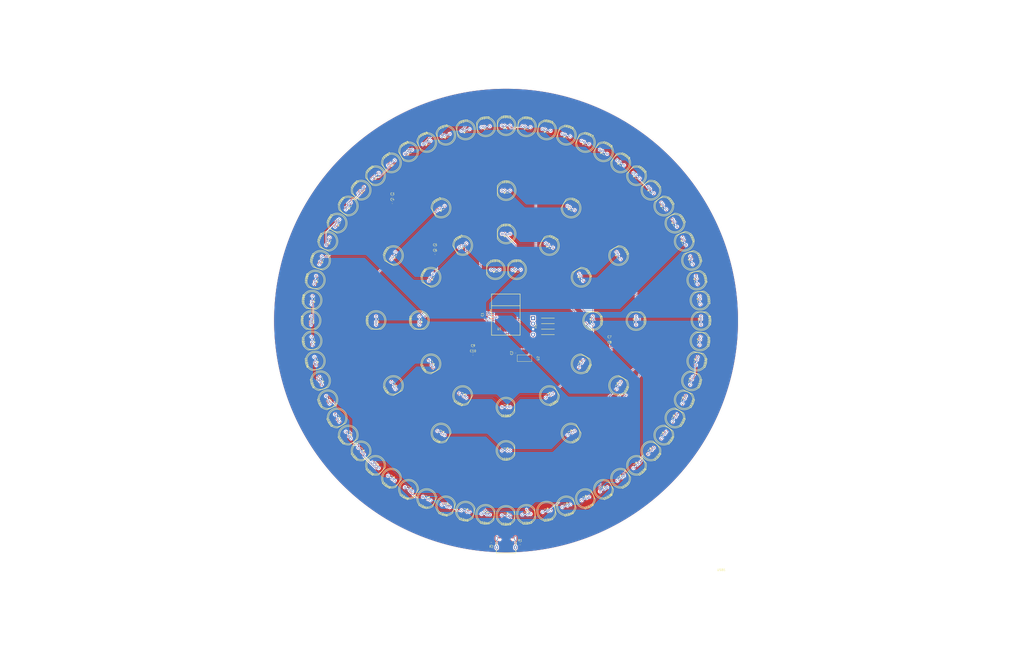
<source format=kicad_pcb>
(kicad_pcb (version 20240108) (generator "pcbnew") (generator_version "8.0")
  (layers (0 "F.Cu" signal) (31 "B.Cu" signal) (34 "B.Paste" user) (35 "F.Paste" user) (36 "B.SilkS" user "B.Silkscreen") (37 "F.SilkS" user "F.Silkscreen") (38 "B.Mask" user) (39 "F.Mask" user) (44 "Edge.Cuts" user))
  (net 0 "")
  (net 1 "GND")
  (net 2 "Net-(U1-RXD0)")
  (net 3 "+3.3V")
  (net 4 "Net-(U1-TXD0)")
  (net 5 "Net-(LED1-DIN)")
  (net 7 "+5V")
  (net 8 "Net-(LED2-DIN)")
  (net 9 "Net-(LED3-DIN)")
  (net 10 "Net-(LED4-DIN)")
  (net 11 "Net-(LED5-DIN)")
  (net 12 "Net-(LED6-DIN)")
  (net 13 "Net-(LED7-DIN)")
  (net 14 "Net-(LED8-DIN)")
  (net 15 "Net-(LED10-DOUT)")
  (net 16 "Net-(LED10-DIN)")
  (net 17 "Net-(LED11-DIN)")
  (net 18 "Net-(LED12-DIN)")
  (net 19 "Net-(LED13-DOUT)")
  (net 20 "Net-(LED13-DIN)")
  (net 21 "Net-(LED14-DIN)")
  (net 22 "Net-(LED15-DIN)")
  (net 23 "Net-(LED16-DIN)")
  (net 24 "Net-(LED17-DIN)")
  (net 25 "Net-(LED18-DIN)")
  (net 26 "Net-(LED19-DIN)")
  (net 27 "Net-(LED20-DIN)")
  (net 28 "Net-(LED21-DIN)")
  (net 29 "Net-(LED22-DIN)")
  (net 30 "Net-(LED23-DIN)")
  (net 31 "Net-(LED24-DIN)")
  (net 32 "Net-(LED25-DOUT)")
  (net 33 "Net-(LED25-DIN)")
  (net 34 "Net-(LED26-DIN)")
  (net 35 "Net-(LED27-DIN)")
  (net 36 "Net-(LED28-DIN)")
  (net 37 "Net-(LED29-DIN)")
  (net 38 "Net-(LED30-DIN)")
  (net 39 "Net-(LED31-DIN)")
  (net 40 "Net-(LED32-DIN)")
  (net 41 "Net-(LED33-DIN)")
  (net 42 "Net-(LED34-DIN)")
  (net 43 "Net-(LED35-DIN)")
  (net 44 "Net-(LED37-DIN)")
  (net 45 "Net-(LED37-DOUT)")
  (net 46 "Net-(LED38-DOUT)")
  (net 47 "Net-(LED39-DIN)")
  (net 48 "Net-(LED40-DOUT)")
  (net 49 "Net-(LED41-DIN)")
  (net 50 "Net-(LED42-DOUT)")
  (net 51 "Net-(LED43-DIN)")
  (net 52 "Net-(LED44-DOUT)")
  (net 53 "Net-(LED45-DIN)")
  (net 54 "Net-(LED46-DOUT)")
  (net 55 "Net-(LED47-DIN)")
  (net 56 "Net-(LED48-DOUT)")
  (net 57 "Net-(LED49-DIN)")
  (net 58 "Net-(LED50-DOUT)")
  (net 59 "Net-(LED51-DIN)")
  (net 60 "Net-(LED52-DOUT)")
  (net 61 "Net-(LED53-DIN)")
  (net 62 "Net-(LED54-DOUT)")
  (net 63 "Net-(LED55-DIN)")
  (net 64 "Net-(LED56-DOUT)")
  (net 65 "Net-(LED57-DIN)")
  (net 66 "Net-(LED58-DOUT)")
  (net 67 "Net-(LED59-DIN)")
  (net 68 "Net-(LED61-DOUT)")
  (net 69 "Net-(LED62-DOUT)")
  (net 70 "Net-(LED63-DOUT)")
  (net 71 "Net-(LED64-DOUT)")
  (net 72 "Net-(LED65-DOUT)")
  (net 73 "Net-(LED66-DOUT)")
  (net 74 "Net-(LED67-DOUT)")
  (net 75 "Net-(LED68-DOUT)")
  (net 76 "Net-(LED69-DOUT)")
  (net 77 "Net-(LED70-DOUT)")
  (net 78 "Net-(LED71-DOUT)")
  (net 80 "Net-(LED73-DIN)")
  (net 81 "Net-(LED74-DIN)")
  (net 83 "Net-(LED75-DIN)")
  (net 85 "Net-(LED76-DIN)")
  (net 86 "Net-(LED77-DIN)")
  (net 87 "Net-(LED78-DIN)")
  (net 88 "Net-(LED79-DIN)")
  (net 89 "Net-(LED80-DIN)")
  (net 90 "Net-(LED81-DIN)")
  (net 91 "Net-(LED82-DIN)")
  (net 92 "Net-(LED83-DIN)")
  (net 93 "Net-(LED84-DIN)")
  (net 94 "Net-(LED85-DIN)")
  (net 95 "Net-(LED86-DIN)")
  (net 96 "Net-(LED87-DIN)")
  (net 97 "Net-(USB1-CC2)")
  (net 98 "Net-(USB1-CC1)")
  (net 125 "unconnected-(USB1-SHELL-Pad14)")
  (net 128 "unconnected-(USB1-SHELL-Pad13)")
  (footprint "easyeda2kicad:LED-TH_WS2812D-F8" (layer "F.Cu") (at 157.2782 70.117 42)
    (property "Reference" "LED66")
    (property "Value" "WS2812D-F8")
  )
  (footprint "easyeda2kicad:LED-TH_WS2812D-F8" (layer "F.Cu") (at 284.383 76.7782 -48)
    (property "Reference" "LED21")
    (property "Value" "WS2812D-F8")
  )
  (footprint "easyeda2kicad:LED-TH_WS2812D-F8" (layer "F.Cu") (at 180.8937 54.7809 24)
    (property "Reference" "LED69")
    (property "Value" "WS2812D-F8")
  )
  (footprint "easyeda2kicad:LED-TH_WS2812D-F8" (layer "F.Cu") (at 187.5 85.0385 30)
    (property "Reference" "LED12")
    (property "Value" "WS2812D-F8")
  )
  (footprint "easyeda2kicad:LED-TH_WS2812D-F8" (layer "F.Cu") (at 277.5 137 -90)
    (property "Reference" "LED4")
    (property "Value" "WS2812D-F8")
  )
  (footprint "easyeda2kicad:LED-TH_WS2812D-F8" (layer "F.Cu") (at 247.5 188.9615 -150)
    (property "Reference" "LED6")
    (property "Value" "WS2812D-F8")
  )
  (footprint "easyeda2kicad:LED-TH_WS2812D-F8" (layer "F.Cu") (at 129.4667 155.7121 102)
    (property "Reference" "LED56")
    (property "Value" "WS2812D-F8")
  )
  (footprint "easyeda2kicad:LED-TH_WS2812D-F8" (layer "F.Cu") (at 144.6885 189.9007 126)
    (property "Reference" "LED52")
    (property "Value" "WS2812D-F8")
  )
  (footprint "easyeda2kicad:LED-TH_WS2812D-F8" (layer "F.Cu") (at 189.6885 51.4049 18)
    (property "Reference" "LED70")
    (property "Value" "WS2812D-F8")
  )
  (footprint "Resistor_SMD:R_0603_1608Metric" (layer "F.Cu") (at 210.675 240 180)
    (property "Reference" "R2")
    (property "Value" "5.11K")
  )
  (footprint "Capacitor_SMD:C_0603_1608Metric" (layer "F.Cu") (at 184.725 106)
    (property "Reference" "C6")
    (property "Value" "C")
  )
  (footprint "easyeda2kicad:LED-TH_WS2812D-F8" (layer "F.Cu") (at 150.617 197.2218 132)
    (property "Reference" "LED51")
    (property "Value" "WS2812D-F8")
  )
  (footprint "easyeda2kicad:LED-TH_WS2812D-F8" (layer "F.Cu") (at 212.5362 113.5)
    (property "Reference" "LED74")
    (property "Value" "WS2812D-F8")
  )
  (footprint "Capacitor_SMD:C_0603_1608Metric" (layer "F.Cu") (at 208 134.225 90)
    (property "Reference" "C1")
    (property "Value" "C")
  )
  (footprint "easyeda2kicad:LED-TH_WS2812D-F8" (layer "F.Cu") (at 217.5 47)
    (property "Reference" "LED13")
    (property "Value" "WS2812D-F8")
  )
  (footprint "easyeda2kicad:LED-TH_WS2812D-F8" (layer "F.Cu") (at 208.0924 47.493 6)
    (property "Reference" "LED72")
    (property "Value" "WS2812D-F8")
  )
  (footprint "easyeda2kicad:LED-TH_WS2812D-F8" (layer "F.Cu") (at 284.383 197.2218 -132)
    (property "Reference" "LED35")
    (property "Value" "WS2812D-F8")
  )
  (footprint "easyeda2kicad:LED-TH_WS2812D-F8" (layer "F.Cu") (at 299.7191 100.3937 -66)
    (property "Reference" "LED24")
    (property "Value" "WS2812D-F8")
  )
  (footprint "easyeda2kicad:LED-TH_WS2812D-F8" (layer "F.Cu") (at 217.5 177 180)
    (property "Reference" "LED82")
    (property "Value" "WS2812D-F8")
  )
  (footprint "easyeda2kicad:LED-TH_WS2812D-F8" (layer "F.Cu") (at 182.859 117 60)
    (property "Reference" "LED86")
    (property "Value" "WS2812D-F8")
  )
  (footprint "easyeda2kicad:LED-TH_WS2812D-F8" (layer "F.Cu") (at 189.6885 222.5951 162)
    (property "Reference" "LED46")
    (property "Value" "WS2812D-F8")
  )
  (footprint "easyeda2kicad:LED-TH_WS2812D-F8" (layer "F.Cu") (at 245.3115 51.4049 -18)
    (property "Reference" "LED16")
    (property "Value" "WS2812D-F8")
  )
  (footprint "easyeda2kicad:LED-TH_WS2812D-F8" (layer "F.Cu") (at 217.5 97)
    (property "Reference" "LED76")
    (property "Value" "WS2812D-F8")
  )
  (footprint "easyeda2kicad:LED-TH_WS2812D-F8" (layer "F.Cu") (at 305.5333 155.7121 -102)
    (property "Reference" "LED30")
    (property "Value" "WS2812D-F8")
  )
  (footprint "easyeda2kicad:LED-TH_WS2812D-F8" (layer "F.Cu") (at 299.7191 173.6063 -114)
    (property "Reference" "LED32")
    (property "Value" "WS2812D-F8")
  )
  (footprint "Capacitor_SMD:C_0603_1608Metric" (layer "F.Cu") (at 165 79.99)
    (property "Reference" "C3")
    (property "Value" "C")
  )
  (footprint "easyeda2kicad:LED-TH_WS2812D-F8" (layer "F.Cu") (at 307.007 127.5924 -84)
    (property "Reference" "LED27")
    (property "Value" "WS2812D-F8")
  )
  (footprint "easyeda2kicad:LED-TH_WS2812D-F8" (layer "F.Cu") (at 157.2782 203.883 138)
    (property "Reference" "LED50")
    (property "Value" "WS2812D-F8")
  )
  (footprint "easyeda2kicad:LED-TH_WS2812D-F8" (layer "F.Cu") (at 180.8937 219.2191 156)
    (property "Reference" "LED47")
    (property "Value" "WS2812D-F8")
  )
  (footprint "easyeda2kicad:LED-TH_WS2812D-F8" (layer "F.Cu") (at 257.5 137 -90)
    (property "Reference" "LED79")
    (property "Value" "WS2812D-F8")
  )
  (footprint "easyeda2kicad:LED-TH_WS2812D-F8" (layer "F.Cu") (at 135.2809 173.6063 114)
    (property "Reference" "LED54")
    (property "Value" "WS2812D-F8")
  )
  (footprint "easyeda2kicad:LED-TH_WS2812D-F8" (layer "F.Cu") (at 150.617 76.7782 48)
    (property "Reference" "LED65")
    (property "Value" "WS2812D-F8")
  )
  (footprint "easyeda2kicad:LED-TH_WS2812D-F8" (layer "F.Cu") (at 290.3115 84.0993 -54)
    (property "Reference" "LED22")
    (property "Value" "WS2812D-F8")
  )
  (footprint "easyeda2kicad:LED-TH_WS2812D-F8" (layer "F.Cu") (at 270.4007 64.1885 -36)
    (property "Reference" "LED19")
    (property "Value" "WS2812D-F8")
  )
  (footprint "easyeda2kicad:USB-C-SMD_TYPE-C-6PIN-2MD-073" (layer "F.Cu") (at 217.5 239.4175)
    (property "Reference" "USB1")
    (property "Value" "TYPE-C 16PIN 2MD(073)")
  )
  (footprint "easyeda2kicad:LED-TH_WS2812D-F8" (layer "F.Cu") (at 236.2121 225.0333 -168)
    (property "Reference" "LED41")
    (property "Value" "WS2812D-F8")
  )
  (footprint "easyeda2kicad:LED-TH_WS2812D-F8" (layer "F.Cu") (at 177.5 137 90)
    (property "Reference" "LED85")
    (property "Value" "WS2812D-F8")
  )
  (footprint "easyeda2kicad:LED-TH_WS2812D-F8" (layer "F.Cu") (at 172.5 214.9423 150)
    (property "Reference" "LED48")
    (property "Value" "WS2812D-F8")
  )
  (footprint "easyeda2kicad:LED-TH_WS2812D-F8" (layer "F.Cu") (at 254.1063 54.7809 -24)
    (property "Reference" "LED17")
    (property "Value" "WS2812D-F8")
  )
  (footprint "easyeda2kicad:LED-TH_WS2812D-F8" (layer "F.Cu") (at 226.9076 47.493 -6)
    (property "Reference" "LED14")
    (property "Value" "WS2812D-F8")
  )
  (footprint "easyeda2kicad:LED-TH_WS2812D-F8" (layer "F.Cu") (at 182.859 157 120)
    (property "Reference" "LED84")
    (property "Value" "WS2812D-F8")
  )
  (footprint "easyeda2kicad:LED-TH_WS2812D-F8" (layer "F.Cu") (at 237.5 102.359 -30)
    (property "Reference" "LED77")
    (property "Value" "WS2812D-F8")
  )
  (footprint "easyeda2kicad:LED-TH_WS2812D-F8" (layer "F.Cu") (at 131.9049 164.8115 108)
    (property "Reference" "LED55")
    (property "Value" "WS2812D-F8")
  )
  (footprint "Resistor_SMD:R_0603_1608Metric" (layer "F.Cu") (at 224 240)
    (property "Reference" "R1")
    (property "Value" "5.11K")
  )
  (footprint "easyeda2kicad:LED-TH_WS2812D-F8" (layer "F.Cu") (at 262.5 214.9423 -150)
    (property "Reference" "LED38")
    (property "Value" "WS2812D-F8")
  )
  (footprint "easyeda2kicad:LED-TH_WS2812D-F8" (layer "F.Cu") (at 295.4423 182 -120)
    (property "Reference" "LED33")
    (property "Value" "WS2812D-F8")
  )
  (footprint "easyeda2kicad:LED-TH_WS2812D-F8" (layer "F.Cu") (at 307.5 137 -90)
    (property "Reference" "LED28")
    (property "Value" "WS2812D-F8")
  )
  (footprint "easyeda2kicad:LED-TH_WS2812D-F8" (layer "F.Cu") (at 247.5 85.0385 -30)
    (property "Reference" "LED2")
    (property "Value" "WS2812D-F8")
  )
  (footprint "easyeda2kicad:LED-TH_WS2812D-F8" (layer "F.Cu") (at 277.7218 203.883 -138)
    (property "Reference" "LED36")
    (property "Value" "WS2812D-F8")
  )
  (footprint "easyeda2kicad:LED-TH_WS2812D-F8" (layer "F.Cu") (at 165.5385 167 120)
    (property "Reference" "LED9")
    (property "Value" "WS2812D-F8")
  )
  (footprint "easyeda2kicad:LED-TH_WS2812D-F8" (layer "F.Cu") (at 245.3115 222.5951 -162)
    (property "Reference" "LED40")
    (property "Value" "WS2812D-F8")
  )
  (footprint "easyeda2kicad:LED-TH_WS2812D-F8" (layer "F.Cu") (at 307.007 146.4076 -96)
    (property "Reference" "LED29")
    (property "Value" "WS2812D-F8")
  )
  (footprint "easyeda2kicad:LED-TH_WS2812D-F8" (layer "F.Cu") (at 262.5 59.0577 -30)
    (property "Reference" "LED18")
    (property "Value" "WS2812D-F8")
  )
  (footprint "easyeda2kicad:LED-TH_WS2812D-F8" (layer "F.Cu") (at 236.2121 48.9667 -12)
    (property "Reference" "LED15")
    (property "Value" "WS2812D-F8")
  )
  (footprint "easyeda2kicad:LED-TH_WS2812D-F8" (layer "F.Cu") (at 187.5 188.9615 150)
    (property "Reference" "LED8")
    (property "Value" "WS2812D-F8")
  )
  (footprint "easyeda2kicad:LED-TH_WS2812D-F8" (layer "F.Cu") (at 127.5 137 90)
    (property "Reference" "LED58")
    (property "Value" "WS2812D-F8")
  )
  (footprint "easyeda2kicad:LED-TH_WS2812D-F8" (layer "F.Cu") (at 172.5 59.0577 30)
    (property "Reference" "LED68")
    (property "Value" "WS2812D-F8")
  )
  (footprint "easyeda2kicad:LED-TH_WS2812D-F8" (layer "F.Cu") (at 305.5333 118.2879 -78)
    (property "Reference" "LED26")
    (property "Value" "WS2812D-F8")
  )
  (footprint "easyeda2kicad:LED-TH_WS2812D-F8" (layer "F.Cu") (at 217.5 197 180)
    (property "Reference" "LED7")
    (property "Value" "WS2812D-F8")
  )
  (footprint "easyeda2kicad:LED-TH_WS2812D-F8" (layer "F.Cu") (at 208.0924 226.507 174)
    (property "Reference" "LED44")
    (property "Value" "WS2812D-F8")
  )
  (footprint "easyeda2kicad:LED-TH_WS2812D-F8" (layer "F.Cu") (at 254.1063 219.2191 -156)
    (property "Reference" "LED39")
    (property "Value" "WS2812D-F8")
  )
  (footprint "easyeda2kicad:LED-TH_WS2812D-F8" (layer "F.Cu") (at 135.2809 100.3937 66)
    (property "Reference" "LED62")
    (property "Value" "WS2812D-F8")
  )
  (footprint "easyeda2kicad:LED-TH_WS2812D-F8" (layer "F.Cu") (at 164.5993 209.8115 144)
    (property "Reference" "LED49")
    (property "Value" "WS2812D-F8")
  )
  (footprint "easyeda2kicad:LED-TH_WS2812D-F8" (layer "F.Cu") (at 217.5 227 180)
    (property "Reference" "LED43")
    (property "Value" "WS2812D-F8")
  )
  (footprint "easyeda2kicad:LED-TH_WS2812D-F8" (layer "F.Cu") (at 144.6885 84.0993 54)
    (property "Reference" "LED64")
    (property "Value" "WS2812D-F8")
  )
  (footprint "Capacitor_SMD:C_0603_1608Metric" (layer "F.Cu") (at 184.725 103.49)
    (property "Reference" "C5")
    (property "Value" "C")
  )
  (footprint "easyeda2kicad:LED-TH_WS2812D-F8" (layer "F.Cu") (at 295.4423 92 -60)
    (property "Reference" "LED23")
    (property "Value" "WS2812D-F8")
  )
  (footprint "easyeda2kicad:LED-TH_WS2812D-F8" (layer "F.Cu") (at 303.0951 109.1885 -72)
    (property "Reference" "LED25")
    (property "Value" "WS2812D-F8")
  )
  (footprint "easyeda2kicad:LED-TH_WS2812D-F8" (layer "F.Cu") (at 129.4667 118.2879 78)
    (property "Reference" "LED60")
    (property "Value" "WS2812D-F8")
  )
  (footprint "easyeda2kicad:LED-TH_WS2812D-F8" (layer "F.Cu") (at 237.5 171.641 -150)
    (property "Reference" "LED81")
    (property "Value" "WS2812D-F8")
  )
  (footprint "easyeda2kicad:LED-TH_WS2812D-F8" (layer "F.Cu") (at 252.141 157 -120)
    (property "Reference" "LED80")
    (property "Value" "WS2812D-F8")
  )
  (footprint "easyeda2kicad:LED-TH_WS2812D-F8" (layer "F.Cu") (at 131.9049 109.1885 72)
    (property "Reference" "LED61")
    (property "Value" "WS2812D-F8")
  )
  (footprint "easyeda2kicad:LED-TH_WS2812D-F8" (layer "F.Cu") (at 164.5993 64.1885 36)
    (property "Reference" "LED67")
    (property "Value" "WS2812D-F8")
  )
  (footprint "easyeda2kicad:LED-TH_WS2812D-F8" (layer "F.Cu") (at 269.4615 107 -60)
    (property "Reference" "LED3")
    (property "Value" "WS2812D-F8")
  )
  (footprint "easyeda2kicad:LED-TH_WS2812D-F8" (layer "F.Cu") (at 127.993 127.5924 84)
    (property "Reference" "LED59")
    (property "Value" "WS2812D-F8")
  )
  (footprint "easyeda2kicad:LED-TH_WS2812D-F8" (layer "F.Cu") (at 217.5 77)
    (property "Reference" "LED1")
    (property "Value" "WS2812D-F8")
  )
  (footprint "easyeda2kicad:LED-TH_WS2812D-F8" (layer "F.Cu") (at 222.37 113.5)
    (property "Reference" "LED75")
    (property "Value" "WS2812D-F8")
  )
  (footprint "easyeda2kicad:LED-TH_WS2812D-F8" (layer "F.Cu") (at 197.5 171.641 150)
    (property "Reference" "LED83")
    (property "Value" "WS2812D-F8")
  )
  (footprint "easyeda2kicad:LED-TH_WS2812D-F8" (layer "F.Cu") (at 290.3115 189.9007 -126)
    (property "Reference" "LED34")
    (property "Value" "WS2812D-F8")
  )
  (footprint "easyeda2kicad:LED-TH_WS2812D-F8" (layer "F.Cu") (at 198.7879 225.0333 168)
    (property "Reference" "LED45")
    (property "Value" "WS2812D-F8")
  )
  (footprint "easyeda2kicad:LED-TH_WS2812D-F8" (layer "F.Cu") (at 269.4615 167 -120)
    (property "Reference" "LED5")
    (property "Value" "WS2812D-F8")
  )
  (footprint "easyeda2kicad:WIFI-SMD_ESP32-MINI-1" (layer "F.Cu") (at 217.4 136.95)
    (property "Reference" "U1")
    (property "Value" "ESP32-MINI-1-N4")
  )
  (footprint "easyeda2kicad:LED-TH_WS2812D-F8" (layer "F.Cu") (at 226.9076 226.507 -174)
    (property "Reference" "LED42")
    (property "Value" "WS2812D-F8")
  )
  (footprint "easyeda2kicad:HDR-TH_4P-P2.54-H-M-W10.3" (layer "F.Cu") (at 230 139.69 -90)
    (property "Reference" "H1")
    (property "Value" "DZ254W-11-04-65")
  )
  (footprint "easyeda2kicad:LED-TH_WS2812D-F8" (layer "F.Cu") (at 157.5 137 90)
    (property "Reference" "LED10")
    (property "Value" "WS2812D-F8")
  )
  (footprint "easyeda2kicad:LED-TH_WS2812D-F8" (layer "F.Cu") (at 277.7218 70.117 -42)
    (property "Reference" "LED20")
    (property "Value" "WS2812D-F8")
  )
  (footprint "easyeda2kicad:LED-TH_WS2812D-F8" (layer "F.Cu") (at 139.5577 182 120)
    (property "Reference" "LED53")
    (property "Value" "WS2812D-F8")
  )
  (footprint "Capacitor_SMD:C_0603_1608Metric" (layer "F.Cu") (at 265.225 145.99)
    (property "Reference" "C7")
    (property "Value" "C")
  )
  (footprint "Capacitor_SMD:C_0603_1608Metric" (layer "F.Cu") (at 265.225 148.5)
    (property "Reference" "C8")
    (property "Value" "C")
  )
  (footprint "Capacitor_SMD:C_0603_1608Metric" (layer "F.Cu") (at 202.225 152.5)
    (property "Reference" "C10")
    (property "Value" "C")
  )
  (footprint "easyeda2kicad:LED-TH_WS2812D-F8" (layer "F.Cu") (at 197.5 102.359 30)
    (property "Reference" "LED87")
    (property "Value" "WS2812D-F8")
  )
  (footprint "easyeda2kicad:LED-TH_WS2812D-F8" (layer "F.Cu") (at 252.141 117 -60)
    (property "Reference" "LED78")
    (property "Value" "WS2812D-F8")
  )
  (footprint "easyeda2kicad:LED-TH_WS2812D-F8" (layer "F.Cu") (at 127.993 146.4076 96)
    (property "Reference" "LED57")
    (property "Value" "WS2812D-F8")
  )
  (footprint "Capacitor_SMD:C_0603_1608Metric" (layer "F.Cu") (at 221.5 152 90)
    (property "Reference" "C2")
    (property "Value" "C")
  )
  (footprint "easyeda2kicad:SOT-223-3_L6.5-W3.4-P2.30-LS7.0-BR" (layer "F.Cu") (at 226 154.5 -90)
    (property "Reference" "U2")
    (property "Value" "AZ1117H-3.3TRG1")
  )
  (footprint "easyeda2kicad:LED-TH_WS2812D-F8" (layer "F.Cu") (at 165.5385 107 60)
    (property "Reference" "LED11")
    (property "Value" "WS2812D-F8")
  )
  (footprint "Capacitor_SMD:C_0603_1608Metric" (layer "F.Cu") (at 202.225 149.99)
    (property "Reference" "C9")
    (property "Value" "C")
  )
  (footprint "easyeda2kicad:LED-TH_WS2812D-F8" (layer "F.Cu") (at 303.0951 164.8115 -108)
    (property "Reference" "LED31")
    (property "Value" "WS2812D-F8")
  )
  (footprint "easyeda2kicad:LED-TH_WS2812D-F8" (layer "F.Cu") (at 139.5577 92 60)
    (property "Reference" "LED63")
    (property "Value" "WS2812D-F8")
  )
  (footprint "Capacitor_SMD:C_0603_1608Metric" (layer "F.Cu") (at 165 82.5)
    (property "Reference" "C4")
    (property "Value" "C")
  )
  (footprint "easyeda2kicad:LED-TH_WS2812D-F8" (layer "F.Cu") (at 270.4007 209.8115 -144)
    (property "Reference" "LED37")
    (property "Value" "WS2812D-F8")
  )
  (footprint "easyeda2kicad:LED-TH_WS2812D-F8" (layer "F.Cu") (at 198.7879 48.9667 12)
    (property "Reference" "LED71")
    (property "Value" "WS2812D-F8")
  )
  (gr_circle (center 217.5 137) (end 325 139.5) (stroke (width 0.05)) (fill none) (layer "Edge.Cuts"))
  (segment (start 217.87 226) (end 219.531 226) (width 0.2) (layer "F.Cu") (net 1))
  (segment (start 212.828 238.888) (end 210.962 238.888) (width 0.2) (layer "F.Cu") (net 1))
  (segment (start 221 130.9) (end 221.8 130.9) (width 0.2) (layer "F.Cu") (net 1))
  (segment (start 214.3 236.5) (end 214.3 237.0375) (width 0.2) (layer "F.Cu") (net 1))
  (segment (start 220.7 237.0375) (end 220.7 237.038) (width 0.2) (layer "F.Cu") (net 1))
  (segment (start 221.45 236.288) (end 222.172 236.288) (width 0.2) (layer "F.Cu") (net 1))
  (segment (start 227.96 143) (end 230 140.96) (width 0.2) (layer "F.Cu") (net 1))
  (segment (start 217.4 136.95) (end 218.9 136.95) (width 0.2) (layer "F.Cu") (net 1))
  (segment (start 218.9 135.45) (end 217.4 135.45) (width 0.2) (layer "F.Cu") (net 1))
  (segment (start 219.4 130.9) (end 220.2 130.9) (width 0.2) (layer "F.Cu") (net 1))
  (segment (start 218.9 136.95) (end 222 140.05) (width 0.2) (layer "F.Cu") (net 1))
  (segment (start 223 143) (end 227.96 143) (width 0.2) (layer "F.Cu") (net 1))
  (segment (start 213.8 130.9) (end 214.6 130.9) (width 0.2) (layer "F.Cu") (net 1))
  (segment (start 224.825 239.525) (end 224.825 240) (width 0.2) (layer "F.Cu") (net 1))
  (segment (start 222.67 238.39) (end 222.172 238.888) (width 0.2) (layer "F.Cu") (net 1))
  (segment (start 210.962 238.888) (end 209.85 240) (width 0.2) (layer "F.Cu") (net 1))
  (segment (start 216.87 227) (end 214.3 229.57) (width 0.2) (layer "F.Cu") (net 1))
  (segment (start 220.7 237.038) (end 221.45 236.288) (width 0.2) (layer "F.Cu") (net 1))
  (segment (start 223.7 157.47) (end 223.7 144.1) (width 0.2) (layer "F.Cu") (net 1))
  (segment (start 212.33 238.39) (end 212.828 238.888) (width 0.2) (layer "F.Cu") (net 1))
  (segment (start 223.7 144.1) (end 222.6 143) (width 0.2) (layer "F.Cu") (net 1))
  (segment (start 218.9 138.45) (end 217.4 138.45) (width 0.2) (layer "F.Cu") (net 1))
  (segment (start 221.8 130.9) (end 222.6 130.9) (width 0.2) (layer "F.Cu") (net 1))
  (segment (start 223.3 131.6) (end 222.6 130.9) (width 0.2) (layer "F.Cu") (net 1))
  (segment (start 222.172 236.288) (end 222.67 236.785) (width 0.2) (layer "F.Cu") (net 1))
  (segment (start 214.3 236.5) (end 213.8 236) (width 0.2) (layer "F.Cu") (net 1))
  (segment (start 213 130.9) (end 213.8 130.9) (width 0.2) (layer "F.Cu") (net 1))
  (segment (start 223.3 132.15) (end 223.3 132.95) (width 0.2) (layer "F.Cu") (net 1))
  (segment (start 222.67 236.785) (end 222.67 238.39) (width 0.2) (layer "F.Cu") (net 1))
  (segment (start 215.4 130.9) (end 216.2 130.9) (width 0.2) (layer "F.Cu") (net 1))
  (segment (start 216.2 130.9) (end 217 130.9) (width 0.2) (layer "F.Cu") (net 1))
  (segment (start 217.4 138.45) (end 215.9 138.45) (width 0.2) (layer "F.Cu") (net 1))
  (segment (start 224.188 238.888) (end 224.825 239.525) (width 0.2) (layer "F.Cu") (net 1))
  (segment (start 214.3 237.0375) (end 214.3 237.038) (width 0.2) (layer "F.Cu") (net 1))
  (segment (start 218.6 130.9) (end 219.4 130.9) (width 0.2) (layer "F.Cu") (net 1))
  (segment (start 211.5 132.95) (end 211.5 132.15) (width 0.2) (layer "F.Cu") (net 1))
  (segment (start 219.1 133.75) (end 223.3 133.75) (width 0.2) (layer "F.Cu") (net 1))
  (segment (start 216.87 227) (end 217.87 226) (width 0.2) (layer "F.Cu") (net 1))
  (segment (start 213.8 236) (end 213.115 236) (width 0.2) (layer "F.Cu") (net 1))
  (segment (start 215.9 136.95) (end 217.4 136.95) (width 0.2) (layer "F.Cu") (net 1))
  (segment (start 212.33 236.785) (end 212.33 238.39) (width 0.2) (layer "F.Cu") (net 1))
  (segment (start 217 130.9) (end 217.8 130.9) (width 0.2) (layer "F.Cu") (net 1))
  (segment (start 217.4 135.45) (end 219.1 133.75) (width 0.2) (layer "F.Cu") (net 1))
  (segment (start 222.172 238.888) (end 224.188 238.888) (width 0.2) (layer "F.Cu") (net 1))
  (segment (start 220.2 130.9) (end 221 130.9) (width 0.2) (layer "F.Cu") (net 1))
  (segment (start 214.3 229.57) (end 214.3 236.5) (width 0.2) (layer "F.Cu") (net 1))
  (segment (start 222 140.05) (end 222 142) (width 0.2) (layer "F.Cu") (net 1))
  (segment (start 219.531 226) (end 220.7 227.169) (width 0.2) (layer "F.Cu") (net 1))
  (segment (start 217.4 136.95) (end 217.4 135.45) (width 0.2) (layer "F.Cu") (net 1))
  (segment (start 217.8 130.9) (end 218.6 130.9) (width 0.2) (layer "F.Cu") (net 1))
  (segment (start 212.2 130.9) (end 213 130.9) (width 0.2) (layer "F.Cu") (net 1))
  (segment (start 220.7 227.169) (end 220.7 237.0375) (width 0.2) (layer "F.Cu") (net 1))
  (segment (start 223.3 132.95) (end 223.3 133.75) (width 0.2) (layer "F.Cu") (net 1))
  (segment (start 222 142) (end 223 143) (width 0.2) (layer "F.Cu") (net 1))
  (segment (start 223.3 132.15) (end 223.3 131.6) (width 0.2) (layer "F.Cu") (net 1))
  (segment (start 214.6 130.9) (end 215.4 130.9) (width 0.2) (layer "F.Cu") (net 1))
  (segment (start 217.4 138.45) (end 217.4 136.95) (width 0.2) (layer "F.Cu") (net 1))
  (segment (start 213.115 236) (end 212.33 236.785) (width 0.2) (layer "F.Cu") (net 1))
  (segment (start 217.4 135.45) (end 215.9 135.45) (width 0.2) (layer "F.Cu") (net 1))
  (segment (start 211.5 131.6) (end 212.2 130.9) (width 0.2) (layer "F.Cu") (net 1))
  (segment (start 222.6 143) (end 223 143) (width 0.2) (layer "F.Cu") (net 1))
  (segment (start 211.5 132.15) (end 211.5 131.6) (width 0.2) (layer "F.Cu") (net 1))
  (segment (start 223.3 136.15) (end 227.73 136.15) (width 0.2) (layer "F.Cu") (net 2))
  (segment (start 227.73 136.15) (end 230 138.42) (width 0.2) (layer "F.Cu") (net 2))
  (segment (start 226 159.022) (end 223.023 159.022) (width 0.2) (layer "F.Cu") (net 3))
  (segment (start 209.95 133.45) (end 208 133.45) (width 0.2) (layer "F.Cu") (net 3))
  (segment (start 226 152.5) (end 226 151.53) (width 0.2) (layer "F.Cu") (net 3))
  (segment (start 230 148.5) (end 226 152.5) (width 0.2) (layer "F.Cu") (net 3))
  (segment (start 223.023 159.022) (end 222.848 158.847) (width 0.2) (layer "F.Cu") (net 3))
  (segment (start 210 133.5) (end 209.95 133.45) (width 0.2) (layer "F.Cu") (net 3))
  (segment (start 226 157.47) (end 226 159.022) (width 0.2) (layer "F.Cu") (net 3))
  (segment (start 222.848 158.847) (end 222.848 152.573) (width 0.2) (layer "F.Cu") (net 3))
  (segment (start 211.5 133.75) (end 210.25 133.75) (width 0.2) (layer "F.Cu") (net 3))
  (segment (start 222.848 152.573) (end 221.5 151.225) (width 0.2) (layer "F.Cu") (net 3))
  (segment (start 230 143.5) (end 230 148.5) (width 0.2) (layer "F.Cu") (net 3))
  (segment (start 226 157.47) (end 226 152.5) (width 0.2) (layer "F.Cu") (net 3))
  (segment (start 210.25 133.75) (end 210 133.5) (width 0.2) (layer "F.Cu") (net 3))
  (via (at 210 133.5) (size 0.6) (drill 0.3) (layers "F.Cu" "B.Cu") (net 3))
  (segment (start 220.5 134) (end 230 143.5) (width 0.2) (layer "B.Cu") (net 3))
  (segment (start 210 133.5) (end 210.5 134) (width 0.2) (layer "B.Cu") (net 3))
  (segment (start 210.5 134) (end 220.5 134) (width 0.2) (layer "B.Cu") (net 3))
  (segment (start 229.47 135.35) (end 223.3 135.35) (width 0.2) (layer "F.Cu") (net 4))
  (segment (start 230 135.88) (end 229.47 135.35) (width 0.2) (layer "F.Cu") (net 4))
  (segment (start 245.8546 84.0885) (end 226.488 84.0885) (width 0.2) (layer "B.Cu") (net 5))
  (segment (start 245.855 84.0885) (end 245.8546 84.0885) (width 0.2) (layer "B.Cu") (net 5))
  (segment (start 226.488 84.0885) (end 219.4 77) (width 0.2) (layer "B.Cu") (net 5))
  (segment (start 215.1 230.03) (end 218.13 227) (width 0.2) (layer "F.Cu") (net 7))
  (segment (start 196.704 102.424) (end 196.705 102.424) (width 0.2) (layer "F.Cu") (net 7))
  (segment (start 147.073 81.5969) (end 145.561 81.5969) (width 0.2) (layer "F.Cu") (net 7))
  (segment (start 290.596 189.305) (end 290.596 185.898) (width 0.2) (layer "F.Cu") (net 7))
  (segment (start 188.046 181.956) (end 197.009 172.993) (width 0.2) (layer "F.Cu") (net 7))
  (segment (start 135.0247 100.9687) (end 135.0247 100.9692) (width 0.2) (layer "F.Cu") (net 7))
  (segment (start 266 144.87) (end 257.5 136.37) (width 0.2) (layer "F.Cu") (net 7))
  (segment (start 306.353 145.781) (end 306.353 137.517) (width 0.2) (layer "F.Cu") (net 7))
  (segment (start 295.581 181.454) (end 295.757 181.454) (width 0.2) (layer "F.Cu") (net 7))
  (segment (start 306.208 135.078) (end 307.5 136.37) (width 0.2) (layer "F.Cu") (net 7))
  (segment (start 131.7102 109.788) (end 131.7104 109.788) (width 0.2) (layer "F.Cu") (net 7))
  (segment (start 196.892 102.6115) (end 196.923 102.6427) (width 0.2) (layer "F.Cu") (net 7))
  (segment (start 197.009 172.993) (end 183.006 158.989) (width 0.2) (layer "F.Cu") (net 7))
  (segment (start 131.327 109.788) (end 131.71 109.788) (width 0.2) (layer "F.Cu") (net 7))
  (segment (start 289.189 83.6909) (end 283.961 78.463) (width 0.2) (layer "F.Cu") (net 7))
  (segment (start 246.704 84.9732) (end 246.705 84.9732) (width 0.2) (layer "F.Cu") (net 7))
  (segment (start 171.954 59.3727) (end 171.954 60.065) (width 0.2) (layer "F.Cu") (net 7))
  (segment (start 173.046 215.441) (end 173.046 215.2573) (width 0.2) (layer "F.Cu") (net 7))
  (segment (start 196.9544 102.674) (end 196.954 102.674) (width 0.2) (layer "F.Cu") (net 7))
  (segment (start 181.133 219.812) (end 176.863 219.812) (width 0.2) (layer "F.Cu") (net 7))
  (segment (start 289.84 83.6909) (end 289.84 86.9143) (width 0.2) (layer "F.Cu") (net 7))
  (segment (start 159.033 70.5386) (end 156.81 70.5386) (width 0.2) (layer "F.Cu") (net 7))
  (segment (start 302.881 164.212) (end 303.29 164.212) (width 0.2) (layer "F.Cu") (net 7))
  (segment (start 295.7573 181.4544) (end 295.757 181.4541) (width 0.2) (layer "F.Cu") (net 7))
  (segment (start 192.57 222.38) (end 190.697 222.38) (width 0.2) (layer "F.Cu") (net 7))
  (segment (start 180.318 54.7745) (end 180.318 54.9058) (width 0.2) (layer "F.Cu") (net 7))
  (segment (start 302.9 108.589) (end 302.435 109.054) (width 0.2) (layer "F.Cu") (net 7))
  (segment (start 129.597 156.328) (end 129.5975 156.328) (width 0.2) (layer "F.Cu") (net 7))
  (segment (start 185.032 85.6286) (end 185.032 91.7725) (width 0.2) (layer "F.Cu") (net 7))
  (segment (start 290.6819 189.3909) (end 290.596 189.305) (width 0.2) (layer "F.Cu") (net 7))
  (segment (start 135.322 101.266) (end 134.967 100.91) (width 0.2) (layer "F.Cu") (net 7))
  (segment (start 139.8727 182.5456) (end 139.8727 182.546) (width 0.2) (layer "F.Cu") (net 7))
  (segment (start 303.29 164.2121) (end 303.29 164.212) (width 0.2) (layer "F.Cu") (net 7))
  (segment (start 139.659 182.546) (end 139.122 182.546) (width 0.2) (layer "F.Cu") (net 7))
  (segment (start 246.705 84.9732) (end 246.954 84.7235) (width 0.2) (layer "F.Cu") (net 7))
  (segment (start 128.796 118.364) (end 128.796 112.319) (width 0.2) (layer "F.Cu") (net 7))
  (segment (start 180.318 54.7743) (end 180.318 54.7745) (width 0.2) (layer "F.Cu") (net 7))
  (segment (start 199.404 225.1642) (end 199.404 225.164) (width 0.2) (layer "F.Cu") (net 7))
  (segment (start 131.7102 109.788) (end 131.7104 109.788) (width 0.2) (layer "F.Cu") (net 7))
  (segment (start 295.581 181.454) (end 295.581 176.899) (width 0.2) (layer "F.Cu") (net 7))
  (segment (start 305.4023 117.6717) (end 305.402 117.672) (width 0.2) (layer "F.Cu") (net 7))
  (segment (start 302.9004 108.5893) (end 302.9001 108.589) (width 0.2) (layer "F.Cu") (net 7))
  (segment (start 278.19 203.4614) (end 278.19 203.461) (width 0.2) (layer "F.Cu") (net 7))
  (segment (start 139.2427 92.5456) (end 139.2429 92.5454) (width 0.2) (layer "F.Cu") (net 7))
  (segment (start 302.435 115.306) (end 304.801 117.672) (width 0.2) (layer "F.Cu") (net 7))
  (segment (start 299.9753 173.0308) (end 299.9752 173.0308) (width 0.2) (layer "F.Cu") (net 7))
  (segment (start 251.8258 116.4542) (end 251.603 116.678) (width 0.2) (layer "F.Cu") (net 7))
  (segment (start 180.318 54.5116) (end 180.318 54.7743) (width 0.2) (layer "F.Cu") (net 7))
  (segment (start 129.336 118.904) (end 128.796 118.364) (width 0.2) (layer "F.Cu") (net 7))
  (segment (start 246.9544 84.7235) (end 246.954 84.7235) (width 0.2) (layer "F.Cu") (net 7))
  (segment (start 139.024 92.3273) (end 139.2429 92.5454) (width 0.2) (layer "F.Cu") (net 7))
  (segment (start 131.685 165.825) (end 131.8925 165.618) (width 0.2) (layer "F.Cu") (net 7))
  (segment (start 183.386 143.516) (end 177.5 137.63) (width 0.2) (layer "F.Cu") (net 7))
  (segment (start 304.514 163.371) (end 304.514 161.764) (width 0.2) (layer "F.Cu") (net 7))
  (segment (start 283.961 76.7757) (end 283.961 76.5428) (width 0.2) (layer "F.Cu") (net 7))
  (segment (start 266 145.99) (end 266 144.87) (width 0.2) (layer "F.Cu") (net 7))
  (segment (start 190.2877 222.7893) (end 190.2877 222.7898) (width 0.2) (layer "F.Cu") (net 7))
  (segment (start 198.0456 171.9564) (end 198.0456 171.956) (width 0.2) (layer "F.Cu") (net 7))
  (segment (start 165.2235 107.5455) (end 165.038 107.36) (width 0.2) (layer "F.Cu") (net 7))
  (segment (start 164.551 65.0205) (end 159.033 70.5386) (width 0.2) (layer "F.Cu") (net 7))
  (segment (start 182.729 132.401) (end 177.5 137.63) (width 0.2) (layer "F.Cu") (net 7))
  (segment (start 290.596 185.898) (end 295.04 181.454) (width 0.2) (layer "F.Cu") (net 7))
  (segment (start 164.551 65.0205) (end 164.12 64.5884) (width 0.2) (layer "F.Cu") (net 7))
  (segment (start 181.385 219.56) (end 181.427 219.5175) (width 0.2) (layer "F.Cu") (net 7))
  (segment (start 131.71 109.788) (end 131.7102 109.788) (width 0.2) (layer "F.Cu") (net 7))
  (segment (start 156.81 70.5386) (end 156.81 71.6788) (width 0.2) (layer "F.Cu") (net 7))
  (segment (start 188.657 51.1673) (end 183.662 51.1673) (width 0.2) (layer "F.Cu") (net 7))
  (segment (start 180.3182 54.9717) (end 180.3182 55.0371) (width 0.2) (layer "F.Cu") (net 7))
  (segment (start 156.81 71.6788) (end 151.242 77.2464) (width 0.2) (layer "F.Cu") (net 7))
  (segment (start 305.114 154.716) (end 305.494 155.096) (width 0.2) (layer "F.Cu") (net 7))
  (segment (start 306.353 145.781) (end 305.114 147.02) (width 0.2) (layer "F.Cu") (net 7))
  (segment (start 139.024 89.0114) (end 139.024 92.3273) (width 0.2) (layer "F.Cu") (net 7))
  (segment (start 252.256 141.614) (end 257.5 136.37) (width 0.2) (layer "F.Cu") (net 7))
  (segment (start 295.1273 91.4544) (end 295.127 91.4544) (width 0.2) (layer "F.Cu") (net 7))
  (segment (start 173.0456 215.2573) (end 173.046 215.2573) (width 0.2) (layer "F.Cu") (net 7))
  (segment (start 289.941 83.5896) (end 289.84 83.6909) (width 0.2) (layer "F.Cu") (net 7))
  (segment (start 185.032 91.7725) (end 186.954 93.6947) (width 0.2) (layer "F.Cu") (net 7))
  (segment (start 127.341 147.752) (end 127.341 154.24) (width 0.2) (layer "F.Cu") (net 7))
  (segment (start 129.5977 156.3282) (end 129.5977 156.3283) (width 0.2) (layer "F.Cu") (net 7))
  (segment (start 302.435 109.054) (end 302.435 115.306) (width 0.2) (layer "F.Cu") (net 7))
  (segment (start 215.1 237.038) (end 215.1 237.0375) (width 0.2) (layer "F.Cu") (net 7))
  (segment (start 131.685 170.878) (end 131.685 165.825) (width 0.2) (layer "F.Cu") (net 7))
  (segment (start 295.04 181.454) (end 295.581 181.454) (width 0.2) (layer "F.Cu") (net 7))
  (segment (start 189.0893 51.5996) (end 189.089 51.5996) (width 0.2) (layer "F.Cu") (net 7))
  (segment (start 269.776 166.454) (end 266 162.678) (width 0.2) (layer "F.Cu") (net 7))
  (segment (start 295.581 176.899) (end 299.449 173.031) (width 0.2) (layer "F.Cu") (net 7))
  (segment (start 303.411 164.212) (end 303.412 164.212) (width 0.2) (layer "F.Cu") (net 7))
  (segment (start 199.4041 225.1643) (end 199.404 225.1642) (width 0.2) (layer "F.Cu") (net 7))
  (segment (start 200.506 169.496) (end 200.505 169.496) (width 0.2) (layer "F.Cu") (net 7))
  (segment (start 173.046 215.625) (end 173.046 215.441) (width 0.2) (layer "F.Cu") (net 7))
  (segment (start 182.729 117.546) (end 182.729 132.401) (width 0.2) (layer "F.Cu") (net 7))
  (segment (start 182.729 117.546) (end 183.283 117.546) (width 0.2) (layer "F.Cu") (net 7))
  (segment (start 196.83 102.549) (end 196.892 102.6115) (width 0.2) (layer "F.Cu") (net 7))
  (segment (start 303.411 164.212) (end 303.412 164.212) (width 0.2) (layer "F.Cu") (net 7))
  (segment (start 129.43 156.328) (end 129.597 156.328) (width 0.2) (layer "F.Cu") (net 7))
  (segment (start 238.046 178.647) (end 238.046 171.326) (width 0.2) (layer "F.Cu") (net 7))
  (segment (start 157.746 204.189) (end 157.7464 204.1894) (width 0.2) (layer "F.Cu") (net 7))
  (segment (start 198.05 171.952) (end 198.046 171.956) (width 0.2) (layer "F.Cu") (net 7))
  (segment (start 171.9544 59.3727) (end 171.954 59.3727) (width 0.2) (layer "F.Cu") (net 7))
  (segment (start 186.786 85.1856) (end 185.475 85.1856) (width 0.2) (layer "F.Cu") (net 7))
  (segment (start 139.659 185.906) (end 144.163 190.41) (width 0.2) (layer "F.Cu") (net 7))
  (segment (start 129.597 156.328) (end 129.5975 156.328) (width 0.2) (layer "F.Cu") (net 7))
  (segment (start 304.801 117.672) (end 304.801 125.56) (width 0.2) (layer "F.Cu") (net 7))
  (segment (start 183.174 157.546) (end 183.174 157.5456) (width 0.2) (layer "F.Cu") (net 7))
  (segment (start 199.944 224.625) (end 199.404 225.164) (width 0.2) (layer "F.Cu") (net 7))
  (segment (start 186.954 93.6947) (end 186.954 102.036) (width 0.2) (layer "F.Cu") (net 7))
  (segment (start 173.046 215.2573) (end 173.046 215.257) (width 0.2) (layer "F.Cu") (net 7))
  (segment (start 134.674 100.618) (end 134.674 96.4011) (width 0.2) (layer "F.Cu") (net 7))
  (segment (start 303.2898 164.2123) (end 303.29 164.2121) (width 0.2) (layer "F.Cu") (net 7))
  (segment (start 208.719 226.52) (end 208.719 226.467) (width 0.2) (layer "F.Cu") (net 7))
  (segment (start 302.9001 108.589) (end 302.9001 108.5889) (width 0.2) (layer "F.Cu") (net 7))
  (segment (start 303.29 164.212) (end 303.411 164.212) (width 0.2) (layer "F.Cu") (net 7))
  (segment (start 173.046 215.994) (end 173.046 215.626) (width 0.2) (layer "F.Cu") (net 7))
  (segment (start 208.719 226.5729) (end 208.719 226.573) (width 0.2) (layer "F.Cu") (net 7))
  (segment (start 283.961 76.9584) (end 283.961 76.958) (width 0.2) (layer "F.Cu") (net 7))
  (segment (start 145.561 81.5969) (end 144.214 82.9439) (width 0.2) (layer "F.Cu") (net 7))
  (segment (start 238.0456 171.326) (end 238.0458 171.3258) (width 0.2) (layer "F.Cu") (net 7))
  (segment (start 164.12 64.5884) (end 164.119 64.5884) (width 0.2) (layer "F.Cu") (net 7))
  (segment (start 165.775 66.1671) (end 165.775 79.99) (width 0.2) (layer "F.Cu") (net 7))
  (segment (start 132.0996 165.4109) (end 132.0996 165.4107) (width 0.2) (layer "F.Cu") (net 7))
  (segment (start 196.923 102.6427) (end 196.954 102.674) (width 0.2) (layer "F.Cu") (net 7))
  (segment (start 183.006 157.714) (end 183.174 157.546) (width 0.2) (layer "F.Cu") (net 7))
  (segment (start 305.6643 155.0959) (end 305.5841 155.0959) (width 0.2) (layer "F.Cu") (net 7))
  (segment (start 294.59 91.6647) (end 294.917 91.6647) (width 0.2) (layer "F.Cu") (net 7))
  (segment (start 238.0458 171.3258) (end 228.3 161.58) (width 0.2) (layer "F.Cu") (net 7))
  (segment (start 157.746 203.23) (end 152.206 197.69) (width 0.2) (layer "F.Cu") (net 7))
  (segment (start 203 167.002) (end 203 152.5) (width 0.2) (layer "F.Cu") (net 7))
  (segment (start 307.0728 145.781) (end 306.353 145.781) (width 0.2) (layer "F.Cu") (net 7))
  (segment (start 135.0247 100.9687) (end 134.967 100.911) (width 0.2) (layer "F.Cu") (net 7))
  (segment (start 164.09 64.5588) (end 164.12 64.5884) (width 0.2) (layer "F.Cu") (net 7))
  (segment (start 129.5975 156.328) (end 129.5977 156.3282) (width 0.2) (layer "F.Cu") (net 7))
  (segment (start 190.492 222.585) (end 190.2877 222.7893) (width 0.2) (layer "F.Cu") (net 7))
  (segment (start 144.163 190.41) (end 145.0588 190.41) (width 0.2) (layer "F.Cu") (net 7))
  (segment (start 290.682 189.391) (end 290.6819 189.3909) (width 0.2) (layer "F.Cu") (net 7))
  (segment (start 218.13 197) (end 218.13 177) (width 0.2) (layer "F.Cu") (net 7))
  (segment (start 139.2429 92.5454) (end 139.243 92.5455) (width 0.2) (layer "F.Cu") (net 7))
  (segment (start 157.746 203.84) (end 157.746 203.23) (width 0.2) (layer "F.Cu") (net 7))
  (segment (start 289.9412 83.5896) (end 289.941 83.5896) (width 0.2) (layer "F.Cu") (net 7))
  (segment (start 303.365 108.125) (end 302.9001 108.5889) (width 0.2) (layer "F.Cu") (net 7))
  (segment (start 188.046 189.2761) (end 188.046 189.276) (width 0.2) (layer "F.Cu") (net 7))
  (segment (start 251.603 130.473) (end 257.5 136.37) (width 0.2) (layer "F.Cu") (net 7))
  (segment (start 131.7107 109.788) (end 131.835 109.788) (width 0.2) (layer "F.Cu") (net 7))
  (segment (start 199.404 225.164) (end 198.814 225.755) (width 0.2) (layer "F.Cu") (net 7))
  (segment (start 137.355 180.779) (end 137.355 175.453) (width 0.2) (layer "F.Cu") (net 7))
  (segment (start 219.9 237.0375) (end 219.9 237.038) (width 0.2) (layer "F.Cu") (net 7))
  (segment (start 200.505 169.496) (end 198.046 171.956) (width 0.2) (layer "F.Cu") (net 7))
  (segment (start 135.322 106.517) (end 135.322 101.266) (width 0.2) (layer "F.Cu") (net 7))
  (segment (start 299.9752 173.0308) (end 299.975 173.031) (width 0.2) (layer "F.Cu") (net 7))
  (segment (start 145.0588 190.41) (end 145.059 190.41) (width 0.2) (layer "F.Cu") (net 7))
  (segment (start 283.961 76.5428) (end 283.961 76.31) (width 0.2) (layer "F.Cu") (net 7))
  (segment (start 304.514 161.764) (end 304.305 161.556) (width 0.2) (layer "F.Cu") (net 7))
  (segment (start 306.208 126.966) (end 306.208 135.078) (width 0.2) (layer "F.Cu") (net 7))
  (segment (start 137.355 175.453) (end 136.084 174.182) (width 0.2) (layer "F.Cu") (net 7))
  (segment (start 305.402 117.672) (end 304.801 117.672) (width 0.2) (layer "F.Cu") (net 7))
  (segment (start 269.7765 166.4544) (end 269.7764 166.4544) (width 0.2) (layer "F.Cu") (net 7))
  (segment (start 150.1954 77.2464) (end 150.195 77.2464) (width 0.2) (layer "F.Cu") (net 7))
  (segment (start 290.6818 189.391) (end 290.6819 189.3909) (width 0.2) (layer "F.Cu") (net 7))
  (segment (start 236.9544 102.044) (end 236.954 102.044) (width 0.2) (layer "F.Cu") (net 7))
  (segment (start 215.1 237.0375) (end 215.1 230.03) (width 0.2) (layer "F.Cu") (net 7))
  (segment (start 127.5 137.63) (end 128.642 136.488) (width 0.2) (layer "F.Cu") (net 7))
  (segment (start 284.804 196.754) (end 284.8045 196.754) (width 0.2) (layer "F.Cu") (net 7))
  (segment (start 208.719 226.52) (end 208.719 226.546) (width 0.2) (layer "F.Cu") (net 7))
  (segment (start 303.29 164.212) (end 303.411 164.212) (width 0.2) (layer "F.Cu") (net 7))
  (segment (start 218.13 227) (end 219.9 228.77) (width 0.2) (layer "F.Cu") (net 7))
  (segment (start 183.386 157.333) (end 183.386 143.516) (width 0.2) (layer "F.Cu") (net 7))
  (segment (start 248.046 188.646) (end 238.046 178.647) (width 0.2) (layer "F.Cu") (net 7))
  (segment (start 185.475 85.1856) (end 185.032 85.6286) (width 0.2) (layer "F.Cu") (net 7))
  (segment (start 183.662 51.1673) (end 180.318 54.5116) (width 0.2) (layer "F.Cu") (net 7))
  (segment (start 299.685 173.031) (end 299.685 167.408) (width 0.2) (layer "F.Cu") (net 7))
  (segment (start 197.009 172.993) (end 198.0456 171.9564) (width 0.2) (layer "F.Cu") (net 7))
  (segment (start 283.697 196.754) (end 284.804 196.754) (width 0.2) (layer "F.Cu") (net 7))
  (segment (start 251.826 116.454) (end 251.8258 116.4542) (width 0.2) (layer "F.Cu") (net 7))
  (segment (start 183.283 117.546) (end 185.5 115.328) (width 0.2) (layer "F.Cu") (net 7))
  (segment (start 304.801 125.56) (end 306.208 126.966) (width 0.2) (layer "F.Cu") (net 7))
  (segment (start 139.8727 182.546) (end 139.659 182.546) (width 0.2) (layer "F.Cu") (net 7))
  (segment (start 134.674 96.4011) (end 138.748 92.3273) (width 0.2) (layer "F.Cu") (net 7))
  (segment (start 305.494 155.096) (end 305.584 155.096) (width 0.2) (layer "F.Cu") (net 7))
  (segment (start 306.941 126.966) (end 306.9411 126.9659) (width 0.2) (layer "F.Cu") (net 7))
  (segment (start 284.8045 196.754) (end 284.805 196.754) (width 0.2) (layer "F.Cu") (net 7))
  (segment (start 196.83 102.549) (end 196.892 102.6115) (width 0.2) (layer "F.Cu") (net 7))
  (segment (start 246.954 84.7235) (end 246.704 84.9732) (width 0.2) (layer "F.Cu") (net 7))
  (segment (start 135.025 100.969) (end 135.0247 100.9687) (width 0.2) (layer "F.Cu") (net 7))
  (segment (start 284.8046 196.7539) (end 284.8046 196.7536) (width 0.2) (layer "F.Cu") (net 7))
  (segment (start 128.0589 147.0341) (end 127.341 147.752) (width 0.2) (layer "F.Cu") (net 7))
  (segment (start 157.746 204.189) (end 157.746 204.305) (width 0.2) (layer "F.Cu") (net 7))
  (segment (start 216.87 97) (end 221.74 101.87) (width 0.2) (layer "F.Cu") (net 7))
  (segment (start 208.719 226.546) (end 208.719 226.5729) (width 0.2) (layer "F.Cu") (net 7))
  (segment (start 190.697 222.38) (end 190.492 222.585) (width 0.2) (layer "F.Cu") (net 7))
  (segment (start 252.256 156.254) (end 252.256 141.614) (width 0.2) (layer "F.Cu") (net 7))
  (segment (start 289.84 83.6909) (end 289.189 83.6909) (width 0.2) (layer "F.Cu") (net 7))
  (segment (start 196.923 102.6427) (end 196.954 102.674) (width 0.2) (layer "F.Cu") (net 7))
  (segment (start 196.892 102.6115) (end 196.923 102.6427) (width 0.2) (layer "F.Cu") (net 7))
  (segment (start 144.214 82.9439) (end 144.214 84.609) (width 0.2) (layer "F.Cu") (net 7))
  (segment (start 186.9544 85.3535) (end 186.954 85.3535) (width 0.2) (layer "F.Cu") (net 7))
  (segment (start 144.214 84.609) (end 143.427 84.609) (width 0.2) (layer "F.Cu") (net 7))
  (segment (start 219.9 228.77) (end 219.9 237.0375) (width 0.2) (layer "F.Cu") (net 7))
  (segment (start 283.961 78.463) (end 283.961 76.9584) (width 0.2) (layer "F.Cu") (net 7))
  (segment (start 298.909 99.8182) (end 299.4629 99.8182) (width 0.2) (layer "F.Cu") (net 7))
  (segment (start 266 148.5) (end 266 145.99) (width 0.2) (layer "F.Cu") (net 7))
  (segment (start 132.051 109.788) (end 135.322 106.517) (width 0.2) (layer "F.Cu") (net 7))
  (segment (start 306.353 137.517) (end 307.5 136.37) (width 0.2) (layer "F.Cu") (net 7))
  (segment (start 181.301 219.644) (end 181.133 219.812) (width 0.2) (layer "F.Cu") (net 7))
  (segment (start 164.551 65.0205) (end 165.698 66.1671) (width 0.2) (layer "F.Cu") (net 7))
  (segment (start 294.917 95.826) (end 298.909 99.8182) (width 0.2) (layer "F.Cu") (net 7))
  (segment (start 131.8925 165.618) (end 132.1 165.411) (width 0.2) (layer "F.Cu") (net 7))
  (segment (start 128.642 128.859) (end 128.002 128.219) (width 0.2) (layer "F.Cu") (net 7))
  (segment (start 186.954 85.3535) (end 186.786 85.1856) (width 0.2) (layer "F.Cu") (net 7))
  (segment (start 304.305 156.285) (end 305.494 155.096) (width 0.2) (layer "F.Cu") (net 7))
  (segment (start 284.8045 196.754) (end 284.805 196.754) (width 0.2) (layer "F.Cu") (net 7))
  (segment (start 176.863 219.812) (end 173.046 215.994) (width 0.2) (layer "F.Cu") (net 7))
  (segment (start 182.544 117.546) (end 182.729 117.546) (width 0.2) (layer "F.Cu") (net 7))
  (segment (start 127.9272 128.219) (end 127.932 128.219) (width 0.2) (layer "F.Cu") (net 7))
  (segment (start 185.5 115.328) (end 185.5 106) (width 0.2) (layer "F.Cu") (net 7))
  (segment (start 299.972 99.8182) (end 303.365 103.211) (width 0.2) (layer "F.Cu") (net 7))
  (segment (start 165.038 107.36) (end 165.038 83.2371) (width 0.2) (layer "F.Cu") (net 7))
  (segment (start 266 162.678) (end 266 148.5) (width 0.2) (layer "F.Cu") (net 7))
  (segment (start 181.427 219.5175) (end 181.4692 219.4753) (width 0.2) (layer "F.Cu") (net 7))
  (segment (start 180.318 54.9715) (end 180.3182 54.9717) (width 0.2) (layer "F.Cu") (net 7))
  (segment (start 289.826 189.305) (end 290.596 189.305) (width 0.2) (layer "F.Cu") (net 7))
  (segment (start 131.7104 109.788) (end 131.7107 109.788) (width 0.2) (layer "F.Cu") (net 7))
  (segment (start 165.852 66.1671) (end 165.775 66.1671) (width 0.2) (layer "F.Cu") (net 7))
  (segment (start 304.305 161.556) (end 304.305 156.285) (width 0.2) (layer "F.Cu") (net 7))
  (segment (start 283.961 76.958) (end 283.961 76.7757) (width 0.2) (layer "F.Cu") (net 7))
  (segment (start 183.174 157.546) (end 183.386 157.333) (width 0.2) (layer "F.Cu") (net 7))
  (segment (start 302.9001 108.5889) (end 302.9 108.589) (width 0.2) (layer "F.Cu") (net 7))
  (segment (start 181.427 219.5175) (end 181.469 219.475) (width 0.2) (layer "F.Cu") (net 7))
  (segment (start 151.242 77.2464) (end 150.1954 77.2464) (width 0.2) (layer "F.Cu") (net 7))
  (segment (start 144.318 84.609) (end 144.214 84.609) (width 0.2) (layer "F.Cu") (net 7))
  (segment (start 165.775 82.5) (end 165.775 79.99) (width 0.2) (layer "F.Cu") (net 7))
  (segment (start 195.945 225.755) (end 192.57 222.38) (width 0.2) (layer "F.Cu") (net 7))
  (segment (start 138.748 92.3273) (end 139.024 92.3273) (width 0.2) (layer "F.Cu") (net 7))
  (segment (start 165.224 107.546) (end 165.2235 107.5455) (width 0.2) (layer "F.Cu") (net 7))
  (segment (start 157.746 204.072) (end 157.746 204.189) (width 0.2) (layer "F.Cu") (net 7))
  (segment (start 128.642 136.488) (end 128.642 128.859) (width 0.2) (layer "F.Cu") (net 7))
  (segment (start 183.006 158.989) (end 183.006 157.714) (width 0.2) (layer "F.Cu") (net 7))
  (segment (start 278.19 203.461) (end 278.19 202.261) (width 0.2) (layer "F.Cu") (net 7))
  (segment (start 295.127 91.4544) (end 294.917 91.6647) (width 0.2) (layer "F.Cu") (net 7))
  (segment (start 128.002 128.219) (end 129.882 126.338) (width 0.2) (layer "F.Cu") (net 7))
  (segment (start 181.301 219.644) (end 181.385 219.56) (width 0.2) (layer "F.Cu") (net 7))
  (segment (start 173.046 215.625) (end 173.046 215.441) (width 0.2) (layer "F.Cu") (net 7))
  (segment (start 150.195 78.4744) (end 147.073 81.5969) (width 0.2) (layer "F.Cu") (net 7))
  (segment (start 216.87 77) (end 216.87 97) (width 0.2) (layer "F.Cu") (net 7))
  (segment (start 134.967 100.911) (end 134.967 100.91) (width 0.2) (layer "F.Cu") (net 7))
  (segment (start 208.719 226.467) (end 206.877 224.625) (width 0.2) (layer "F.Cu") (net 7))
  (segment (start 173.046 215.626) (end 173.046 215.625) (width 0.2) (layer "F.Cu") (net 7))
  (segment (start 131.7102 109.788) (end 131.7102 109.7877) (width 0.2) (layer "F.Cu") (net 7))
  (segment (start 200.506 169.496) (end 203 167.002) (width 0.2) (layer "F.Cu") (net 7))
  (segment (start 283.961 76.9584) (end 283.961 76.958) (width 0.2) (layer "F.Cu") (net 7))
  (segment (start 306.208 126.966) (end 306.941 126.966) (width 0.2) (layer "F.Cu") (net 7))
  (segment (start 152.206 197.69) (end 151.039 197.69) (width 0.2) (layer "F.Cu") (net 7))
  (segment (start 129.3357 118.9041) (end 129.3359 118.9041) (width 0.2) (layer "F.Cu") (net 7))
  (segment (start 151.039 197.69) (end 151.0386 197.69) (width 0.2) (layer "F.Cu") (net 7))
  (segment (start 305.5841 155.0959) (end 305.584 155.096) (width 0.2) (layer "F.Cu") (net 7))
  (segment (start 128.059 147.034) (end 128.0589 147.0341) (width 0.2) (layer "F.Cu") (net 7))
  (segment (start 307.0728 145.781) (end 307.0729 145.7811) (width 0.2) (layer "F.Cu") (net 7))
  (segment (start 127.341 154.24) (end 129.43 156.328) (width 0.2) (layer "F.Cu") (net 7))
  (segment (start 289.84 86.9143) (end 294.59 91.6647) (width 0.2) (layer "F.Cu") (net 7))
  (segment (start 129.3359 118.9041) (end 129.336 118.904) (width 0.2) (layer "F.Cu") (net 7))
  (segment (start 294.917 91.6647) (end 294.917 95.826) (width 0.2) (layer "F.Cu") (net 7))
  (segment (start 196.954 102.674) (end 196.704 102.424) (width 0.2) (layer "F.Cu") (net 7))
  (segment (start 278.19 202.261) (end 283.697 196.754) (width 0.2) (layer "F.Cu") (net 7))
  (segment (start 180.318 54.9715) (end 180.318 55.0371) (width 0.2) (layer "F.Cu") (net 7))
  (segment (start 164.0896 64.5588) (end 164.09 64.5588) (width 0.2) (layer "F.Cu") (net 7))
  (segment (start 303.672 164.212) (end 304.514 163.371) (width 0.2) (layer "F.Cu") (net 7))
  (segment (start 180.318 54.7745) (end 180.318 54.9058) (width 0.2) (layer "F.Cu") (net 7))
  (segment (start 144.3182 84.609) (end 144.318 84.609) (width 0.2) (layer "F.Cu") (net 7))
  (segment (start 284.805 194.327) (end 289.826 189.305) (width 0.2) (layer "F.Cu") (net 7))
  (segment (start 303.412 164.212) (end 303.672 164.212) (width 0.2) (layer "F.Cu") (net 7))
  (segment (start 185.5 106) (end 185.5 103.49) (width 0.2) (layer "F.Cu") (net 7))
  (segment (start 145.0588 190.4104) (end 145.0588 190.41) (width 0.2) (layer "F.Cu") (net 7))
  (segment (start 198.05 171.952) (end 200.506 169.496) (width 0.2) (layer "F.Cu") (net 7))
  (segment (start 269.7764 166.4544) (end 269.776 166.454) (width 0.2) (layer "F.Cu") (net 7))
  (segment (start 248.046 188.6461) (end 248.046 188.646) (width 0.2) (layer "F.Cu") (net 7))
  (segment (start 134.989 174.182) (end 131.685 170.878) (width 0.2) (layer "F.Cu") (net 7))
  (segment (start 127.9271 128.2189) (end 127.9272 128.219) (width 0.2) (layer "F.Cu") (net 7))
  (segment (start 134.967 100.91) (end 134.674 100.618) (width 0.2) (layer "F.Cu") (net 7))
  (segment (start 203 149.99) (end 203 152.5) (width 0.2) (layer "F.Cu") (net 7))
  (segment (start 252.456 156.4544) (end 252.456 156.454) (width 0.2) (layer "F.Cu") (net 7))
  (segment (start 129.882 119.451) (end 129.336 118.904) (width 0.2) (layer "F.Cu") (net 7))
  (segment (start 128.002 128.219) (end 127.932 128.219) (width 0.2) (layer "F.Cu") (net 7))
  (segment (start 165.2235 107.5455) (end 165.2235 107.5456) (width 0.2) (layer "F.Cu") (net 7))
  (segment (start 150.195 77.2464) (end 150.195 78.4744) (width 0.2) (layer "F.Cu") (net 7))
  (segment (start 131.8925 165.618) (end 132.0996 165.4109) (width 0.2) (layer "F.Cu") (net 7))
  (segment (start 283.9614 76.5424) (end 283.9614 76.31) (width 0.2) (layer "F.Cu") (net 7))
  (segment (start 284.805 196.754) (end 284.805 194.327) (width 0.2) (layer "F.Cu") (net 7))
  (segment (start 299.685 167.408) (end 302.881 164.212) (width 0.2) (layer "F.Cu") (net 7))
  (segment (start 236.954 102.044) (end 236.954 94.7235) (width 0.2) (layer "F.Cu") (net 7))
  (segment (start 236.954 94.7235) (end 246.704 84.9732) (width 0.2) (layer "F.Cu") (net 7))
  (segment (start 196.705 102.424) (end 196.83 102.549) (width 0.2) (layer "F.Cu") (net 7))
  (segment (start 248.0456 188.6465) (end 248.046 188.6461) (width 0.2) (layer "F.Cu") (net 7))
  (segment (start 198.046 171.956) (end 198.05 171.952) (width 0.2) (layer "F.Cu") (net 7))
  (segment (start 196.316 102.036) (end 196.704 102.424) (width 0.2) (layer "F.Cu") (net 7))
  (segment (start 135.5369 174.182) (end 135.5371 174.1818) (width 0.2) (layer "F.Cu") (net 7))
  (segment (start 157.7464 204.1894) (end 157.7464 204.3046) (width 0.2) (layer "F.Cu") (net 7))
  (segment (start 206.877 224.625) (end 199.944 224.625) (width 0.2) (layer "F.Cu") (net 7))
  (segment (start 284.804 196.754) (end 284.8045 196.754) (width 0.2) (layer "F.Cu") (net 7))
  (segment (start 182.544 117.5456) (end 182.544 117.546) (width 0.2) (layer "F.Cu") (net 7))
  (segment (start 252.456 156.454) (end 252.256 156.254) (width 0.2) (layer "F.Cu") (net 7))
  (segment (start 139.659 182.546) (end 139.659 185.906) (width 0.2) (layer "F.Cu") (net 7))
  (segment (start 139.873 182.546) (end 139.8727 182.546) (width 0.2) (layer "F.Cu") (net 7))
  (segment (start 157.746 203.84) (end 157.746 204.072) (width 0.2) (layer "F.Cu") (net 7))
  (segment (start 188.0456 189.2765) (end 188.046 189.2761) (width 0.2) (layer "F.Cu") (net 7))
  (segment (start 189.089 51.5996) (end 188.657 51.1673) (width 0.2) (layer "F.Cu") (net 7))
  (segment (start 228.3 161.58) (end 228.3 157.47) (width 0.2) (layer "F.Cu") (net 7))
  (segment (start 305.114 147.02) (end 305.114 154.716) (width 0.2) (layer "F.Cu") (net 7))
  (segment (start 221.74 101.87) (end 221.74 113.5) (width 0.2) (layer "F.Cu") (net 7))
  (segment (start 284.8045 196.754) (end 284.8046 196.7539) (width 0.2) (layer "F.Cu") (net 7))
  (segment (start 251.603 116.678) (end 251.603 130.473) (width 0.2) (layer "F.Cu") (net 7))
  (segment (start 180.318 54.7743) (end 180.318 54.7745) (width 0.2) (layer "F.Cu") (net 7))
  (segment (start 185.5 103.49) (end 186.954 102.036) (width 0.2) (layer "F.Cu") (net 7))
  (segment (start 307.073 145.781) (end 307.0728 145.781) (width 0.2) (layer "F.Cu") (net 7))
  (segment (start 251.826 116.4544) (end 251.8258 116.4542) (width 0.2) (layer "F.Cu") (net 7))
  (segment (start 303.365 103.211) (end 303.365 108.125) (width 0.2) (layer "F.Cu") (net 7))
  (segment (start 238.046 171.326) (end 238.0458 171.3258) (width 0.2) (layer "F.Cu") (net 7))
  (segment (start 299.4629 99.8182) (end 299.972 99.8182) (width 0.2) (layer "F.Cu") (net 7))
  (segment (start 198.0456 171.9564) (end 198.046 171.956) (width 0.2) (layer "F.Cu") (net 7))
  (segment (start 208.7189 226.5729) (end 208.719 226.5729) (width 0.2) (layer "F.Cu") (net 7))
  (segment (start 165.698 66.1671) (end 165.775 66.1671) (width 0.2) (layer "F.Cu") (net 7))
  (segment (start 299.449 173.031) (end 299.685 173.031) (width 0.2) (layer "F.Cu") (net 7))
  (segment (start 143.427 84.609) (end 139.024 89.0114) (width 0.2) (layer "F.Cu") (net 7))
  (segment (start 131.7107 109.788) (end 131.835 109.788) (width 0.2) (layer "F.Cu") (net 7))
  (segment (start 295.757 181.4541) (end 295.757 181.454) (width 0.2) (layer "F.Cu") (net 7))
  (segment (start 139.122 182.546) (end 137.355 180.779) (width 0.2) (layer "F.Cu") (net 7))
  (segment (start 188.046 189.276) (end 188.046 181.956) (width 0.2) (layer "F.Cu") (net 7))
  (segment (start 135.5369 174.182) (end 134.989 174.182) (width 0.2) (layer "F.Cu") (net 7))
  (segment (start 283.961 76.5428) (end 283.9614 76.5424) (width 0.2) (layer "F.Cu") (net 7))
  (segment (start 131.835 109.788) (end 132.051 109.788) (width 0.2) (layer "F.Cu") (net 7))
  (segment (start 186.954 102.036) (end 196.316 102.036) (width 0.2) (layer "F.Cu") (net 7))
  (segment (start 283.961 76.958) (end 283.961 76.7757) (width 0.2) (layer "F.Cu") (net 7))
  (segment (start 165.038 83.2371) (end 165.775 82.5) (width 0.2) (layer "F.Cu") (net 7))
  (segment (start 128.796 112.319) (end 131.327 109.788) (width 0.2) (layer "F.Cu") (net 7))
  (segment (start 171.954 60.065) (end 165.852 66.1671) (width 0.2) (layer "F.Cu") (net 7))
  (segment (start 180.318 54.9058) (end 180.318 54.9715) (width 0.2) (layer "F.Cu") (net 7))
  (segment (start 198.814 225.755) (end 195.945 225.755) (width 0.2) (layer "F.Cu") (net 7))
  (segment (start 131.7104 109.788) (end 131.7107 109.788) (width 0.2) (layer "F.Cu") (net 7))
  (segment (start 208.719 226.52) (end 208.719 226.546) (width 0.2) (layer "F.Cu") (net 7))
  (segment (start 131.71 109.788) (end 131.7102 109.788) (width 0.2) (layer "F.Cu") (net 7))
  (segment (start 299.685 173.031) (end 299.975 173.031) (width 0.2) (layer "F.Cu") (net 7))
  (segment (start 164.119 64.5884) (end 164.09 64.5588) (width 0.2) (layer "F.Cu") (net 7))
  (segment (start 173.046 215.626) (end 173.046 215.625) (width 0.2) (layer "F.Cu") (net 7))
  (segment (start 129.882 126.338) (end 129.882 119.451) (width 0.2) (layer "F.Cu") (net 7))
  (segment (start 136.084 174.182) (end 135.5369 174.182) (width 0.2) (layer "F.Cu") (net 7))
  (segment (start 268.9 106.7) (end 268.901 106.7) (width 0.2) (layer "B.Cu") (net 7))
  (segment (start 265.516 58.5165) (end 262.181 58.5165) (width 0.2) (layer "B.Cu") (net 7))
  (segment (start 277.5 136.37) (end 307.5 136.37) (width 0.2) (layer "B.Cu") (net 7))
  (segment (start 207.466 47.6484) (end 207.466 47.5589) (width 0.2) (layer "B.Cu") (net 7))
  (segment (start 269.891 63.7289) (end 269.891 62.8916) (width 0.2) (layer "B.Cu") (net 7))
  (segment (start 151.039 197.225) (end 151.039 197.458) (width 0.2) (layer "B.Cu") (net 7))
  (segment (start 189.089 51.4976) (end 189.089 51.5486) (width 0.2) (layer "B.Cu") (net 7))
  (segment (start 263.046 214.628) (end 263.046 214.6275) (width 0.2) (layer "B.Cu") (net 7))
  (segment (start 269.1465 106.4544) (end 269.1464 106.4544) (width 0.2) (layer "B.Cu") (net 7))
  (segment (start 217.986 48.1158) (end 216.87 47) (width 0.2) (layer "B.Cu") (net 7))
  (segment (start 254.6819 218.9629) (end 254.682 218.963) (width 0.2) (layer "B.Cu") (net 7))
  (segment (start 269.891 62.8916) (end 265.516 58.5165) (width 0.2) (layer "B.Cu") (net 7))
  (segment (start 269.085 106.5155) (end 269.1155 106.4847) (width 0.2) (layer "B.Cu") (net 7))
  (segment (start 263.046 214.635) (end 263.046 214.631) (width 0.2) (layer "B.Cu") (net 7))
  (segment (start 207.466 47.738) (end 207.466 47.6484) (width 0.2) (layer "B.Cu") (net 7))
  (segment (start 180.318 55.1741) (end 180.318 55.0371) (width 0.2) (layer "B.Cu") (net 7))
  (segment (start 181.789 219.156) (end 187 219.156) (width 0.2) (layer "B.Cu") (net 7))
  (segment (start 226.281 47.5992) (end 226.281 47.7713) (width 0.2) (layer "B.Cu") (net 7))
  (segment (start 237.855 171.135) (end 223.995 171.135) (width 0.2) (layer "B.Cu") (net 7))
  (segment (start 165.2236 107.5456) (end 165.224 107.546) (width 0.2) (layer "B.Cu") (net 7))
  (segment (start 226.281 48.1158) (end 227.574 49.4086) (width 0.2) (layer "B.Cu") (net 7))
  (segment (start 268.901 106.7) (end 269.024 106.577) (width 0.2) (layer "B.Cu") (net 7))
  (segment (start 261.9544 58.7427) (end 261.954 58.7427) (width 0.2) (layer "B.Cu") (net 7))
  (segment (start 263.046 213.918) (end 264.228 212.736) (width 0.2) (layer "B.Cu") (net 7))
  (segment (start 245.911 222.4) (end 245.498 221.988) (width 0.2) (layer "B.Cu") (net 7))
  (segment (start 207.466 48.2758) (end 206.053 49.6884) (width 0.2) (layer "B.Cu") (net 7))
  (segment (start 263.046 214.6273) (end 263.046 214.6272) (width 0.2) (layer "B.Cu") (net 7))
  (segment (start 261.954 58.7427) (end 261.782 58.915) (width 0.2) (layer "B.Cu") (net 7))
  (segment (start 198.172 49.0977) (end 198.172 49.0976) (width 0.2) (layer "B.Cu") (net 7))
  (segment (start 254.833 219.308) (end 251.321 222.82) (width 0.2) (layer "B.Cu") (net 7))
  (segment (start 165.1178 210.173) (end 165.109 210.1818) (width 0.2) (layer "B.Cu") (net 7))
  (segment (start 157.747 204.305) (end 157.7468 204.305) (width 0.2) (layer "B.Cu") (net 7))
  (segment (start 151.0386 197.69) (end 151.039 197.69) (width 0.2) (layer "B.Cu") (net 7))
  (segment (start 165.854 167.546) (end 175.854 157.546) (width 0.2) (layer "B.Cu") (net 7))
  (segment (start 268.549 212.736) (end 270.91 210.375) (width 0.2) (layer "B.Cu") (net 7))
  (segment (start 269.1464 106.4544) (end 269.146 106.454) (width 0.2) (layer "B.Cu") (net 7))
  (segment (start 246.331 222.82) (end 246.121 222.61) (width 0.2) (layer "B.Cu") (net 7))
  (segment (start 190.288 222.616) (end 190.288 222.617) (width 0.2) (layer "B.Cu") (net 7))
  (segment (start 236.828 224.984) (end 236.828 225.066) (width 0.2) (layer "B.Cu") (net 7))
  (segment (start 189.089 51.3954) (end 189.089 51.3957) (width 0.2) (layer "B.Cu") (net 7))
  (segment (start 227.5341 226.4411) (end 227.534 226.441) (width 0.2) (layer "B.Cu") (net 7))
  (segment (start 182.5436 117.546) (end 175.224 117.546) (width 0.2) (layer "B.Cu") (net 7))
  (segment (start 246.121 222.61) (end 246.12 222.61) (width 0.2) (layer "B.Cu") (net 7))
  (segment (start 198.134 171.868) (end 198.09 171.912) (width 0.2) (layer "B.Cu") (net 7))
  (segment (start 165.128 210.164) (end 165.127 210.164) (width 0.2) (layer "B.Cu") (net 7))
  (segment (start 277.2536 69.6954) (end 277.254 69.6954) (width 0.2) (layer "B.Cu") (net 7))
  (segment (start 165.8535 167.5456) (end 165.8536 167.5456) (width 0.2) (layer "B.Cu") (net 7))
  (segment (start 263.046 214.631) (end 263.046 214.629) (width 0.2) (layer "B.Cu") (net 7))
  (segment (start 253.5308 54.5247) (end 253.531 54.5247) (width 0.2) (layer "B.Cu") (net 7))
  (segment (start 263.046 214.631) (end 263.046 214.629) (width 0.2) (layer "B.Cu") (net 7))
  (segment (start 226.281 47.7714) (end 226.281 48.1158) (width 0.2) (layer "B.Cu") (net 7))
  (segment (start 263.046 214.6275) (end 263.046 214.6273) (width 0.2) (layer "B.Cu") (net 7))
  (segment (start 171.954 58.8574) (end 171.954 59.0292) (width 0.2) (layer "B.Cu") (net 7))
  (segment (start 165.127 210.164) (end 165.118 210.173) (width 0.2) (layer "B.Cu") (net 7))
  (segment (start 236.269 224.343) (end 229.603 224.343) (width 0.2) (layer "B.Cu") (net 7))
  (segment (start 129.598 156.328) (end 129.5977 156.3283) (width 0.2) (layer "B.Cu") (net 7))
  (segment (start 198.134 171.868) (end 198.09 171.912) (width 0.2) (layer "B.Cu") (net 7))
  (segment (start 263.046 214.627) (end 263.046 213.918) (width 0.2) (layer "B.Cu") (net 7))
  (segment (start 215.594 48.2758) (end 207.466 48.2758) (width 0.2) (layer "B.Cu") (net 7))
  (segment (start 165.182 209.322) (end 160.165 204.305) (width 0.2) (layer "B.Cu") (net 7))
  (segment (start 198.09 171.912) (end 198.046 171.956) (width 0.2) (layer "B.Cu") (net 7))
  (segment (start 180.318 55.3114) (end 180.318 55.3112) (width 0.2) (layer "B.Cu") (net 7))
  (segment (start 263.046 214.635) (end 263.046 214.631) (width 0.2) (layer "B.Cu") (net 7))
  (segment (start 257.5 136.37) (end 277.5 136.37) (width 0.2) (layer "B.Cu") (net 7))
  (segment (start 198.0456 171.956) (end 198.046 171.956) (width 0.2) (layer "B.Cu") (net 7))
  (segment (start 165.118 210.173) (end 165.1178 210.173) (width 0.2) (layer "B.Cu") (net 7))
  (segment (start 236.828 224.902) (end 236.828 224.9023) (width 0.2) (layer "B.Cu") (net 7))
  (segment (start 254.833 219.114) (end 254.833 219.265) (width 0.2) (layer "B.Cu") (net 7))
  (segment (start 254.477 56.024) (end 253.531 55.0778) (width 0.2) (layer "B.Cu") (net 7))
  (segment (start 207.466 47.6484) (end 207.4659 47.6483) (width 0.2) (layer "B.Cu") (net 7))
  (segment (start 269.1155 106.4847) (end 269.146 106.454) (width 0.2) (layer "B.Cu") (net 7))
  (segment (start 212.91 171.78) (end 198.221 171.78) (width 0.2) (layer "B.Cu") (net 7))
  (segment (start 145.029 190.44) (end 145.044 190.425) (width 0.2) (layer "B.Cu") (net 7))
  (segment (start 211.906 113.3) (end 211.906 113.4) (width 0.2) (layer "B.Cu") (net 7))
  (segment (start 145.059 190.41) (end 145.028 190.44) (width 0.2) (layer "B.Cu") (net 7))
  (segment (start 209.05 226.242) (end 208.884 226.408) (width 0.2) (layer "B.Cu") (net 7))
  (segment (start 246.12 222.61) (end 245.911 222.4) (width 0.2) (layer "B.Cu") (net 7))
  (segment (start 182.5436 117.546) (end 182.544 117.5456) (width 0.2) (layer "B.Cu") (net 7))
  (segment (start 263.046 214.6275) (end 263.046 214.6273) (width 0.2) (layer "B.Cu") (net 7))
  (segment (start 229.603 224.343) (end 227.534 226.412) (width 0.2) (layer "B.Cu") (net 7))
  (segment (start 218.13 177) (end 212.91 171.78) (width 0.2) (layer "B.Cu") (net 7))
  (segment (start 171.954 58.8574) (end 171.9544 58.8578) (width 0.2) (layer "B.Cu") (net 7))
  (segment (start 270.91 208.58) (end 276.029 203.461) (width 0.2) (layer "B.Cu") (net 7))
  (segment (start 171.9544 58.8578) (end 171.9544 59.3727) (width 0.2) (layer "B.Cu") (net 7))
  (segment (start 239.463 221.988) (end 236.688 224.762) (width 0.2) (layer "B.Cu") (net 7))
  (segment (start 217.024 225.894) (end 209.398 225.894) (width 0.2) (layer "B.Cu") (net 7))
  (segment (start 165.182 210.108) (end 168.584 210.108) (width 0.2) (layer "B.Cu") (net 7))
  (segment (start 254.682 218.963) (end 254.833 219.114) (width 0.2) (layer "B.Cu") (net 7))
  (segment (start 244.539 51.3838) (end 244.712 51.2102) (width 0.2) (layer "B.Cu") (net 7))
  (segment (start 226.281 47.5992) (end 226.281 47.5131) (width 0.2) (layer "B.Cu") (net 7))
  (segment (start 197.626 48.5515) (end 191.729 48.5515) (width 0.2) (layer "B.Cu") (net 7))
  (segment (start 236.954 102.044) (end 236.782 102.216) (width 0.2) (layer "B.Cu") (net 7))
  (segment (start 238.218 51.6731) (end 244.249 51.6731) (width 0.2) (layer "B.Cu") (net 7))
  (segment (start 211.906 113.4) (end 211.906 113.5) (width 0.2) (layer "B.Cu") (net 7))
  (segment (start 262.181 58.5165) (end 261.954 58.7427) (width 0.2) (layer "B.Cu") (net 7))
  (segment (start 197.039 102.759) (end 196.9544 102.6744) (width 0.2) (layer "B.Cu") (net 7))
  (segment (start 151.039 197.224) (end 151.039 196.342) (width 0.2) (layer "B.Cu") (net 7))
  (segment (start 270.9104 209.4412) (end 270.91 209.4412) (width 0.2) (layer "B.Cu") (net 7))
  (segment (start 208.7189 226.5729) (end 208.719 226.573) (width 0.2) (layer "B.Cu") (net 7))
  (segment (start 236.828 224.9023) (end 236.828 224.984) (width 0.2) (layer "B.Cu") (net 7))
  (segment (start 269.024 106.577) (end 269.085 106.5155) (width 0.2) (layer "B.Cu") (net 7))
  (segment (start 269.891 63.8182) (end 269.891 63.7289) (width 0.2) (layer "B.Cu") (net 7))
  (segment (start 190.288 222.747) (end 190.2877 222.7473) (width 0.2) (layer "B.Cu") (net 7))
  (segment (start 259.146 116.454) (end 251.826 116.454) (width 0.2) (layer "B.Cu") (net 7))
  (segment (start 263.046 214.6275) (end 263.046 214.6273) (width 0.2) (layer "B.Cu") (net 7))
  (segment (start 209.398 225.894) (end 209.05 226.242) (width 0.2) (layer "B.Cu") (net 7))
  (segment (start 190.288 222.704) (end 190.288 222.747) (width 0.2) (layer "B.Cu") (net 7))
  (segment (start 129.02 162.736) (end 131.695 165.411) (width 0.2) (layer "B.Cu") (net 7))
  (segment (start 190.288 222.616) (end 190.288 222.617) (width 0.2) (layer "B.Cu") (net 7))
  (segment (start 198.221 171.78) (end 198.134 171.868) (width 0.2) (layer "B.Cu") (net 7))
  (segment (start 235.488 48.9431) (end 235.5959 48.8357) (width 0.2) (layer "B.Cu") (net 7))
  (segment (start 145.044 190.425) (end 145.0515 190.4175) (width 0.2) (layer "B.Cu") (net 7))
  (segment (start 245.498 221.988) (end 239.463 221.988) (width 0.2) (layer "B.Cu") (net 7))
  (segment (start 236.828 225.066) (end 233.943 227.951) (width 0.2) (layer "B.Cu") (net 7))
  (segment (start 270.91 209.4412) (end 270.91 208.58) (width 0.2) (layer "B.Cu") (net 7))
  (segment (start 129.5977 156.3283) (end 129.02 156.906) (width 0.2) (layer "B.Cu") (net 7))
  (segment (start 181.4697 219.4753) (end 181.629 219.316) (width 0.2) (layer "B.Cu") (net 7))
  (segment (start 227.534 226.441) (end 227.534 226.426) (width 0.2) (layer "B.Cu") (net 7))
  (segment (start 151.039 197.224) (end 151.039 197.225) (width 0.2) (layer "B.Cu") (net 7))
  (segment (start 206.053 49.6884) (end 198.762 49.6884) (width 0.2) (layer "B.Cu") (net 7))
  (segment (start 182.544 117.546) (end 182.5436 117.546) (width 0.2) (layer "B.Cu") (net 7))
  (segment (start 283.9614 76.31) (end 283.961 76.31) (width 0.2) (layer "B.Cu") (net 7))
  (segment (start 276.029 203.461) (end 278.19 203.461) (width 0.2) (layer "B.Cu") (net 7))
  (segment (start 180.318 55.3114) (end 180.318 55.5858) (width 0.2) (layer "B.Cu") (net 7))
  (segment (start 157.5 137.63) (end 177.5 137.63) (width 0.2) (layer "B.Cu") (net 7))
  (segment (start 189.089 51.3957) (end 189.089 51.4976) (width 0.2) (layer "B.Cu") (net 7))
  (segment (start 263.046 214.631) (end 263.046 214.629) (width 0.2) (layer "B.Cu") (net 7))
  (segment (start 238.0458 171.3258) (end 237.855 171.135) (width 0.2) (layer "B.Cu") (net 7))
  (segment (start 221.74 113.5) (end 220.938 112.698) (width 0.2) (layer "B.Cu") (net 7))
  (segment (start 263.046 214.6272) (end 263.046 214.627) (width 0.2) (layer "B.Cu") (net 7))
  (segment (start 269.146 106.454) (end 268.9 106.7) (width 0.2) (layer "B.Cu") (net 7))
  (segment (start 173.046 214.57) (end 173.046 214.914) (width 0.2) (layer "B.Cu") (net 7))
  (segment (start 157.7468 204.305) (end 157.7464 204.3046) (width 0.2) (layer "B.Cu") (net 7))
  (segment (start 235.023 49.4086) (end 235.488 48.9431) (width 0.2) (layer "B.Cu") (net 7))
  (segment (start 238.046 171.326) (end 238.0458 171.3258) (width 0.2) (layer "B.Cu") (net 7))
  (segment (start 244.249 51.6731) (end 244.539 51.3838) (width 0.2) (layer "B.Cu") (net 7))
  (segment (start 144.998 190.471) (end 145.028 190.44) (width 0.2) (layer "B.Cu") (net 7))
  (segment (start 173.409 57.2313) (end 171.954 58.6857) (width 0.2) (layer "B.Cu") (net 7))
  (segment (start 196.9544 102.6744) (end 196.954 102.674) (width 0.2) (layer "B.Cu") (net 7))
  (segment (start 251.826 116.4544) (end 251.826 116.454) (width 0.2) (layer "B.Cu") (net 7))
  (segment (start 207.466 47.9172) (end 207.466 47.9173) (width 0.2) (layer "B.Cu") (net 7))
  (segment (start 180.318 55.5858) (end 178.673 57.2313) (width 0.2) (layer "B.Cu") (net 7))
  (segment (start 227.574 49.4086) (end 235.023 49.4086) (width 0.2) (layer "B.Cu") (net 7))
  (segment (start 189.089 51.1912) (end 189.089 51.3954) (width 0.2) (layer "B.Cu") (net 7))
  (segment (start 263.046 214.6272) (end 263.046 214.627) (width 0.2) (layer "B.Cu") (net 7))
  (segment (start 263.046 214.6273) (end 263.0456 214.6273) (width 0.2) (layer "B.Cu") (net 7))
  (segment (start 198.762 49.6884) (end 198.172 49.0977) (width 0.2) (layer "B.Cu") (net 7))
  (segment (start 211.906 113.099) (end 211.906 113.3) (width 0.2) (layer "B.Cu") (net 7))
  (segment (start 235.5959 48.8357) (end 235.596 48.8357) (width 0.2) (layer "B.Cu") (net 7))
  (segment (start 245.9107 222.4004) (end 245.9108 222.4004) (width 0.2) (layer "B.Cu") (net 7))
  (segment (start 207.466 47.738) (end 207.466 47.9172) (width 0.2) (layer "B.Cu") (net 7))
  (segment (start 173.046 215.086) (end 173.046 215.257) (width 0.2) (layer "B.Cu") (net 7))
  (segment (start 236.9544 102.044) (end 236.954 102.044) (width 0.2) (layer "B.Cu") (net 7))
  (segment (start 207.4659 47.6483) (end 207.4659 47.5589) (width 0.2) (layer "B.Cu") (net 7))
  (segment (start 145.0587 190.4103) (end 145.059 190.41) (width 0.2) (layer "B.Cu") (net 7))
  (segment (start 187 219.156) (end 190.288 222.443) (width 0.2) (layer "B.Cu") (net 7))
  (segment (start 263.046 214.629) (end 263.046 214.628) (width 0.2) (layer "B.Cu") (net 7))
  (segment (start 220.938 112.698) (end 211.906 112.698) (width 0.2) (layer "B.Cu") (net 7))
  (segment (start 144.998 191.788) (end 144.998 190.471) (width 0.2) (layer "B.Cu") (net 7))
  (segment (start 236.688 224.762) (end 236.828 224.902) (width 0.2) (layer "B.Cu") (net 7))
  (segment (start 181.629 219.316) (end 181.789 219.156) (width 0.2) (layer "B.Cu") (net 7))
  (segment (start 246.121 222.61) (end 245.9111 222.4001) (width 0.2) (layer "B.Cu") (net 7))
  (segment (start 211.906 113.099) (end 211.906 113.3) (width 0.2) (layer "B.Cu") (net 7))
  (segment (start 171.954 58.6857) (end 171.954 58.8574) (width 0.2) (layer "B.Cu") (net 7))
  (segment (start 263.046 214.6273) (end 263.046 214.6272) (width 0.2) (layer "B.Cu") (net 7))
  (segment (start 226.281 47.7714) (end 226.281 47.7713) (width 0.2) (layer "B.Cu") (net 7))
  (segment (start 257.368 58.915) (end 254.477 56.024) (width 0.2) (layer "B.Cu") (net 7))
  (segment (start 263.046 214.6273) (end 263.046 214.6272) (width 0.2) (layer "B.Cu") (net 7))
  (segment (start 175.224 117.546) (end 165.224 107.546) (width 0.2) (layer "B.Cu") (net 7))
  (segment (start 263.046 215.368) (end 263.046 214.643) (width 0.2) (layer "B.Cu") (net 7))
  (segment (start 151.039 197.458) (end 151.039 197.69) (width 0.2) (layer "B.Cu") (net 7))
  (segment (start 268.9 106.7) (end 259.146 116.454) (width 0.2) (layer "B.Cu") (net 7))
  (segment (start 132.0993 165.411) (end 132.099 165.411) (width 0.2) (layer "B.Cu") (net 7))
  (segment (start 209.05 226.242) (end 208.884 226.408) (width 0.2) (layer "B.Cu") (net 7))
  (segment (start 207.466 47.9172) (end 207.466 47.738) (width 0.2) (layer "B.Cu") (net 7))
  (segment (start 165.128 210.164) (end 165.146 210.145) (width 0.2) (layer "B.Cu") (net 7))
  (segment (start 173.046 214.914) (end 173.046 215.086) (width 0.2) (layer "B.Cu") (net 7))
  (segment (start 263.046 214.629) (end 263.046 214.628) (width 0.2) (layer "B.Cu") (net 7))
  (segment (start 226.281 47.5131) (end 226.281 47.4271) (width 0.2) (layer "B.Cu") (net 7))
  (segment (start 227.534 226.412) (end 227.534 226.426) (width 0.2) (layer "B.Cu") (net 7))
  (segment (start 151.039 197.458) (end 151.039 197.225) (width 0.2) (layer "B.Cu") (net 7))
  (segment (start 198.172 49.0977) (end 198.172 49.0976) (width 0.2) (layer "B.Cu") (net 7))
  (segment (start 236.8283 224.9023) (end 236.828 224.9023) (width 0.2) (layer "B.Cu") (net 7))
  (segment (start 206.979 112.698) (end 197.039 102.759) (width 0.2) (layer "B.Cu") (net 7))
  (segment (start 191.729 48.5515) (end 189.089 51.1912) (width 0.2) (layer "B.Cu") (net 7))
  (segment (start 190.2877 222.7473) (end 190.2877 222.7898) (width 0.2) (layer "B.Cu") (net 7))
  (segment (start 165.146 210.145) (end 165.128 210.164) (width 0.2) (layer "B.Cu") (net 7))
  (segment (start 277.254 69.6954) (end 277.254 70.7556) (width 0.2) (layer "B.Cu") (net 7))
  (segment (start 198.1717 49.0977) (end 198.172 49.0977) (width 0.2) (layer "B.Cu") (net 7))
  (segment (start 245.9111 222.4001) (end 245.911 222.4) (width 0.2) (layer "B.Cu") (net 7))
  (segment (start 168.584 210.108) (end 173.046 214.57) (width 0.2) (layer "B.Cu") (net 7))
  (segment (start 277.254 68.578) (end 277.254 69.6954) (width 0.2) (layer "B.Cu") (net 7))
  (segment (start 263.046 214.628) (end 263.046 214.6275) (width 0.2) (layer "B.Cu") (net 7))
  (segment (start 211.906 112.698) (end 211.906 113.099) (width 0.2) (layer "B.Cu") (net 7))
  (segment (start 132.0996 165.4107) (end 132.0993 165.411) (width 0.2) (layer "B.Cu") (net 7))
  (segment (start 180.318 55.3114) (end 180.318 55.3112) (width 0.2) (layer "B.Cu") (net 7))
  (segment (start 236.688 224.762) (end 236.269 224.343) (width 0.2) (layer "B.Cu") (net 7))
  (segment (start 211.906 113.4) (end 211.9062 113.4002) (width 0.2) (layer "B.Cu") (net 7))
  (segment (start 151.039 197.225) (end 151.039 197.224) (width 0.2) (layer "B.Cu") (net 7))
  (segment (start 173.0456 215.2573) (end 173.0457 215.2573) (width 0.2) (layer "B.Cu") (net 7))
  (segment (start 223.995 171.135) (end 218.13 177) (width 0.2) (layer "B.Cu") (net 7))
  (segment (start 180.318 55.3112) (end 180.318 55.1741) (width 0.2) (layer "B.Cu") (net 7))
  (segment (start 160.165 204.305) (end 157.747 204.305) (width 0.2) (layer "B.Cu") (net 7))
  (segment (start 165.8536 167.5456) (end 165.854 167.546) (width 0.2) (layer "B.Cu") (net 7))
  (segment (start 180.3182 55.0371) (end 180.318 55.0371) (width 0.2) (layer "B.Cu") (net 7))
  (segment (start 165.182 210.108) (end 165.182 209.322) (width 0.2) (layer "B.Cu") (net 7))
  (segment (start 129.02 156.906) (end 129.02 162.736) (width 0.2) (layer "B.Cu") (net 7))
  (segment (start 173.0457 215.2573) (end 173.046 215.257) (width 0.2) (layer "B.Cu") (net 7))
  (segment (start 226.281 47.5131) (end 226.2811 47.513) (width 0.2) (layer "B.Cu") (net 7))
  (segment (start 145.0587 190.4103) (end 145.059 190.41) (width 0.2) (layer "B.Cu") (net 7))
  (segment (start 211.906 112.698) (end 206.979 112.698) (width 0.2) (layer "B.Cu") (net 7))
  (segment (start 269.024 106.577) (end 269.085 106.5155) (width 0.2) (layer "B.Cu") (net 7))
  (segment (start 272.404 63.7289) (end 277.254 68.578) (width 0.2) (layer "B.Cu") (net 7))
  (segment (start 145.044 190.425) (end 145.0515 190.4175) (width 0.2) (layer "B.Cu") (net 7))
  (segment (start 254.833 219.265) (end 259.148 219.265) (width 0.2) (layer "B.Cu") (net 7))
  (segment (start 165.146 210.145) (end 165.182 210.108) (width 0.2) (layer "B.Cu") (net 7))
  (segment (start 145.0588 190.4104) (end 145.0587 190.4103) (width 0.2) (layer "B.Cu") (net 7))
  (segment (start 218.13 227) (end 217.024 225.894) (width 0.2) (layer "B.Cu") (net 7))
  (segment (start 145.0515 190.4175) (end 145.0587 190.4103) (width 0.2) (layer "B.Cu") (net 7))
  (segment (start 269.891 63.7289) (end 272.404 63.7289) (width 0.2) (layer "B.Cu") (net 7))
  (segment (start 145.0515 190.4175) (end 145.0587 190.4103) (width 0.2) (layer "B.Cu") (net 7))
  (segment (start 254.833 219.265) (end 254.833 219.308) (width 0.2) (layer "B.Cu") (net 7))
  (segment (start 222.086 102.216) (end 216.87 97) (width 0.2) (layer "B.Cu") (net 7))
  (segment (start 189.089 51.5486) (end 189.089 51.5996) (width 0.2) (layer "B.Cu") (net 7))
  (segment (start 178.673 57.2313) (end 173.409 57.2313) (width 0.2) (layer "B.Cu") (net 7))
  (segment (start 165.2235 107.5456) (end 165.2236 107.5456) (width 0.2) (layer "B.Cu") (net 7))
  (segment (start 249.179 56.024) (end 244.539 51.3838) (width 0.2) (layer "B.Cu") (net 7))
  (segment (start 282.808 76.31) (end 283.961 76.31) (width 0.2) (layer "B.Cu") (net 7))
  (segment (start 145.028 190.44) (end 145.029 190.44) (width 0.2) (layer "B.Cu") (net 7))
  (segment (start 254.477 56.024) (end 249.179 56.024) (width 0.2) (layer "B.Cu") (net 7))
  (segment (start 207.466 47.9173) (end 207.466 47.9172) (width 0.2) (layer "B.Cu") (net 7))
  (segment (start 189.0893 51.5489) (end 189.0893 51.5996) (width 0.2) (layer "B.Cu") (net 7))
  (segment (start 148.998 194.302) (end 147.512 194.302) (width 0.2) (layer "B.Cu") (net 7))
  (segment (start 270.91 210.375) (end 270.91 209.4412) (width 0.2) (layer "B.Cu") (net 7))
  (segment (start 233.943 227.951) (end 219.081 227.951) (width 0.2) (layer "B.Cu") (net 7))
  (segment (start 198.172 49.0976) (end 197.626 48.5515) (width 0.2) (layer "B.Cu") (net 7))
  (segment (start 263.046 214.643) (end 263.046 214.635) (width 0.2) (layer "B.Cu") (net 7))
  (segment (start 180.318 55.3112) (end 180.318 55.1741) (width 0.2) (layer "B.Cu") (net 7))
  (segment (start 190.288 222.747) (end 190.288 222.79) (width 0.2) (layer "B.Cu") (net 7))
  (segment (start 263.046 214.629) (end 263.046 214.628) (width 0.2) (layer "B.Cu") (net 7))
  (segment (start 251.321 222.82) (end 246.331 222.82) (width 0.2) (layer "B.Cu") (net 7))
  (segment (start 219.081 227.951) (end 218.13 227) (width 0.2) (layer "B.Cu") (net 7))
  (segment (start 190.288 222.617) (end 190.288 222.704) (width 0.2) (layer "B.Cu") (net 7))
  (segment (start 190.288 222.443) (end 190.288 222.616) (width 0.2) (layer "B.Cu") (net 7))
  (segment (start 189.089 51.3957) (end 189.089 51.4976) (width 0.2) (layer "B.Cu") (net 7))
  (segment (start 226.281 48.1158) (end 217.986 48.1158) (width 0.2) (layer "B.Cu") (net 7))
  (segment (start 236.828 224.984) (end 236.828 224.9023) (width 0.2) (layer "B.Cu") (net 7))
  (segment (start 189.089 51.5486) (end 189.0893 51.5489) (width 0.2) (layer "B.Cu") (net 7))
  (segment (start 173.046 214.914) (end 173.046 215.086) (width 0.2) (layer "B.Cu") (net 7))
  (segment (start 245.9108 222.4004) (end 245.9111 222.4001) (width 0.2) (layer "B.Cu") (net 7))
  (segment (start 207.466 47.9173) (end 207.466 48.2758) (width 0.2) (layer "B.Cu") (net 7))
  (segment (start 165.118 210.173) (end 165.109 210.182) (width 0.2) (layer "B.Cu") (net 7))
  (segment (start 151.039 196.342) (end 148.998 194.302) (width 0.2) (layer "B.Cu") (net 7))
  (segment (start 216.87 47) (end 215.594 48.2758) (width 0.2) (layer "B.Cu") (net 7))
  (segment (start 226.281 47.7713) (end 226.281 47.5992) (width 0.2) (layer "B.Cu") (net 7))
  (segment (start 147.512 194.302) (end 144.998 191.788) (width 0.2) (layer "B.Cu") (net 7))
  (segment (start 226.281 47.7713) (end 226.281 47.7714) (width 0.2) (layer "B.Cu") (net 7))
  (segment (start 244.7123 51.2102) (end 244.712 51.2102) (width 0.2) (layer "B.Cu") (net 7))
  (segment (start 254.6818 218.9629) (end 254.6819 218.9629) (width 0.2) (layer "B.Cu") (net 7))
  (segment (start 278.19 203.4614) (end 278.19 203.461) (width 0.2) (layer "B.Cu") (net 7))
  (segment (start 264.228 212.736) (end 268.549 212.736) (width 0.2) (layer "B.Cu") (net 7))
  (segment (start 131.695 165.411) (end 132.099 165.411) (width 0.2) (layer "B.Cu") (net 7))
  (segment (start 259.148 219.265) (end 263.046 215.368) (width 0.2) (layer "B.Cu") (net 7))
  (segment (start 175.854 157.546) (end 183.174 157.546) (width 0.2) (layer "B.Cu") (net 7))
  (segment (start 238.0456 171.326) (end 238.0458 171.3258) (width 0.2) (layer "B.Cu") (net 7))
  (segment (start 269.085 106.5155) (end 269.1155 106.4847) (width 0.2) (layer "B.Cu") (net 7))
  (segment (start 190.288 222.617) (end 190.288 222.704) (width 0.2) (layer "B.Cu") (net 7))
  (segment (start 211.9062 113.4002) (end 211.9062 113.5) (width 0.2) (layer "B.Cu") (net 7))
  (segment (start 277.254 70.7556) (end 282.808 76.31) (width 0.2) (layer "B.Cu") (net 7))
  (segment (start 236.782 102.216) (end 222.086 102.216) (width 0.2) (layer "B.Cu") (net 7))
  (segment (start 263.046 214.635) (end 263.046 214.631) (width 0.2) (layer "B.Cu") (net 7))
  (segment (start 208.884 226.408) (end 208.719 226.573) (width 0.2) (layer "B.Cu") (net 7))
  (segment (start 261.782 58.915) (end 257.368 58.915) (width 0.2) (layer "B.Cu") (net 7))
  (segment (start 263.046 214.628) (end 263.046 214.6275) (width 0.2) (layer "B.Cu") (net 7))
  (segment (start 196.9544 102.6744) (end 196.9544 102.674) (width 0.2) (layer "B.Cu") (net 7))
  (segment (start 183.174 157.5456) (end 183.174 157.546) (width 0.2) (layer "B.Cu") (net 7))
  (segment (start 189.089 51.3954) (end 189.089 51.3957) (width 0.2) (layer "B.Cu") (net 7))
  (segment (start 263.046 214.643) (end 263.046 214.635) (width 0.2) (layer "B.Cu") (net 7))
  (segment (start 235.488 48.9431) (end 238.218 51.6731) (width 0.2) (layer "B.Cu") (net 7))
  (segment (start 236.828 224.9023) (end 236.828 224.902) (width 0.2) (layer "B.Cu") (net 7))
  (segment (start 263.046 214.6272) (end 263.046 214.627) (width 0.2) (layer "B.Cu") (net 7))
  (segment (start 269.1155 106.4847) (end 269.146 106.454) (width 0.2) (layer "B.Cu") (net 7))
  (segment (start 181.4692 219.4753) (end 181.4697 219.4753) (width 0.2) (layer "B.Cu") (net 7))
  (segment (start 253.531 55.0778) (end 253.531 54.5247) (width 0.2) (layer "B.Cu") (net 7))
  (segment (start 226.2811 47.513) (end 226.2811 47.4271) (width 0.2) (layer "B.Cu") (net 7))
  (segment (start 249.145 85.9885) (end 249.145 85.9886) (width 0.2) (layer "F.Cu") (net 8))
  (segment (start 268.5115 105.3545) (end 268.5115 105.3546) (width 0.2) (layer "F.Cu") (net 8))
  (segment (start 249.145 85.9886) (end 249.145 85.9887) (width 0.2) (layer "F.Cu") (net 8))
  (segment (start 249.1453 85.9886) (end 249.1454 85.9885) (width 0.2) (layer "F.Cu") (net 8))
  (segment (start 268.5115 105.3545) (end 264.639 101.482) (width 0.2) (layer "F.Cu") (net 8))
  (segment (start 264.639 101.482) (end 249.145 85.9888) (width 0.2) (layer "F.Cu") (net 8))
  (segment (start 268.512 105.355) (end 268.5115 105.3545) (width 0.2) (layer "F.Cu") (net 8))
  (segment (start 249.145 85.9886) (end 249.1453 85.9886) (width 0.2) (layer "F.Cu") (net 8))
  (segment (start 249.145 85.9888) (end 249.145 85.9887) (width 0.2) (layer "F.Cu") (net 8))
  (segment (start 249.145 85.9887) (end 249.145 85.9888) (width 0.2) (layer "F.Cu") (net 8))
  (segment (start 270.412 108.646) (end 270.412 108.6455) (width 0.2) (layer "F.Cu") (net 9))
  (segment (start 277.5 115.734) (end 270.412 108.646) (width 0.2) (layer "F.Cu") (net 9))
  (segment (start 270.4116 108.6455) (end 270.4115 108.6454) (width 0.2) (layer "F.Cu") (net 9))
  (segment (start 277.5 135.1) (end 277.5 115.734) (width 0.2) (layer "F.Cu") (net 9))
  (segment (start 270.412 108.6455) (end 270.412 108.645) (width 0.2) (layer "F.Cu") (net 9))
  (segment (start 270.412 108.6455) (end 270.4116 108.6455) (width 0.2) (layer "F.Cu") (net 9))
  (segment (start 277.5 158.266) (end 270.412 165.354) (width 0.2) (layer "F.Cu") (net 10))
  (segment (start 270.412 165.3545) (end 270.412 165.355) (width 0.2) (layer "F.Cu") (net 10))
  (segment (start 277.5 138.9) (end 277.5 158.266) (width 0.2) (layer "F.Cu") (net 10))
  (segment (start 270.412 165.3545) (end 270.4116 165.3545) (width 0.2) (layer "F.Cu") (net 10))
  (segment (start 270.4116 165.3545) (end 270.4115 165.3546) (width 0.2) (layer "F.Cu") (net 10))
  (segment (start 270.412 165.354) (end 270.412 165.3545) (width 0.2) (layer "F.Cu") (net 10))
  (segment (start 268.512 168.646) (end 261.706 175.452) (width 0.2) (layer "F.Cu") (net 11))
  (segment (start 249.1455 188.012) (end 249.1454 188.0119) (width 0.2) (layer "F.Cu") (net 11))
  (segment (start 249.145 188.012) (end 249.1455 188.012) (width 0.2) (layer "F.Cu") (net 11))
  (segment (start 249.146 188.012) (end 254.9 182.257) (width 0.2) (layer "F.Cu") (net 11))
  (segment (start 249.1454 188.0119) (end 249.1454 188.0115) (width 0.2) (layer "F.Cu") (net 11))
  (segment (start 268.512 168.6454) (end 268.512 168.645) (width 0.2) (layer "F.Cu") (net 11))
  (segment (start 261.706 175.452) (end 268.512 168.646) (width 0.2) (layer "F.Cu") (net 11))
  (segment (start 249.1455 188.012) (end 249.146 188.012) (width 0.2) (layer "F.Cu") (net 11))
  (segment (start 254.9 182.257) (end 261.706 175.452) (width 0.2) (layer "F.Cu") (net 11))
  (segment (start 268.5115 168.6454) (end 268.512 168.6454) (width 0.2) (layer "F.Cu") (net 11))
  (segment (start 268.512 168.646) (end 268.512 168.6454) (width 0.2) (layer "F.Cu") (net 11))
  (segment (start 238.766 197) (end 240.538 195.228) (width 0.2) (layer "B.Cu") (net 12))
  (segment (start 240.538 195.228) (end 242.31 193.456) (width 0.2) (layer "B.Cu") (net 12))
  (segment (start 243.1965 192.57) (end 245.8546 189.9119) (width 0.2) (layer "B.Cu") (net 12))
  (segment (start 240.538 195.228) (end 243.1965 192.57) (width 0.2) (layer "B.Cu") (net 12))
  (segment (start 219.4 197) (end 238.766 197) (width 0.2) (layer "B.Cu") (net 12))
  (segment (start 243.1965 192.57) (end 245.855 189.912) (width 0.2) (layer "B.Cu") (net 12))
  (segment (start 245.8546 189.9119) (end 245.8546 189.9115) (width 0.2) (layer "B.Cu") (net 12))
  (segment (start 189.1459 189.912) (end 189.1454 189.9115) (width 0.2) (layer "B.Cu") (net 13))
  (segment (start 215.6 197) (end 208.512 189.912) (width 0.2) (layer "B.Cu") (net 13))
  (segment (start 189.1459 189.912) (end 189.145 189.912) (width 0.2) (layer "B.Cu") (net 13))
  (segment (start 208.512 189.912) (end 189.1459 189.912) (width 0.2) (layer "B.Cu") (net 13))
  (segment (start 171.3306 173.4875) (end 185.8546 188.0115) (width 0.2) (layer "F.Cu") (net 14))
  (segment (start 166.488 168.645) (end 166.488 168.6455) (width 0.2) (layer "F.Cu") (net 14))
  (segment (start 166.488 168.6455) (end 166.488 168.646) (width 0.2) (layer "F.Cu") (net 14))
  (segment (start 171.33 173.4875) (end 171.3306 173.4875) (width 0.2) (layer "F.Cu") (net 14))
  (segment (start 166.488 168.646) (end 171.33 173.4875) (width 0.2) (layer "F.Cu") (net 14))
  (segment (start 166.488 168.6455) (end 166.4884 168.6455) (width 0.2) (layer "F.Cu") (net 14))
  (segment (start 166.4884 168.6455) (end 166.4885 168.6454) (width 0.2) (layer "F.Cu") (net 14))
  (segment (start 171.33 173.4875) (end 176.172 178.329) (width 0.2) (layer "F.Cu") (net 14))
  (segment (start 164.588 150.83) (end 164.588 155.672) (width 0.2) (layer "F.Cu") (net 15))
  (segment (start 164.5885 160.514) (end 164.5885 165.3546) (width 0.2) (layer "F.Cu") (net 15))
  (segment (start 164.588 145.988) (end 164.588 150.83) (width 0.2) (layer "F.Cu") (net 15))
  (segment (start 164.588 150.83) (end 164.588 155.672) (width 0.2) (layer "F.Cu") (net 15))
  (segment (start 157.5 138.9) (end 164.588 145.988) (width 0.2) (layer "F.Cu") (net 15))
  (segment (start 164.588 155.672) (end 164.588 160.5135) (width 0.2) (layer "F.Cu") (net 15))
  (segment (start 164.588 160.5135) (end 164.5885 160.514) (width 0.2) (layer "F.Cu") (net 15))
  (segment (start 164.588 160.5135) (end 164.588 165.355) (width 0.2) (layer "F.Cu") (net 15))
  (segment (start 157.5 135.1) (end 157.5 115.734) (width 0.2) (layer "F.Cu") (net 16))
  (segment (start 161.044 112.19) (end 164.5885 108.6455) (width 0.2) (layer "F.Cu") (net 16))
  (segment (start 164.5885 108.6455) (end 164.5885 108.6454) (width 0.2) (layer "F.Cu") (net 16))
  (segment (start 157.5 115.734) (end 161.044 112.19) (width 0.2) (layer "F.Cu") (net 16))
  (segment (start 185.855 85.9886) (end 185.855 85.9885) (width 0.2) (layer "B.Cu") (net 17))
  (segment (start 185.855 85.9887) (end 185.855 85.9886) (width 0.2) (layer "B.Cu") (net 17))
  (segment (start 166.4885 105.3545) (end 170.361 101.482) (width 0.2) (layer "B.Cu") (net 17))
  (segment (start 166.4885 105.3545) (end 166.4885 105.3546) (width 0.2) (layer "B.Cu") (net 17))
  (segment (start 170.361 101.482) (end 185.855 85.9887) (width 0.2) (layer "B.Cu") (net 17))
  (segment (start 185.8547 85.9886) (end 185.8546 85.9885) (width 0.2) (layer "B.Cu") (net 17))
  (segment (start 185.855 85.9886) (end 185.8547 85.9886) (width 0.2) (layer "B.Cu") (net 17))
  (segment (start 166.488 105.355) (end 166.4885 105.3545) (width 0.2) (layer "B.Cu") (net 17))
  (segment (start 189.145 84.0885) (end 189.145 84.0887) (width 0.2) (layer "F.Cu") (net 18))
  (segment (start 189.145 84.0887) (end 205.666 100.609) (width 0.2) (layer "F.Cu") (net 18))
  (segment (start 207.478 134.225) (end 208.873 134.225) (width 0.2) (layer "F.Cu") (net 18))
  (segment (start 189.1454 84.0885) (end 189.145 84.0885) (width 0.2) (layer "F.Cu") (net 18))
  (segment (start 205.666 132.412) (end 207.478 134.225) (width 0.2) (layer "F.Cu") (net 18))
  (segment (start 205.666 100.609) (end 205.666 132.412) (width 0.2) (layer "F.Cu") (net 18))
  (segment (start 209.198 134.55) (end 211.5 134.55) (width 0.2) (layer "F.Cu") (net 18))
  (segment (start 208.873 134.225) (end 209.198 134.55) (width 0.2) (layer "F.Cu") (net 18))
  (segment (start 254.5449 138.1655) (end 231.2551 114.8757) (width 0.2) (layer "F.Cu") (net 19))
  (segment (start 231.2551 62.6551) (end 215.6 47) (width 0.2) (layer "F.Cu") (net 19))
  (segment (start 231.2551 114.8757) (end 231.2551 62.6551) (width 0.2) (layer "F.Cu") (net 19))
  (via (at 254.5449 138.1655) (size 0.6) (drill 0.3) (layers "F.Cu" "B.Cu") (net 19))
  (segment (start 277.7392 205.1543) (end 279.9931 202.9004) (width 0.2) (layer "B.Cu") (net 19))
  (segment (start 279.9931 163.6137) (end 254.5449 138.1655) (width 0.2) (layer "B.Cu") (net 19))
  (segment (start 279.9931 202.9004) (end 279.9931 163.6137) (width 0.2) (layer "B.Cu") (net 19))
  (segment (start 276.3098 205.1543) (end 277.7392 205.1543) (width 0.2) (layer "B.Cu") (net 19))
  (segment (start 220.4 48) (end 219.5 48) (width 0.2) (layer "F.Cu") (net 20))
  (segment (start 222.206 47.2944) (end 221.5 48) (width 0.2) (layer "F.Cu") (net 20))
  (segment (start 220.4 48) (end 219.4 47) (width 0.2) (layer "F.Cu") (net 20))
  (segment (start 221.5 48) (end 220.4 48) (width 0.2) (layer "F.Cu") (net 20))
  (segment (start 225.018 47.2944) (end 222.206 47.2944) (width 0.2) (layer "F.Cu") (net 20))
  (segment (start 234.354 48.5717) (end 234.3536 48.5717) (width 0.2) (layer "B.Cu") (net 21))
  (segment (start 229.677 48.5717) (end 228.797 47.6917) (width 0.2) (layer "B.Cu") (net 21))
  (segment (start 228.797 47.6917) (end 228.797 47.6916) (width 0.2) (layer "B.Cu") (net 21))
  (segment (start 234.3536 48.5717) (end 229.677 48.5717) (width 0.2) (layer "B.Cu") (net 21))
  (segment (start 228.797 47.6916) (end 228.7972 47.6916) (width 0.2) (layer "B.Cu") (net 21))
  (segment (start 242.048 49.3617) (end 243.504 50.8178) (width 0.2) (layer "B.Cu") (net 22))
  (segment (start 243.5045 50.8178) (end 243.504 50.8178) (width 0.2) (layer "B.Cu") (net 22))
  (segment (start 238.071 49.3617) (end 242.048 49.3617) (width 0.2) (layer "B.Cu") (net 22))
  (segment (start 238.071 49.3617) (end 238.0706 49.3617) (width 0.2) (layer "B.Cu") (net 22))
  (segment (start 247.118 51.9923) (end 247.118 51.9922) (width 0.2) (layer "B.Cu") (net 23))
  (segment (start 247.118 51.9922) (end 247.118 51.9923) (width 0.2) (layer "B.Cu") (net 23))
  (segment (start 247.1184 51.9921) (end 247.1185 51.992) (width 0.2) (layer "B.Cu") (net 23))
  (segment (start 247.118 51.9924) (end 247.118 51.9923) (width 0.2) (layer "B.Cu") (net 23))
  (segment (start 252.3706 54.0081) (end 249.135 54.0081) (width 0.2) (layer "B.Cu") (net 23))
  (segment (start 247.118 51.9921) (end 247.118 51.9922) (width 0.2) (layer "B.Cu") (net 23))
  (segment (start 247.118 51.992) (end 247.118 51.9921) (width 0.2) (layer "B.Cu") (net 23))
  (segment (start 247.118 51.9923) (end 247.118 51.9924) (width 0.2) (layer "B.Cu") (net 23))
  (segment (start 252.371 54.0081) (end 252.3706 54.0081) (width 0.2) (layer "B.Cu") (net 23))
  (segment (start 247.118 51.9921) (end 247.1184 51.9921) (width 0.2) (layer "B.Cu") (net 23))
  (segment (start 249.135 54.0081) (end 247.118 51.9924) (width 0.2) (layer "B.Cu") (net 23))
  (segment (start 258.396 58.1077) (end 255.842 55.5537) (width 0.2) (layer "B.Cu") (net 24))
  (segment (start 260.855 58.1077) (end 260.8546 58.1077) (width 0.2) (layer "B.Cu") (net 24))
  (segment (start 260.8546 58.1077) (end 258.396 58.1077) (width 0.2) (layer "B.Cu") (net 24))
  (segment (start 264.145 60.0077) (end 264.1454 60.0077) (width 0.2) (layer "B.Cu") (net 25))
  (segment (start 265.8 60.0077) (end 268.864 63.0713) (width 0.2) (layer "B.Cu") (net 25))
  (segment (start 268.8638 63.0715) (end 268.8636 63.0717) (width 0.2) (layer "B.Cu") (net 25))
  (segment (start 268.864 63.0715) (end 268.864 63.0717) (width 0.2) (layer "B.Cu") (net 25))
  (segment (start 268.864 63.0713) (end 268.864 63.0715) (width 0.2) (layer "B.Cu") (net 25))
  (segment (start 268.864 63.0715) (end 268.8638 63.0715) (width 0.2) (layer "B.Cu") (net 25))
  (segment (start 264.1454 60.0077) (end 265.8 60.0077) (width 0.2) (layer "B.Cu") (net 25))
  (segment (start 271.938 65.3054) (end 271.938 65.3053) (width 0.2) (layer "B.Cu") (net 26))
  (segment (start 271.938 65.3053) (end 271.9378 65.3053) (width 0.2) (layer "B.Cu") (net 26))
  (segment (start 274.593 67.9606) (end 271.938 65.3054) (width 0.2) (layer "B.Cu") (net 26))
  (segment (start 276.3098 68.8457) (end 275.478 68.8457) (width 0.2) (layer "B.Cu") (net 26))
  (segment (start 274.593 67.9606) (end 273.708 67.0755) (width 0.2) (layer "B.Cu") (net 26))
  (segment (start 275.478 68.8457) (end 274.593 67.9606) (width 0.2) (layer "B.Cu") (net 26))
  (segment (start 276.31 68.8457) (end 276.3098 68.8457) (width 0.2) (layer "B.Cu") (net 26))
  (segment (start 283.112 75.3661) (end 283.112 75.366) (width 0.2) (layer "F.Cu") (net 27))
  (segment (start 283.112 75.3662) (end 283.112 75.3661) (width 0.2) (layer "F.Cu") (net 27))
  (segment (start 279.1338 71.3883) (end 279.1341 71.3883) (width 0.2) (layer "F.Cu") (net 27))
  (segment (start 283.112 75.366) (end 283.112 75.3661) (width 0.2) (layer "F.Cu") (net 27))
  (segment (start 283.1117 75.3662) (end 283.112 75.3662) (width 0.2) (layer "F.Cu") (net 27))
  (segment (start 283.112 75.366) (end 281.123 73.3772) (width 0.2) (layer "F.Cu") (net 27))
  (segment (start 279.1341 71.3883) (end 281.123 73.3772) (width 0.2) (layer "F.Cu") (net 27))
  (segment (start 285.6543 78.3978) (end 285.6543 78.1902) (width 0.2) (layer "F.Cu") (net 28))
  (segment (start 285.654 78.8139) (end 285.654 78.8136) (width 0.2) (layer "F.Cu") (net 28))
  (segment (start 285.654 79.0218) (end 285.654 78.8139) (width 0.2) (layer "F.Cu") (net 28))
  (segment (start 289.1947 82.5622) (end 289.194 82.5622) (width 0.2) (layer "F.Cu") (net 28))
  (segment (start 285.654 78.8139) (end 285.654 78.8136) (width 0.2) (layer "F.Cu") (net 28))
  (segment (start 285.654 78.3981) (end 285.6543 78.3978) (width 0.2) (layer "F.Cu") (net 28))
  (segment (start 289.195 82.5622) (end 289.1947 82.5622) (width 0.2) (layer "F.Cu") (net 28))
  (segment (start 285.654 78.8136) (end 285.654 78.606) (width 0.2) (layer "F.Cu") (net 28))
  (segment (start 285.654 78.606) (end 285.654 78.3981) (width 0.2) (layer "F.Cu") (net 28))
  (segment (start 285.654 78.8136) (end 285.654 78.606) (width 0.2) (layer "F.Cu") (net 28))
  (segment (start 285.654 78.3981) (end 285.654 78.1902) (width 0.2) (layer "F.Cu") (net 28))
  (segment (start 289.194 82.5622) (end 285.654 79.0218) (width 0.2) (layer "F.Cu") (net 28))
  (segment (start 292.96 88.8226) (end 292.9603 88.8226) (width 0.2) (layer "F.Cu") (net 29))
  (segment (start 291.428 86.0499) (end 291.4283 86.0496) (width 0.2) (layer "F.Cu") (net 29))
  (segment (start 291.428 87.2906) (end 291.428 86.877) (width 0.2) (layer "F.Cu") (net 29))
  (segment (start 291.428 86.877) (end 291.428 86.8767) (width 0.2) (layer "F.Cu") (net 29))
  (segment (start 291.428 86.8767) (end 291.428 86.4635) (width 0.2) (layer "F.Cu") (net 29))
  (segment (start 291.428 86.0499) (end 291.428 85.6364) (width 0.2) (layer "F.Cu") (net 29))
  (segment (start 292.9603 88.8226) (end 294.4923 90.3546) (width 0.2) (layer "F.Cu") (net 29))
  (segment (start 291.4283 86.0496) (end 291.4283 85.6364) (width 0.2) (layer "F.Cu") (net 29))
  (segment (start 291.428 86.877) (end 291.428 86.8767) (width 0.2) (layer "F.Cu") (net 29))
  (segment (start 292.96 88.8226) (end 291.428 87.2906) (width 0.2) (layer "F.Cu") (net 29))
  (segment (start 294.492 90.3546) (end 292.96 88.8226) (width 0.2) (layer "F.Cu") (net 29))
  (segment (start 291.428 86.8767) (end 291.428 86.4635) (width 0.2) (layer "F.Cu") (net 29))
  (segment (start 291.428 86.4635) (end 291.428 86.0499) (width 0.2) (layer "F.Cu") (net 29))
  (segment (start 296.392 93.6457) (end 296.392 93.6455) (width 0.2) (layer "F.Cu") (net 30))
  (segment (start 298.946 97.4287) (end 298.946 96.1994) (width 0.2) (layer "F.Cu") (net 30))
  (segment (start 296.392 93.6455) (end 296.3922 93.6455) (width 0.2) (layer "F.Cu") (net 30))
  (segment (start 298.9463 97.429) (end 298.9463 98.658) (width 0.2) (layer "F.Cu") (net 30))
  (segment (start 298.946 97.4287) (end 298.9463 97.429) (width 0.2) (layer "F.Cu") (net 30))
  (segment (start 296.3922 93.6455) (end 296.3923 93.6454) (width 0.2) (layer "F.Cu") (net 30))
  (segment (start 296.392 93.6455) (end 296.392 93.6454) (width 0.2) (layer "F.Cu") (net 30))
  (segment (start 298.946 96.1994) (end 296.392 93.6457) (width 0.2) (layer "F.Cu") (net 30))
  (segment (start 298.946 98.658) (end 298.946 97.4287) (width 0.2) (layer "F.Cu") (net 30))
  (segment (start 212.202 135.35) (end 212.277 135.425) (width 0.2) (layer "F.Cu") (net 31))
  (segment (start 212.277 135.425) (end 213.206 135.425) (width 0.2) (layer "F.Cu") (net 31))
  (segment (start 211.5 135.35) (end 212.202 135.35) (width 0.2) (layer "F.Cu") (net 31))
  (via (at 213.206 135.425) (size 0.6) (drill 0.3) (layers "F.Cu" "B.Cu") (net 31))
  (segment (start 298.166 104.455) (end 299.329 103.292) (width 0.2) (layer "B.Cu") (net 31))
  (segment (start 299.329 103.292) (end 300.492 102.129) (width 0.2) (layer "B.Cu") (net 31))
  (segment (start 209.394 133.209) (end 210.286 132.316) (width 0.2) (layer "B.Cu") (net 31))
  (segment (start 297.003 105.618) (end 298.166 104.455) (width 0.2) (layer "B.Cu") (net 31))
  (segment (start 211.074 135.425) (end 209.394 133.745) (width 0.2) (layer "B.Cu") (net 31))
  (segment (start 270.305 132.316) (end 297.003 105.618) (width 0.2) (layer "B.Cu") (net 31))
  (segment (start 209.394 133.745) (end 209.394 133.209) (width 0.2) (layer "B.Cu") (net 31))
  (segment (start 297.003 105.618) (end 298.166 104.455) (width 0.2) (layer "B.Cu") (net 31))
  (segment (start 210.286 132.316) (end 270.305 132.316) (width 0.2) (layer "B.Cu") (net 31))
  (segment (start 299.3293 103.292) (end 300.4919 102.1294) (width 0.2) (layer "B.Cu") (net 31))
  (segment (start 299.329 103.292) (end 299.3293 103.292) (width 0.2) (layer "B.Cu") (net 31))
  (segment (start 213.206 135.425) (end 211.074 135.425) (width 0.2) (layer "B.Cu") (net 31))
  (segment (start 260.855 198.322) (end 260.855 207.107) (width 0.2) (layer "F.Cu") (net 32))
  (segment (start 260.855 207.107) (end 260.8546 207.1074) (width 0.2) (layer "F.Cu") (net 32))
  (segment (start 260.855 189.538) (end 260.855 198.322) (width 0.2) (layer "F.Cu") (net 32))
  (segment (start 302.508 107.382) (end 279.188 130.702) (width 0.2) (layer "F.Cu") (net 32))
  (segment (start 279.188 130.702) (end 279.188 162.42) (width 0.2) (layer "F.Cu") (net 32))
  (segment (start 260.8546 207.1074) (end 260.8546 215.8923) (width 0.2) (layer "F.Cu") (net 32))
  (segment (start 260.855 207.107) (end 260.855 215.892) (width 0.2) (layer "F.Cu") (net 32))
  (segment (start 260.855 180.753) (end 260.855 189.538) (width 0.2) (layer "F.Cu") (net 32))
  (segment (start 279.188 162.42) (end 260.855 180.753) (width 0.2) (layer "F.Cu") (net 32))
  (segment (start 260.855 189.538) (end 260.855 198.322) (width 0.2) (layer "F.Cu") (net 32))
  (segment (start 302.508 107.382) (end 302.508 107.3815) (width 0.2) (layer "F.Cu") (net 32))
  (segment (start 305.138 113.446) (end 305.138 114.44) (width 0.2) (layer "F.Cu") (net 33))
  (segment (start 305.138 113.446) (end 305.138 114.44) (width 0.2) (layer "F.Cu") (net 33))
  (segment (start 305.1383 115.4348) (end 305.1383 116.4294) (width 0.2) (layer "F.Cu") (net 33))
  (segment (start 303.682 110.996) (end 303.6822 110.9962) (width 0.2) (layer "F.Cu") (net 33))
  (segment (start 305.138 112.452) (end 305.138 113.446) (width 0.2) (layer "F.Cu") (net 33))
  (segment (start 303.6822 110.9962) (end 305.138 112.452) (width 0.2) (layer "F.Cu") (net 33))
  (segment (start 305.138 115.4345) (end 305.1383 115.4348) (width 0.2) (layer "F.Cu") (net 33))
  (segment (start 305.138 114.44) (end 305.138 115.4345) (width 0.2) (layer "F.Cu") (net 33))
  (segment (start 303.6822 110.9962) (end 303.6822 110.9955) (width 0.2) (layer "F.Cu") (net 33))
  (segment (start 305.138 115.4345) (end 305.138 116.429) (width 0.2) (layer "F.Cu") (net 33))
  (segment (start 306.808 121.026) (end 306.808 122.195) (width 0.2) (layer "F.Cu") (net 34))
  (segment (start 306.808 122.195) (end 306.808 123.364) (width 0.2) (layer "F.Cu") (net 34))
  (segment (start 306.588 120.806) (end 306.368 120.586) (width 0.2) (layer "F.Cu") (net 34))
  (segment (start 306.808 123.364) (end 306.808 124.5335) (width 0.2) (layer "F.Cu") (net 34))
  (segment (start 306.808 124.5335) (end 306.8084 124.5339) (width 0.2) (layer "F.Cu") (net 34))
  (segment (start 306.808 122.195) (end 306.808 123.364) (width 0.2) (layer "F.Cu") (net 34))
  (segment (start 306.8084 124.5339) (end 306.8084 125.7028) (width 0.2) (layer "F.Cu") (net 34))
  (segment (start 306.1479 120.366) (end 305.9283 120.1464) (width 0.2) (layer "F.Cu") (net 34))
  (segment (start 306.368 120.586) (end 306.588 120.806) (width 0.2) (layer "F.Cu") (net 34))
  (segment (start 306.368 120.586) (end 306.148 120.366) (width 0.2) (layer "F.Cu") (net 34))
  (segment (start 306.588 120.806) (end 306.808 121.026) (width 0.2) (layer "F.Cu") (net 34))
  (segment (start 306.808 124.5335) (end 306.808 125.703) (width 0.2) (layer "F.Cu") (net 34))
  (segment (start 306.148 120.366) (end 305.928 120.146) (width 0.2) (layer "F.Cu") (net 34))
  (segment (start 306.148 120.366) (end 306.1479 120.366) (width 0.2) (layer "F.Cu") (net 34))
  (segment (start 307.5 129.776) (end 307.426 129.702) (width 0.2) (layer "F.Cu") (net 35))
  (segment (start 307.2795 129.5555) (end 307.206 129.482) (width 0.2) (layer "F.Cu") (net 35))
  (segment (start 307.5 135.1) (end 307.5 129.776) (width 0.2) (layer "F.Cu") (net 35))
  (segment (start 307.426 129.702) (end 307.353 129.629) (width 0.2) (layer "F.Cu") (net 35))
  (segment (start 307.2791 129.5555) (end 307.2056 129.482) (width 0.2) (layer "F.Cu") (net 35))
  (segment (start 307.426 129.702) (end 307.353 129.629) (width 0.2) (layer "F.Cu") (net 35))
  (segment (start 307.2795 129.5555) (end 307.2791 129.5555) (width 0.2) (layer "F.Cu") (net 35))
  (segment (start 307.353 129.629) (end 307.2795 129.5555) (width 0.2) (layer "F.Cu") (net 35))
  (segment (start 307.426 144.298) (end 307.353 144.371) (width 0.2) (layer "F.Cu") (net 36))
  (segment (start 307.5 138.9) (end 307.5 144.224) (width 0.2) (layer "F.Cu") (net 36))
  (segment (start 307.426 144.298) (end 307.353 144.371) (width 0.2) (layer "F.Cu") (net 36))
  (segment (start 307.2795 144.4445) (end 307.206 144.518) (width 0.2) (layer "F.Cu") (net 36))
  (segment (start 307.2795 144.4445) (end 307.2791 144.4445) (width 0.2) (layer "F.Cu") (net 36))
  (segment (start 307.5 144.224) (end 307.426 144.298) (width 0.2) (layer "F.Cu") (net 36))
  (segment (start 307.2791 144.4445) (end 307.2056 144.518) (width 0.2) (layer "F.Cu") (net 36))
  (segment (start 307.353 144.371) (end 307.2795 144.4445) (width 0.2) (layer "F.Cu") (net 36))
  (segment (start 305.928 150.346) (end 305.928 150.347) (width 0.2) (layer "F.Cu") (net 37))
  (segment (start 305.928 152.685) (end 305.9283 152.6853) (width 0.2) (layer "F.Cu") (net 37))
  (segment (start 306.8082 148.2972) (end 306.808 148.297) (width 0.2) (layer "F.Cu") (net 37))
  (segment (start 306.369 148.737) (end 306.808 148.297) (width 0.2) (layer "F.Cu") (net 37))
  (segment (start 305.9283 152.6853) (end 305.9283 153.8536) (width 0.2) (layer "F.Cu") (net 37))
  (segment (start 306.8084 148.2972) (end 306.8082 148.2972) (width 0.2) (layer "F.Cu") (net 37))
  (segment (start 305.928 151.516) (end 305.928 152.685) (width 0.2) (layer "F.Cu") (net 37))
  (segment (start 306.368 148.737) (end 306.369 148.737) (width 0.2) (layer "F.Cu") (net 37))
  (segment (start 305.928 149.177) (end 306.368 148.737) (width 0.2) (layer "F.Cu") (net 37))
  (segment (start 305.928 150.347) (end 305.928 151.516) (width 0.2) (layer "F.Cu") (net 37))
  (segment (start 305.928 150.347) (end 305.928 151.516) (width 0.2) (layer "F.Cu") (net 37))
  (segment (start 305.928 150.346) (end 305.928 150.347) (width 0.2) (layer "F.Cu") (net 37))
  (segment (start 305.928 152.685) (end 305.928 153.854) (width 0.2) (layer "F.Cu") (net 37))
  (segment (start 305.928 150.346) (end 305.928 149.177) (width 0.2) (layer "F.Cu") (net 37))
  (segment (start 306.808 148.297) (end 306.368 148.737) (width 0.2) (layer "F.Cu") (net 37))
  (segment (start 305.138 160.554) (end 305.138 159.56) (width 0.2) (layer "B.Cu") (net 38))
  (segment (start 305.138 158.5655) (end 305.1383 158.5652) (width 0.2) (layer "B.Cu") (net 38))
  (segment (start 305.1383 158.5652) (end 305.1383 157.5706) (width 0.2) (layer "B.Cu") (net 38))
  (segment (start 305.138 158.5655) (end 305.138 157.571) (width 0.2) (layer "B.Cu") (net 38))
  (segment (start 305.138 160.554) (end 305.138 159.56) (width 0.2) (layer "B.Cu") (net 38))
  (segment (start 303.682 163.0043) (end 303.682 163.004) (width 0.2) (layer "B.Cu") (net 38))
  (segment (start 303.6822 163.0045) (end 303.682 163.0043) (width 0.2) (layer "B.Cu") (net 38))
  (segment (start 305.138 159.56) (end 305.138 158.5655) (width 0.2) (layer "B.Cu") (net 38))
  (segment (start 303.682 163.004) (end 305.138 161.548) (width 0.2) (layer "B.Cu") (net 38))
  (segment (start 305.138 161.548) (end 305.138 160.554) (width 0.2) (layer "B.Cu") (net 38))
  (segment (start 300.492 169.444) (end 300.492 168.635) (width 0.2) (layer "F.Cu") (net 39))
  (segment (start 300.492 170.253) (end 300.492 171.062) (width 0.2) (layer "F.Cu") (net 39))
  (segment (start 302.508 166.6185) (end 302.5075 166.6185) (width 0.2) (layer "F.Cu") (net 39))
  (segment (start 300.492 169.444) (end 300.492 170.253) (width 0.2) (layer "F.Cu") (net 39))
  (segment (start 300.492 169.444) (end 300.492 170.253) (width 0.2) (layer "F.Cu") (net 39))
  (segment (start 300.492 171.062) (end 300.492 171.871) (width 0.2) (layer "F.Cu") (net 39))
  (segment (start 300.492 171.062) (end 300.4919 171.0621) (width 0.2) (layer "F.Cu") (net 39))
  (segment (start 300.492 168.635) (end 301.5 167.626) (width 0.2) (layer "F.Cu") (net 39))
  (segment (start 300.4919 171.0621) (end 300.4919 171.8706) (width 0.2) (layer "F.Cu") (net 39))
  (segment (start 302.5075 166.6185) (end 301.5 167.626) (width 0.2) (layer "F.Cu") (net 39))
  (segment (start 298.946 177.186) (end 298.946 176.572) (width 0.2) (layer "F.Cu") (net 40))
  (segment (start 296.392 180.355) (end 297.669 179.078) (width 0.2) (layer "F.Cu") (net 40))
  (segment (start 297.6689 179.078) (end 296.3923 180.3546) (width 0.2) (layer "F.Cu") (net 40))
  (segment (start 297.669 179.078) (end 298.946 177.801) (width 0.2) (layer "F.Cu") (net 40))
  (segment (start 298.9463 175.9567) (end 298.9463 175.342) (width 0.2) (layer "F.Cu") (net 40))
  (segment (start 298.946 177.186) (end 298.946 176.572) (width 0.2) (layer "F.Cu") (net 40))
  (segment (start 298.946 175.957) (end 298.946 175.342) (width 0.2) (layer "F.Cu") (net 40))
  (segment (start 298.946 175.957) (end 298.9463 175.9567) (width 0.2) (layer "F.Cu") (net 40))
  (segment (start 298.946 176.572) (end 298.946 175.957) (width 0.2) (layer "F.Cu") (net 40))
  (segment (start 298.946 177.801) (end 298.946 177.186) (width 0.2) (layer "F.Cu") (net 40))
  (segment (start 297.669 179.078) (end 297.6689 179.078) (width 0.2) (layer "F.Cu") (net 40))
  (segment (start 294.492 185.3) (end 294.492 184.886) (width 0.2) (layer "F.Cu") (net 41))
  (segment (start 292.96 186.832) (end 294.492 185.3) (width 0.2) (layer "F.Cu") (net 41))
  (segment (start 294.4923 184.0582) (end 294.4923 183.6454) (width 0.2) (layer "F.Cu") (net 41))
  (segment (start 292.9599 186.832) (end 291.4283 188.3636) (width 0.2) (layer "F.Cu") (net 41))
  (segment (start 294.492 184.0585) (end 294.492 183.645) (width 0.2) (layer "F.Cu") (net 41))
  (segment (start 294.492 184.886) (end 294.492 184.472) (width 0.2) (layer "F.Cu") (net 41))
  (segment (start 292.96 186.832) (end 292.9599 186.832) (width 0.2) (layer "F.Cu") (net 41))
  (segment (start 294.492 184.0585) (end 294.4923 184.0582) (width 0.2) (layer "F.Cu") (net 41))
  (segment (start 294.492 184.472) (end 294.492 184.0585) (width 0.2) (layer "F.Cu") (net 41))
  (segment (start 294.492 184.472) (end 294.492 184.886) (width 0.2) (layer "F.Cu") (net 41))
  (segment (start 291.428 188.364) (end 292.96 186.832) (width 0.2) (layer "F.Cu") (net 41))
  (segment (start 285.654 194.978) (end 285.654 195.186) (width 0.2) (layer "F.Cu") (net 42))
  (segment (start 289.195 191.438) (end 289.1945 191.438) (width 0.2) (layer "F.Cu") (net 42))
  (segment (start 285.6543 195.6023) (end 285.6543 195.8098) (width 0.2) (layer "F.Cu") (net 42))
  (segment (start 285.654 195.602) (end 285.6543 195.6023) (width 0.2) (layer "F.Cu") (net 42))
  (segment (start 289.1945 191.438) (end 289.194 191.438) (width 0.2) (layer "F.Cu") (net 42))
  (segment (start 285.654 195.394) (end 285.654 195.186) (width 0.2) (layer "F.Cu") (net 42))
  (segment (start 289.194 191.438) (end 285.654 194.978) (width 0.2) (layer "F.Cu") (net 42))
  (segment (start 289.1945 191.438) (end 289.1947 191.4378) (width 0.2) (layer "F.Cu") (net 42))
  (segment (start 285.654 195.186) (end 285.654 195.394) (width 0.2) (layer "F.Cu") (net 42))
  (segment (start 285.654 195.394) (end 285.654 195.602) (width 0.2) (layer "F.Cu") (net 42))
  (segment (start 285.654 195.602) (end 285.654 195.81) (width 0.2) (layer "F.Cu") (net 42))
  (segment (start 279.631 202.115) (end 279.3825 202.3635) (width 0.2) (layer "F.Cu") (net 43))
  (segment (start 283.112 198.634) (end 283.1117 198.6343) (width 0.2) (layer "F.Cu") (net 43))
  (segment (start 279.1962 202.5498) (end 279.2583 202.4877) (width 0.2) (layer "F.Cu") (net 43))
  (segment (start 279.3825 202.3635) (end 279.2583 202.4877) (width 0.2) (layer "F.Cu") (net 43))
  (segment (start 279.2583 202.4877) (end 279.3825 202.3635) (width 0.2) (layer "F.Cu") (net 43))
  (segment (start 279.1651 202.5809) (end 279.1646 202.5809) (width 0.2) (layer "F.Cu") (net 43))
  (segment (start 283.1117 198.6343) (end 281.123 200.623) (width 0.2) (layer "F.Cu") (net 43))
  (segment (start 280.128 201.618) (end 279.631 202.115) (width 0.2) (layer "F.Cu") (net 43))
  (segment (start 279.1646 202.5809) (end 279.1338 202.6117) (width 0.2) (layer "F.Cu") (net 43))
  (segment (start 279.1962 202.5498) (end 279.1651 202.5809) (width 0.2) (layer "F.Cu") (net 43))
  (segment (start 279.3825 202.3635) (end 279.631 202.115) (width 0.2) (layer "F.Cu") (net 43))
  (segment (start 280.128 201.618) (end 281.123 200.623) (width 0.2) (layer "F.Cu") (net 43))
  (segment (start 281.122 200.623) (end 280.128 201.618) (width 0.2) (layer "F.Cu") (net 43))
  (segment (start 279.1651 202.5809) (end 279.134 202.612) (width 0.2) (layer "F.Cu") (net 43))
  (segment (start 279.1962 202.5498) (end 279.1651 202.5809) (width 0.2) (layer "F.Cu") (net 43))
  (segment (start 280.128 201.618) (end 279.631 202.115) (width 0.2) (layer "F.Cu") (net 43))
  (segment (start 279.3825 202.3635) (end 279.2583 202.4877) (width 0.2) (layer "F.Cu") (net 43))
  (segment (start 279.1651 202.5809) (end 279.134 202.612) (width 0.2) (layer "F.Cu") (net 43))
  (segment (start 279.134 202.612) (end 279.1651 202.5809) (width 0.2) (layer "F.Cu") (net 43))
  (segment (start 279.2583 202.4877) (end 279.1962 202.5498) (width 0.2) (layer "F.Cu") (net 43))
  (segment (start 279.631 202.115) (end 279.3825 202.3635) (width 0.2) (layer "F.Cu") (net 43))
  (segment (start 283.1117 198.6343) (end 283.1117 198.6338) (width 0.2) (layer "F.Cu") (net 43))
  (segment (start 279.631 202.115) (end 280.128 201.618) (width 0.2) (layer "F.Cu") (net 43))
  (segment (start 281.123 200.623) (end 281.122 200.623) (width 0.2) (layer "F.Cu") (net 43))
  (segment (start 279.2583 202.4877) (end 279.1962 202.5498) (width 0.2) (layer "F.Cu") (net 43))
  (segment (start 279.1651 202.5809) (end 279.1962 202.5498) (width 0.2) (layer "F.Cu") (net 43))
  (segment (start 263.36 210.928) (end 255.842 218.446) (width 0.2) (layer "B.Cu") (net 44))
  (segment (start 268.8633 210.928) (end 268.8636 210.9283) (width 0.2) (layer "B.Cu") (net 44))
  (segment (start 268.864 210.928) (end 268.8633 210.928) (width 0.2) (layer "B.Cu") (net 44))
  (segment (start 268.8633 210.928) (end 263.36 210.928) (width 0.2) (layer "B.Cu") (net 44))
  (segment (start 255.842 218.446) (end 255.842 218.4463) (width 0.2) (layer "B.Cu") (net 44))
  (segment (start 271.938 190.5435) (end 271.938 172.392) (width 0.2) (layer "F.Cu") (net 45))
  (segment (start 271.9378 190.5437) (end 271.9378 208.6947) (width 0.2) (layer "F.Cu") (net 45))
  (segment (start 271.938 172.392) (end 272.88 171.45) (width 0.2) (layer "F.Cu") (net 45))
  (segment (start 271.938 208.695) (end 271.938 190.5435) (width 0.2) (layer "F.Cu") (net 45))
  (segment (start 271.938 190.5435) (end 271.9378 190.5437) (width 0.2) (layer "F.Cu") (net 45))
  (via (at 272.88 171.45) (size 0.6) (drill 0.3) (layers "F.Cu" "B.Cu") (net 45))
  (segment (start 181.948 136.77) (end 152.559 107.382) (width 0.2) (layer "B.Cu") (net 45))
  (segment (start 272.88 171.45) (end 246.533 171.45) (width 0.2) (layer "B.Cu") (net 45))
  (segment (start 246.533 171.45) (end 211.853 136.77) (width 0.2) (layer "B.Cu") (net 45))
  (segment (start 132.4925 107.382) (end 132.492 107.3815) (width 0.2) (layer "B.Cu") (net 45))
  (segment (start 211.853 136.77) (end 181.948 136.77) (width 0.2) (layer "B.Cu") (net 45))
  (segment (start 132.4925 107.382) (end 132.492 107.382) (width 0.2) (layer "B.Cu") (net 45))
  (segment (start 152.559 107.382) (end 132.4925 107.382) (width 0.2) (layer "B.Cu") (net 45))
  (segment (start 243.504 223.182) (end 243.5045 223.1825) (width 0.2) (layer "B.Cu") (net 46))
  (segment (start 243.5045 223.1825) (end 243.97 223.648) (width 0.2) (layer "B.Cu") (net 46))
  (segment (start 255.406 223.648) (end 264.145 214.909) (width 0.2) (layer "B.Cu") (net 46))
  (segment (start 264.145 214.909) (end 264.145 214.68) (width 0.2) (layer "B.Cu") (net 46))
  (segment (start 243.5045 223.1825) (end 243.5045 223.1822) (width 0.2) (layer "B.Cu") (net 46))
  (segment (start 264.145 214.68) (end 264.145 214.679) (width 0.2) (layer "B.Cu") (net 46))
  (segment (start 264.145 214.221) (end 264.145 213.992) (width 0.2) (layer "B.Cu") (net 46))
  (segment (start 264.1454 214.2206) (end 264.1454 213.9923) (width 0.2) (layer "B.Cu") (net 46))
  (segment (start 264.145 214.679) (end 264.145 214.45) (width 0.2) (layer "B.Cu") (net 46))
  (segment (start 264.145 214.221) (end 264.1454 214.2206) (width 0.2) (layer "B.Cu") (net 46))
  (segment (start 264.145 214.679) (end 264.145 214.45) (width 0.2) (layer "B.Cu") (net 46))
  (segment (start 264.145 214.45) (end 264.145 214.221) (width 0.2) (layer "B.Cu") (net 46))
  (segment (start 264.145 214.68) (end 264.145 214.679) (width 0.2) (layer "B.Cu") (net 46))
  (segment (start 243.97 223.648) (end 255.406 223.648) (width 0.2) (layer "B.Cu") (net 46))
  (segment (start 241.556 221.154) (end 240.394 222.315) (width 0.2) (layer "F.Cu") (net 47))
  (segment (start 242.717 219.992) (end 241.556 221.154) (width 0.2) (layer "F.Cu") (net 47))
  (segment (start 241.556 221.154) (end 241.555 221.154) (width 0.2) (layer "F.Cu") (net 47))
  (segment (start 252.371 219.992) (end 252.3705 219.992) (width 0.2) (layer "F.Cu") (net 47))
  (segment (start 241.555 221.154) (end 240.394 222.315) (width 0.2) (layer "F.Cu") (net 47))
  (segment (start 240.394 222.315) (end 239.2325 223.4765) (width 0.2) (layer "F.Cu") (net 47))
  (segment (start 252.3705 219.992) (end 242.717 219.992) (width 0.2) (layer "F.Cu") (net 47))
  (segment (start 252.3705 219.992) (end 252.3706 219.9919) (width 0.2) (layer "F.Cu") (net 47))
  (segment (start 239.2325 223.4765) (end 238.071 224.638) (width 0.2) (layer "F.Cu") (net 47))
  (segment (start 239.2324 223.4765) (end 238.0706 224.6383) (width 0.2) (layer "F.Cu") (net 47))
  (segment (start 239.2325 223.4765) (end 239.2324 223.4765) (width 0.2) (layer "F.Cu") (net 47))
  (segment (start 246.7845 221.6745) (end 246.896 221.786) (width 0.2) (layer "B.Cu") (net 48))
  (segment (start 225.018 226.7056) (end 225.018 226.622) (width 0.2) (layer "B.Cu") (net 48))
  (segment (start 225.018 226.706) (end 225.018 226.7056) (width 0.2) (layer "B.Cu") (net 48))
  (segment (start 226.275 225.364) (end 227.479 225.364) (width 0.2) (layer "B.Cu") (net 48))
  (segment (start 225.018 226.622) (end 226.275 225.364) (width 0.2) (layer "B.Cu") (net 48))
  (segment (start 227.479 225.364) (end 231.281 221.563) (width 0.2) (layer "B.Cu") (net 48))
  (segment (start 246.673 221.563) (end 246.7845 221.6745) (width 0.2) (layer "B.Cu") (net 48))
  (segment (start 246.7845 221.6745) (end 246.785 221.6745) (width 0.2) (layer "B.Cu") (net 48))
  (segment (start 231.281 221.563) (end 246.673 221.563) (width 0.2) (layer "B.Cu") (net 48))
  (segment (start 246.785 221.6745) (end 247.1185 222.008) (width 0.2) (layer "B.Cu") (net 48))
  (segment (start 232.258 227.524) (end 219.924 227.524) (width 0.2) (layer "B.Cu") (net 49))
  (segment (start 234.3536 225.4284) (end 232.258 227.524) (width 0.2) (layer "B.Cu") (net 49))
  (segment (start 234.3536 225.4284) (end 234.3536 225.4283) (width 0.2) (layer "B.Cu") (net 49))
  (segment (start 219.924 227.524) (end 219.4 227) (width 0.2) (layer "B.Cu") (net 49))
  (segment (start 234.354 225.428) (end 234.3536 225.4284) (width 0.2) (layer "B.Cu") (net 49))
  (segment (start 228.797 226.308) (end 226.972 224.484) (width 0.2) (layer "F.Cu") (net 50))
  (segment (start 226.972 224.484) (end 226.972 224.204) (width 0.2) (layer "F.Cu") (net 50))
  (segment (start 228.797 226.3082) (end 228.797 226.308) (width 0.2) (layer "F.Cu") (net 50))
  (segment (start 228.7972 226.3084) (end 228.797 226.3082) (width 0.2) (layer "F.Cu") (net 50))
  (via (at 226.972 224.204) (size 0.6) (drill 0.3) (layers "F.Cu" "B.Cu") (net 50))
  (segment (start 226.972 224.204) (end 208.307 224.204) (width 0.2) (layer "B.Cu") (net 50))
  (segment (start 206.203 226.3082) (end 206.203 226.308) (width 0.2) (layer "B.Cu") (net 50))
  (segment (start 208.307 224.204) (end 206.203 226.308) (width 0.2) (layer "B.Cu") (net 50))
  (segment (start 206.2028 226.3084) (end 206.203 226.3082) (width 0.2) (layer "B.Cu") (net 50))
  (segment (start 201.4265 226.208) (end 201.4261 226.208) (width 0.2) (layer "B.Cu") (net 51))
  (segment (start 202.208 226.988) (end 202.207 226.988) (width 0.2) (layer "B.Cu") (net 51))
  (segment (start 215.6 227) (end 215.091 227.509) (width 0.2) (layer "B.Cu") (net 51))
  (segment (start 201.4265 226.208) (end 200.646 225.428) (width 0.2) (layer "B.Cu") (net 51))
  (segment (start 201.4261 226.208) (end 200.6464 225.4283) (width 0.2) (layer "B.Cu") (net 51))
  (segment (start 215.091 227.509) (end 202.728 227.509) (width 0.2) (layer "B.Cu") (net 51))
  (segment (start 202.728 227.509) (end 202.208 226.988) (width 0.2) (layer "B.Cu") (net 51))
  (segment (start 202.208 226.988) (end 201.687 226.468) (width 0.2) (layer "B.Cu") (net 51))
  (segment (start 202.207 226.988) (end 201.4265 226.208) (width 0.2) (layer "B.Cu") (net 51))
  (segment (start 187.9895 221.9) (end 187.8815 222.008) (width 0.2) (layer "F.Cu") (net 52))
  (segment (start 187.99 221.9) (end 187.9895 221.9) (width 0.2) (layer "F.Cu") (net 52))
  (segment (start 209.982 226.582) (end 204.976 221.576) (width 0.2) (layer "F.Cu") (net 52))
  (segment (start 188.206 221.684) (end 188.098 221.792) (width 0.2) (layer "F.Cu") (net 52))
  (segment (start 209.982 226.706) (end 209.982 226.7056) (width 0.2) (layer "F.Cu") (net 52))
  (segment (start 188.098 221.792) (end 187.99 221.9) (width 0.2) (layer "F.Cu") (net 52))
  (segment (start 204.976 221.576) (end 188.313 221.576) (width 0.2) (layer "F.Cu") (net 52))
  (segment (start 209.982 226.7056) (end 209.982 226.582) (width 0.2) (layer "F.Cu") (net 52))
  (segment (start 188.206 221.684) (end 188.098 221.792) (width 0.2) (layer "F.Cu") (net 52))
  (segment (start 187.99 221.9) (end 187.882 222.008) (width 0.2) (layer "F.Cu") (net 52))
  (segment (start 188.313 221.576) (end 188.206 221.684) (width 0.2) (layer "F.Cu") (net 52))
  (segment (start 196.929 224.638) (end 187.276 224.638) (width 0.2) (layer "B.Cu") (net 53))
  (segment (start 186.114 223.476) (end 184.3715 221.734) (width 0.2) (layer "B.Cu") (net 53))
  (segment (start 196.9294 224.6383) (end 196.9293 224.6383) (width 0.2) (layer "B.Cu") (net 53))
  (segment (start 196.9293 224.6383) (end 196.929 224.638) (width 0.2) (layer "B.Cu") (net 53))
  (segment (start 184.3715 221.734) (end 182.629 219.992) (width 0.2) (layer "B.Cu") (net 53))
  (segment (start 184.3715 221.734) (end 182.6294 219.9919) (width 0.2) (layer "B.Cu") (net 53))
  (segment (start 186.114 223.476) (end 184.952 222.315) (width 0.2) (layer "B.Cu") (net 53))
  (segment (start 187.276 224.638) (end 186.114 223.476) (width 0.2) (layer "B.Cu") (net 53))
  (segment (start 170.855 213.992) (end 170.855 214.3265) (width 0.2) (layer "B.Cu") (net 54))
  (segment (start 191.496 222.828) (end 191.496 222.916) (width 0.2) (layer "B.Cu") (net 54))
  (segment (start 191.496 222.916) (end 191.496 222.917) (width 0.2) (layer "B.Cu") (net 54))
  (segment (start 191.496 223.0935) (end 191.4955 223.094) (width 0.2) (layer "B.Cu") (net 54))
  (segment (start 170.855 214.661) (end 173.469 217.276) (width 0.2) (layer "B.Cu") (net 54))
  (segment (start 173.469 217.276) (end 185.943 217.276) (width 0.2) (layer "B.Cu") (net 54))
  (segment (start 191.496 223.0935) (end 191.496 223.182) (width 0.2) (layer "B.Cu") (net 54))
  (segment (start 191.496 222.917) (end 191.496 223.005) (width 0.2) (layer "B.Cu") (net 54))
  (segment (start 170.855 214.3265) (end 170.8546 214.3261) (width 0.2) (layer "B.Cu") (net 54))
  (segment (start 191.4955 223.094) (end 191.4955 223.1822) (width 0.2) (layer "B.Cu") (net 54))
  (segment (start 170.8546 214.3261) (end 170.8546 213.9923) (width 0.2) (layer "B.Cu") (net 54))
  (segment (start 185.943 217.276) (end 191.496 222.828) (width 0.2) (layer "B.Cu") (net 54))
  (segment (start 191.496 222.916) (end 191.496 222.917) (width 0.2) (layer "B.Cu") (net 54))
  (segment (start 191.496 223.005) (end 191.496 223.0935) (width 0.2) (layer "B.Cu") (net 54))
  (segment (start 191.496 222.917) (end 191.496 223.005) (width 0.2) (layer "B.Cu") (net 54))
  (segment (start 170.855 214.3265) (end 170.855 214.661) (width 0.2) (layer "B.Cu") (net 54))
  (segment (start 166.1364 210.9284) (end 173.654 218.446) (width 0.2) (layer "B.Cu") (net 55))
  (segment (start 173.654 218.446) (end 179.1577 218.446) (width 0.2) (layer "B.Cu") (net 55))
  (segment (start 179.1577 218.446) (end 179.158 218.446) (width 0.2) (layer "B.Cu") (net 55))
  (segment (start 166.1364 210.9284) (end 166.1364 210.9283) (width 0.2) (layer "B.Cu") (net 55))
  (segment (start 179.1577 218.446) (end 179.158 218.4463) (width 0.2) (layer "B.Cu") (net 55))
  (segment (start 166.136 210.928) (end 166.1364 210.9284) (width 0.2) (layer "B.Cu") (net 55))
  (segment (start 174.145 215.892) (end 174.145 215.052) (width 0.2) (layer "B.Cu") (net 56))
  (segment (start 161.705 202.612) (end 155.8665 202.612) (width 0.2) (layer "B.Cu") (net 56))
  (segment (start 174.145 215.052) (end 161.705 202.612) (width 0.2) (layer "B.Cu") (net 56))
  (segment (start 174.1454 215.8923) (end 174.1453 215.8923) (width 0.2) (layer "B.Cu") (net 56))
  (segment (start 174.1453 215.8923) (end 174.145 215.892) (width 0.2) (layer "B.Cu") (net 56))
  (segment (start 155.8665 202.612) (end 155.866 202.612) (width 0.2) (layer "B.Cu") (net 56))
  (segment (start 155.8665 202.612) (end 155.8662 202.6117) (width 0.2) (layer "B.Cu") (net 56))
  (segment (start 151.888 198.927) (end 151.888 198.634) (width 0.2) (layer "B.Cu") (net 57))
  (segment (start 163.062 208.6949) (end 163.062 208.695) (width 0.2) (layer "B.Cu") (net 57))
  (segment (start 163.0622 208.6947) (end 163.062 208.6949) (width 0.2) (layer "B.Cu") (net 57))
  (segment (start 151.888 199.807) (end 151.888 199.514) (width 0.2) (layer "B.Cu") (net 57))
  (segment (start 151.888 199.514) (end 151.888 199.513) (width 0.2) (layer "B.Cu") (net 57))
  (segment (start 151.888 198.927) (end 151.8883 198.9267) (width 0.2) (layer "B.Cu") (net 57))
  (segment (start 151.888 199.514) (end 151.888 199.513) (width 0.2) (layer "B.Cu") (net 57))
  (segment (start 151.888 199.513) (end 151.888 199.22) (width 0.2) (layer "B.Cu") (net 57))
  (segment (start 151.8883 198.9267) (end 151.8883 198.6338) (width 0.2) (layer "B.Cu") (net 57))
  (segment (start 163.062 208.695) (end 160.776 208.695) (width 0.2) (layer "B.Cu") (net 57))
  (segment (start 151.888 199.22) (end 151.888 198.927) (width 0.2) (layer "B.Cu") (net 57))
  (segment (start 160.776 208.695) (end 151.888 199.807) (width 0.2) (layer "B.Cu") (net 57))
  (segment (start 151.888 199.513) (end 151.888 199.22) (width 0.2) (layer "B.Cu") (net 57))
  (segment (start 158.6899 205.154) (end 157.235 205.154) (width 0.2) (layer "F.Cu") (net 58))
  (segment (start 144.541 188.364) (end 143.5721 188.364) (width 0.2) (layer "F.Cu") (net 58))
  (segment (start 143.5721 188.364) (end 143.5717 188.3636) (width 0.2) (layer "F.Cu") (net 58))
  (segment (start 147.683 195.602) (end 147.683 191.506) (width 0.2) (layer "F.Cu") (net 58))
  (segment (start 158.69 205.154) (end 158.6899 205.154) (width 0.2) (layer "F.Cu") (net 58))
  (segment (start 143.5721 188.364) (end 143.572 188.364) (width 0.2) (layer "F.Cu") (net 58))
  (segment (start 147.683 191.506) (end 144.541 188.364) (width 0.2) (layer "F.Cu") (net 58))
  (segment (start 158.6899 205.154) (end 158.6902 205.1543) (width 0.2) (layer "F.Cu") (net 58))
  (segment (start 157.235 205.154) (end 147.683 195.602) (width 0.2) (layer "F.Cu") (net 58))
  (segment (start 140.508 183.645) (end 142.5673 185.7043) (width 0.2) (layer "F.Cu") (net 59))
  (segment (start 149.346 194.978) (end 149.3457 194.9783) (width 0.2) (layer "F.Cu") (net 59))
  (segment (start 142.5673 185.7043) (end 142.5666 185.7043) (width 0.2) (layer "F.Cu") (net 59))
  (segment (start 149.346 193.315) (end 149.346 194.146) (width 0.2) (layer "F.Cu") (net 59))
  (segment (start 142.5673 185.7043) (end 149.346 192.483) (width 0.2) (layer "F.Cu") (net 59))
  (segment (start 149.346 192.483) (end 149.346 193.314) (width 0.2) (layer "F.Cu") (net 59))
  (segment (start 149.346 194.146) (end 149.346 194.978) (width 0.2) (layer "F.Cu") (net 59))
  (segment (start 149.346 193.314) (end 149.346 193.315) (width 0.2) (layer "F.Cu") (net 59))
  (segment (start 149.346 194.978) (end 149.346 195.81) (width 0.2) (layer "F.Cu") (net 59))
  (segment (start 149.346 193.315) (end 149.346 194.146) (width 0.2) (layer "F.Cu") (net 59))
  (segment (start 149.346 193.314) (end 149.346 193.315) (width 0.2) (layer "F.Cu") (net 59))
  (segment (start 149.3457 194.9783) (end 149.3457 195.8098) (width 0.2) (layer "F.Cu") (net 59))
  (segment (start 142.5666 185.7043) (end 140.5077 183.6454) (width 0.2) (layer "F.Cu") (net 59))
  (segment (start 145.8053 191.4377) (end 145.805 191.438) (width 0.2) (layer "B.Cu") (net 60))
  (segment (start 134.508 171.871) (end 134.5081 171.871) (width 0.2) (layer "B.Cu") (net 60))
  (segment (start 145.899 182.765) (end 145.899 191.344) (width 0.2) (layer "B.Cu") (net 60))
  (segment (start 145.8053 191.4377) (end 145.8053 191.4378) (width 0.2) (layer "B.Cu") (net 60))
  (segment (start 145.899 191.344) (end 145.8053 191.4377) (width 0.2) (layer "B.Cu") (net 60))
  (segment (start 135.005 171.871) (end 145.899 182.765) (width 0.2) (layer "B.Cu") (net 60))
  (segment (start 134.5081 171.8706) (end 134.5081 171.871) (width 0.2) (layer "B.Cu") (net 60))
  (segment (start 134.5081 171.871) (end 135.005 171.871) (width 0.2) (layer "B.Cu") (net 60))
  (segment (start 134.8183 168.9443) (end 134.8178 168.9443) (width 0.2) (layer "F.Cu") (net 61))
  (segment (start 138.6077 178.4498) (end 138.6077 180.3546) (width 0.2) (layer "F.Cu") (net 61))
  (segment (start 138.608 178.4495) (end 138.6077 178.4498) (width 0.2) (layer "F.Cu") (net 61))
  (segment (start 134.8178 168.9443) (end 132.492 166.6185) (width 0.2) (layer "F.Cu") (net 61))
  (segment (start 138.608 172.734) (end 138.608 174.639) (width 0.2) (layer "F.Cu") (net 61))
  (segment (start 138.608 174.639) (end 138.608 176.544) (width 0.2) (layer "F.Cu") (net 61))
  (segment (start 138.608 174.639) (end 138.608 176.544) (width 0.2) (layer "F.Cu") (net 61))
  (segment (start 138.608 178.4495) (end 138.608 180.355) (width 0.2) (layer "F.Cu") (net 61))
  (segment (start 134.8183 168.9443) (end 138.608 172.734) (width 0.2) (layer "F.Cu") (net 61))
  (segment (start 138.608 176.544) (end 138.608 178.4495) (width 0.2) (layer "F.Cu") (net 61))
  (segment (start 132.492 166.618) (end 134.8183 168.9443) (width 0.2) (layer "F.Cu") (net 61))
  (segment (start 130.515 162.351) (end 130.515 170.331) (width 0.2) (layer "F.Cu") (net 62))
  (segment (start 135.526 175.342) (end 136.0537 175.342) (width 0.2) (layer "F.Cu") (net 62))
  (segment (start 129.0721 153.854) (end 129.288 153.854) (width 0.2) (layer "F.Cu") (net 62))
  (segment (start 129.288 153.854) (end 130.668 155.234) (width 0.2) (layer "F.Cu") (net 62))
  (segment (start 130.668 155.234) (end 130.668 162.198) (width 0.2) (layer "F.Cu") (net 62))
  (segment (start 130.668 162.198) (end 130.515 162.351) (width 0.2) (layer "F.Cu") (net 62))
  (segment (start 129.072 153.854) (end 129.0721 153.854) (width 0.2) (layer "F.Cu") (net 62))
  (segment (start 130.515 170.331) (end 135.526 175.342) (width 0.2) (layer "F.Cu") (net 62))
  (segment (start 129.0721 153.854) (end 129.0717 153.8536) (width 0.2) (layer "F.Cu") (net 62))
  (segment (start 136.0537 175.342) (end 136.054 175.342) (width 0.2) (layer "F.Cu") (net 62))
  (segment (start 131.3178 162.7107) (end 131.3178 163.0045) (width 0.2) (layer "F.Cu") (net 63))
  (segment (start 131.318 151.423) (end 129.755 149.86) (width 0.2) (layer "F.Cu") (net 63))
  (segment (start 128.192 148.297) (end 129.755 149.86) (width 0.2) (layer "F.Cu") (net 63))
  (segment (start 131.318 162.417) (end 131.318 162.7105) (width 0.2) (layer "F.Cu") (net 63))
  (segment (start 129.754 149.86) (end 128.192 148.297) (width 0.2) (layer "F.Cu") (net 63))
  (segment (start 128.1916 148.2972) (end 128.1918 148.2972) (width 0.2) (layer "F.Cu") (net 63))
  (segment (start 131.318 162.7105) (end 131.318 163.004) (width 0.2) (layer "F.Cu") (net 63))
  (segment (start 128.1918 148.2972) (end 128.192 148.297) (width 0.2) (layer "F.Cu") (net 63))
  (segment (start 131.318 162.124) (end 131.318 151.423) (width 0.2) (layer "F.Cu") (net 63))
  (segment (start 131.318 162.124) (end 131.318 162.417) (width 0.2) (layer "F.Cu") (net 63))
  (segment (start 129.755 149.86) (end 129.754 149.86) (width 0.2) (layer "F.Cu") (net 63))
  (segment (start 131.318 162.7105) (end 131.3178 162.7107) (width 0.2) (layer "F.Cu") (net 63))
  (segment (start 131.318 162.124) (end 131.318 162.417) (width 0.2) (layer "F.Cu") (net 63))
  (segment (start 129.681 157.571) (end 129.8613 157.571) (width 0.2) (layer "F.Cu") (net 64))
  (segment (start 126.693 135.907) (end 126.693 154.582) (width 0.2) (layer "F.Cu") (net 64))
  (segment (start 126.693 154.582) (end 129.681 157.571) (width 0.2) (layer "F.Cu") (net 64))
  (segment (start 129.8613 157.571) (end 129.862 157.571) (width 0.2) (layer "F.Cu") (net 64))
  (segment (start 129.8613 157.571) (end 129.8617 157.5706) (width 0.2) (layer "F.Cu") (net 64))
  (segment (start 127.5 135.1) (end 126.693 135.907) (width 0.2) (layer "F.Cu") (net 64))
  (segment (start 127.7944 129.4824) (end 127.794 129.482) (width 0.2) (layer "B.Cu") (net 65))
  (segment (start 128.318 143.994) (end 128.318 130.006) (width 0.2) (layer "B.Cu") (net 65))
  (segment (start 128.318 130.006) (end 127.7944 129.4824) (width 0.2) (layer "B.Cu") (net 65))
  (segment (start 127.7944 129.4824) (end 127.7944 129.482) (width 0.2) (layer "B.Cu") (net 65))
  (segment (start 127.7944 144.5176) (end 128.318 143.994) (width 0.2) (layer "B.Cu") (net 65))
  (segment (start 127.7944 144.5176) (end 127.7944 144.518) (width 0.2) (layer "B.Cu") (net 65))
  (segment (start 127.794 144.518) (end 127.7944 144.5176) (width 0.2) (layer "B.Cu") (net 65))
  (segment (start 130.2685 116.836) (end 130.2683 116.836) (width 0.2) (layer "F.Cu") (net 66))
  (segment (start 130.404 135.996) (end 130.404 116.972) (width 0.2) (layer "F.Cu") (net 66))
  (segment (start 130.2685 116.836) (end 130.133 116.7) (width 0.2) (layer "F.Cu") (net 66))
  (segment (start 127.5 138.9) (end 130.404 135.996) (width 0.2) (layer "F.Cu") (net 66))
  (segment (start 130.2683 116.836) (end 129.8617 116.4294) (width 0.2) (layer "F.Cu") (net 66))
  (segment (start 130.404 116.972) (end 130.2685 116.836) (width 0.2) (layer "F.Cu") (net 66))
  (segment (start 129.072 121.315) (end 129.0717 121.3147) (width 0.2) (layer "F.Cu") (net 67))
  (segment (start 129.072 123.654) (end 129.072 123.653) (width 0.2) (layer "F.Cu") (net 67))
  (segment (start 129.072 122.484) (end 129.072 121.315) (width 0.2) (layer "F.Cu") (net 67))
  (segment (start 129.072 123.654) (end 129.072 124.823) (width 0.2) (layer "F.Cu") (net 67))
  (segment (start 128.1916 125.7028) (end 128.1918 125.7028) (width 0.2) (layer "F.Cu") (net 67))
  (segment (start 129.072 123.653) (end 129.072 122.484) (width 0.2) (layer "F.Cu") (net 67))
  (segment (start 128.632 125.263) (end 128.631 125.263) (width 0.2) (layer "F.Cu") (net 67))
  (segment (start 128.1918 125.7028) (end 128.192 125.703) (width 0.2) (layer "F.Cu") (net 67))
  (segment (start 129.072 124.823) (end 128.632 125.263) (width 0.2) (layer "F.Cu") (net 67))
  (segment (start 128.631 125.263) (end 128.192 125.703) (width 0.2) (layer "F.Cu") (net 67))
  (segment (start 129.072 123.654) (end 129.072 123.653) (width 0.2) (layer "F.Cu") (net 67))
  (segment (start 129.0717 121.3147) (end 129.0717 120.1464) (width 0.2) (layer "F.Cu") (net 67))
  (segment (start 129.072 123.653) (end 129.072 122.484) (width 0.2) (layer "F.Cu") (net 67))
  (segment (start 128.192 125.703) (end 128.632 125.263) (width 0.2) (layer "F.Cu") (net 67))
  (segment (start 129.072 121.315) (end 129.072 120.146) (width 0.2) (layer "F.Cu") (net 67))
  (segment (start 136.414 106.238) (end 136.414 99.018) (width 0.2) (layer "F.Cu") (net 68))
  (segment (start 136.144 98.748) (end 136.1437 98.748) (width 0.2) (layer "F.Cu") (net 68))
  (segment (start 136.414 99.018) (end 136.324 98.928) (width 0.2) (layer "F.Cu") (net 68))
  (segment (start 136.234 98.838) (end 136.144 98.748) (width 0.2) (layer "F.Cu") (net 68))
  (segment (start 131.3178 110.9955) (end 131.318 110.9957) (width 0.2) (layer "F.Cu") (net 68))
  (segment (start 136.1437 98.748) (end 136.0537 98.658) (width 0.2) (layer "F.Cu") (net 68))
  (segment (start 131.318 110.9957) (end 131.318 110.996) (width 0.2) (layer "F.Cu") (net 68))
  (segment (start 131.318 110.996) (end 131.657 110.996) (width 0.2) (layer "F.Cu") (net 68))
  (segment (start 131.657 110.996) (end 136.414 106.238) (width 0.2) (layer "F.Cu") (net 68))
  (segment (start 136.144 98.748) (end 136.054 98.658) (width 0.2) (layer "F.Cu") (net 68))
  (segment (start 136.324 98.928) (end 136.234 98.838) (width 0.2) (layer "F.Cu") (net 68))
  (segment (start 136.324 98.928) (end 136.234 98.838) (width 0.2) (layer "F.Cu") (net 68))
  (segment (start 134.5081 102.1291) (end 134.5081 102.1294) (width 0.2) (layer "B.Cu") (net 69))
  (segment (start 139.795 90.3546) (end 140.5077 90.3546) (width 0.2) (layer "B.Cu") (net 69))
  (segment (start 140.5077 90.3546) (end 140.508 90.3546) (width 0.2) (layer "B.Cu") (net 69))
  (segment (start 134.508 102.129) (end 134.212 101.833) (width 0.2) (layer "B.Cu") (net 69))
  (segment (start 134.508 102.129) (end 134.5081 102.1291) (width 0.2) (layer "B.Cu") (net 69))
  (segment (start 134.212 101.833) (end 134.212 95.9375) (width 0.2) (layer "B.Cu") (net 69))
  (segment (start 134.212 95.9375) (end 139.795 90.3546) (width 0.2) (layer "B.Cu") (net 69))
  (segment (start 145.836 82.5931) (end 145.805 82.5624) (width 0.2) (layer "F.Cu") (net 70))
  (segment (start 145.805 82.5624) (end 145.805 82.5623) (width 0.2) (layer "F.Cu") (net 70))
  (segment (start 145.8053 82.5625) (end 145.8053 82.5622) (width 0.2) (layer "F.Cu") (net 70))
  (segment (start 145.805 82.5623) (end 145.805 82.5622) (width 0.2) (layer "F.Cu") (net 70))
  (segment (start 145.836 82.5931) (end 145.8205 82.5777) (width 0.2) (layer "F.Cu") (net 70))
  (segment (start 145.867 82.6239) (end 145.836 82.5931) (width 0.2) (layer "F.Cu") (net 70))
  (segment (start 139.29 93.6454) (end 145.867 87.068) (width 0.2) (layer "F.Cu") (net 70))
  (segment (start 145.8205 82.5777) (end 145.8053 82.5625) (width 0.2) (layer "F.Cu") (net 70))
  (segment (start 145.8205 82.5777) (end 145.805 82.5623) (width 0.2) (layer "F.Cu") (net 70))
  (segment (start 145.867 87.068) (end 145.867 82.6239) (width 0.2) (layer "F.Cu") (net 70))
  (segment (start 138.608 93.6454) (end 138.6077 93.6454) (width 0.2) (layer "F.Cu") (net 70))
  (segment (start 138.608 93.6454) (end 139.29 93.6454) (width 0.2) (layer "F.Cu") (net 70))
  (segment (start 143.572 85.6364) (end 143.572 85.6363) (width 0.2) (layer "B.Cu") (net 71))
  (segment (start 151.8883 75.8382) (end 151.8883 75.3662) (width 0.2) (layer "B.Cu") (net 71))
  (segment (start 143.468 85.5331) (end 143.572 85.6362) (width 0.2) (layer "B.Cu") (net 71))
  (segment (start 143.468 83.7388) (end 143.468 85.5331) (width 0.2) (layer "B.Cu") (net 71))
  (segment (start 148.086 80.6098) (end 146.597 80.6098) (width 0.2) (layer "B.Cu") (net 71))
  (segment (start 151.888 76.8071) (end 148.086 80.6098) (width 0.2) (layer "B.Cu") (net 71))
  (segment (start 143.572 85.6363) (end 143.572 85.6362) (width 0.2) (layer "B.Cu") (net 71))
  (segment (start 151.888 75.3662) (end 151.888 75.8385) (width 0.2) (layer "B.Cu") (net 71))
  (segment (start 151.888 75.8385) (end 151.888 76.8071) (width 0.2) (layer "B.Cu") (net 71))
  (segment (start 146.597 80.6098) (end 143.468 83.7388) (width 0.2) (layer "B.Cu") (net 71))
  (segment (start 151.888 75.8385) (end 151.8883 75.8382) (width 0.2) (layer "B.Cu") (net 71))
  (segment (start 143.572 85.6363) (end 143.5718 85.6363) (width 0.2) (layer "B.Cu") (net 71))
  (segment (start 143.5718 85.6363) (end 143.5717 85.6364) (width 0.2) (layer "B.Cu") (net 71))
  (segment (start 143.572 85.6363) (end 143.572 85.6362) (width 0.2) (layer "B.Cu") (net 71))
  (segment (start 149.346 76.7648) (end 157.265 68.8457) (width 0.2) (layer "F.Cu") (net 72))
  (segment (start 157.265 68.8457) (end 158.69 68.8457) (width 0.2) (layer "F.Cu") (net 72))
  (segment (start 149.346 78.1902) (end 149.346 76.7648) (width 0.2) (layer "F.Cu") (net 72))
  (segment (start 149.3457 78.1902) (end 149.346 78.1902) (width 0.2) (layer "F.Cu") (net 72))
  (segment (start 158.69 68.8457) (end 158.6902 68.8457) (width 0.2) (layer "F.Cu") (net 72))
  (segment (start 166.136 63.7357) (end 166.136 63.7353) (width 0.2) (layer "B.Cu") (net 73))
  (segment (start 155.866 71.3883) (end 155.8662 71.3883) (width 0.2) (layer "B.Cu") (net 73))
  (segment (start 158.705 71.3883) (end 166.136 63.9571) (width 0.2) (layer "B.Cu") (net 73))
  (segment (start 166.136 63.5144) (end 166.136 63.293) (width 0.2) (layer "B.Cu") (net 73))
  (segment (start 155.8662 71.3883) (end 158.705 71.3883) (width 0.2) (layer "B.Cu") (net 73))
  (segment (start 166.136 63.7353) (end 166.136 63.5144) (width 0.2) (layer "B.Cu") (net 73))
  (segment (start 166.136 63.293) (end 166.136 63.0717) (width 0.2) (layer "B.Cu") (net 73))
  (segment (start 166.1364 63.2926) (end 166.1364 63.0717) (width 0.2) (layer "B.Cu") (net 73))
  (segment (start 166.136 63.7357) (end 166.136 63.7353) (width 0.2) (layer "B.Cu") (net 73))
  (segment (start 166.136 63.293) (end 166.1364 63.2926) (width 0.2) (layer "B.Cu") (net 73))
  (segment (start 166.136 63.9571) (end 166.136 63.7357) (width 0.2) (layer "B.Cu") (net 73))
  (segment (start 166.136 63.7353) (end 166.136 63.5144) (width 0.2) (layer "B.Cu") (net 73))
  (segment (start 163.062 65.3053) (end 163.062 64.8439) (width 0.2) (layer "F.Cu") (net 74))
  (segment (start 174.145 58.1076) (end 174.1453 58.1076) (width 0.2) (layer "F.Cu") (net 74))
  (segment (start 174.145 58.1076) (end 174.145 58.1077) (width 0.2) (layer "F.Cu") (net 74))
  (segment (start 174.013 57.9751) (end 174.145 58.1075) (width 0.2) (layer "F.Cu") (net 74))
  (segment (start 169.514 57.9309) (end 173.969 57.9309) (width 0.2) (layer "F.Cu") (net 74))
  (segment (start 163.0622 64.8441) (end 163.0622 65.3053) (width 0.2) (layer "F.Cu") (net 74))
  (segment (start 163.062 64.8439) (end 163.0622 64.8441) (width 0.2) (layer "F.Cu") (net 74))
  (segment (start 163.062 64.8439) (end 163.062 64.3826) (width 0.2) (layer "F.Cu") (net 74))
  (segment (start 174.1453 58.1076) (end 174.1454 58.1077) (width 0.2) (layer "F.Cu") (net 74))
  (segment (start 174.145 58.1075) (end 174.145 58.1076) (width 0.2) (layer "F.Cu") (net 74))
  (segment (start 174.057 58.0193) (end 174.013 57.9751) (width 0.2) (layer "F.Cu") (net 74))
  (segment (start 173.969 57.9309) (end 174.013 57.9751) (width 0.2) (layer "F.Cu") (net 74))
  (segment (start 163.062 64.3826) (end 169.514 57.9309) (width 0.2) (layer "F.Cu") (net 74))
  (segment (start 170.942 60.0944) (end 170.941 60.0944) (width 0.2) (layer "B.Cu") (net 75))
  (segment (start 182.629 54.5373) (end 176.986 60.1811) (width 0.2) (layer "B.Cu") (net 75))
  (segment (start 170.855 60.0077) (end 170.942 60.0944) (width 0.2) (layer "B.Cu") (net 75))
  (segment (start 171.028 60.1811) (end 170.942 60.0944) (width 0.2) (layer "B.Cu") (net 75))
  (segment (start 170.8546 60.0077) (end 170.855 60.0077) (width 0.2) (layer "B.Cu") (net 75))
  (segment (start 182.6294 54.0081) (end 182.629 54.0081) (width 0.2) (layer "B.Cu") (net 75))
  (segment (start 182.629 54.0081) (end 182.629 54.5373) (width 0.2) (layer "B.Cu") (net 75))
  (segment (start 170.941 60.0944) (end 170.855 60.0077) (width 0.2) (layer "B.Cu") (net 75))
  (segment (start 176.986 60.1811) (end 171.028 60.1811) (width 0.2) (layer "B.Cu") (net 75))
  (segment (start 191.496 50.8993) (end 191.496 50.8178) (width 0.2) (layer "B.Cu") (net 76))
  (segment (start 191.496 51.062) (end 191.496 50.9809) (width 0.2) (layer "B.Cu") (net 76))
  (segment (start 181.383 52.8002) (end 189.839 52.8002) (width 0.2) (layer "B.Cu") (net 76))
  (segment (start 191.496 50.9809) (end 191.496 50.8993) (width 0.2) (layer "B.Cu") (net 76))
  (segment (start 179.158 55.025) (end 181.383 52.8002) (width 0.2) (layer "B.Cu") (net 76))
  (segment (start 191.496 51.0625) (end 191.496 51.062) (width 0.2) (layer "B.Cu") (net 76))
  (segment (start 191.496 51.062) (end 191.496 50.9809) (width 0.2) (layer "B.Cu") (net 76))
  (segment (start 189.839 52.8002) (end 191.496 51.1441) (width 0.2) (layer "B.Cu") (net 76))
  (segment (start 179.158 55.5537) (end 179.158 55.025) (width 0.2) (layer "B.Cu") (net 76))
  (segment (start 191.496 51.1441) (end 191.496 51.0625) (width 0.2) (layer "B.Cu") (net 76))
  (segment (start 191.496 51.0625) (end 191.496 51.062) (width 0.2) (layer "B.Cu") (net 76))
  (segment (start 191.496 50.8993) (end 191.4955 50.8988) (width 0.2) (layer "B.Cu") (net 76))
  (segment (start 191.4955 50.8988) (end 191.4955 50.8178) (width 0.2) (layer "B.Cu") (net 76))
  (segment (start 191.472 47.9838) (end 187.882 51.5739) (width 0.2) (layer "B.Cu") (net 77))
  (segment (start 200.6464 48.5717) (end 200.646 48.5717) (width 0.2) (layer "B.Cu") (net 77))
  (segment (start 187.8815 51.992) (end 187.882 51.992) (width 0.2) (layer "B.Cu") (net 77))
  (segment (start 200.646 48.5717) (end 200.058 47.9838) (width 0.2) (layer "B.Cu") (net 77))
  (segment (start 200.058 47.9838) (end 191.472 47.9838) (width 0.2) (layer "B.Cu") (net 77))
  (segment (start 187.882 51.5739) (end 187.882 51.992) (width 0.2) (layer "B.Cu") (net 77))
  (segment (start 199.484 46.592) (end 196.929 49.1471) (width 0.2) (layer "F.Cu") (net 78))
  (segment (start 196.9294 49.3084) (end 196.9294 49.3617) (width 0.2) (layer "F.Cu") (net 78))
  (segment (start 196.929 49.2011) (end 196.929 49.2544) (width 0.2) (layer "F.Cu") (net 78))
  (segment (start 196.929 49.308) (end 196.929 49.3617) (width 0.2) (layer "F.Cu") (net 78))
  (segment (start 209.982 47.2944) (end 209.28 46.592) (width 0.2) (layer "F.Cu") (net 78))
  (segment (start 196.929 49.308) (end 196.9294 49.3084) (width 0.2) (layer "F.Cu") (net 78))
  (segment (start 209.28 46.592) (end 199.484 46.592) (width 0.2) (layer "F.Cu") (net 78))
  (segment (start 196.929 49.2007) (end 196.929 49.2011) (width 0.2) (layer "F.Cu") (net 78))
  (segment (start 196.929 49.2544) (end 196.929 49.308) (width 0.2) (layer "F.Cu") (net 78))
  (segment (start 196.929 49.2007) (end 196.929 49.2011) (width 0.2) (layer "F.Cu") (net 78))
  (segment (start 196.929 49.2011) (end 196.929 49.2544) (width 0.2) (layer "F.Cu") (net 78))
  (segment (start 196.929 49.1471) (end 196.929 49.2007) (width 0.2) (layer "F.Cu") (net 78))
  (segment (start 214.4362 113.5) (end 214.436 113.5) (width 0.2) (layer "B.Cu") (net 81))
  (segment (start 220.47 113.5) (end 214.4362 113.5) (width 0.2) (layer "B.Cu") (net 81))
  (segment (start 211.5 136.15) (end 210.08 136.15) (width 0.2) (layer "F.Cu") (net 83))
  (segment (start 210.08 136.15) (end 209.699 135.769) (width 0.2) (layer "F.Cu") (net 83))
  (via (at 209.699 135.769) (size 0.6) (drill 0.3) (layers "F.Cu" "B.Cu") (net 83))
  (segment (start 208.975 135.045) (end 208.975 128.795) (width 0.2) (layer "B.Cu") (net 83))
  (segment (start 208.975 128.795) (end 224.27 113.5) (width 0.2) (layer "B.Cu") (net 83))
  (segment (start 209.699 135.769) (end 208.975 135.045) (width 0.2) (layer "B.Cu") (net 83))
  (segment (start 235.855 101.409) (end 235.8546 101.409) (width 0.2) (layer "B.Cu") (net 85))
  (segment (start 235.8546 101.409) (end 223.809 101.409) (width 0.2) (layer "B.Cu") (net 85))
  (segment (start 223.809 101.409) (end 219.4 97) (width 0.2) (layer "B.Cu") (net 85))
  (segment (start 239.1454 103.3094) (end 239.1454 103.309) (width 0.2) (layer "F.Cu") (net 86))
  (segment (start 245.5576 109.7212) (end 251.191 115.3546) (width 0.2) (layer "F.Cu") (net 86))
  (segment (start 239.1454 103.3094) (end 239.145 103.309) (width 0.2) (layer "F.Cu") (net 86))
  (segment (start 245.5572 109.7212) (end 239.1454 103.3094) (width 0.2) (layer "F.Cu") (net 86))
  (segment (start 251.191 115.355) (end 245.5572 109.7212) (width 0.2) (layer "F.Cu") (net 86))
  (segment (start 245.5572 109.7212) (end 245.5576 109.7212) (width 0.2) (layer "F.Cu") (net 86))
  (segment (start 257.5 135.1) (end 257.5 123.054) (width 0.2) (layer "F.Cu") (net 87))
  (segment (start 253.091 118.645) (end 255.296 120.85) (width 0.2) (layer "F.Cu") (net 87))
  (segment (start 255.295 120.85) (end 254.193 119.748) (width 0.2) (layer "F.Cu") (net 87))
  (segment (start 257.5 123.054) (end 255.296 120.85) (width 0.2) (layer "F.Cu") (net 87))
  (segment (start 254.193 119.748) (end 253.091 118.646) (width 0.2) (layer "F.Cu") (net 87))
  (segment (start 253.091 118.6454) (end 253.091 118.645) (width 0.2) (layer "F.Cu") (net 87))
  (segment (start 253.091 118.646) (end 253.091 118.6454) (width 0.2) (layer "F.Cu") (net 87))
  (segment (start 255.296 120.85) (end 255.295 120.85) (width 0.2) (layer "F.Cu") (net 87))
  (segment (start 254.193 119.748) (end 253.091 118.645) (width 0.2) (layer "F.Cu") (net 87))
  (segment (start 257.5 150.946) (end 255.296 153.15) (width 0.2) (layer "F.Cu") (net 88))
  (segment (start 254.193 154.252) (end 253.091 155.355) (width 0.2) (layer "F.Cu") (net 88))
  (segment (start 255.295 153.15) (end 254.193 154.252) (width 0.2) (layer "F.Cu") (net 88))
  (segment (start 254.193 154.252) (end 253.091 155.354) (width 0.2) (layer "F.Cu") (net 88))
  (segment (start 255.296 153.15) (end 255.295 153.15) (width 0.2) (layer "F.Cu") (net 88))
  (segment (start 253.091 155.354) (end 253.091 155.3546) (width 0.2) (layer "F.Cu") (net 88))
  (segment (start 257.5 138.9) (end 257.5 150.946) (width 0.2) (layer "F.Cu") (net 88))
  (segment (start 253.091 155.3546) (end 253.091 155.355) (width 0.2) (layer "F.Cu") (net 88))
  (segment (start 253.091 155.355) (end 255.296 153.15) (width 0.2) (layer "F.Cu") (net 88))
  (segment (start 239.1454 170.6906) (end 239.1454 170.691) (width 0.2) (layer "F.Cu") (net 89))
  (segment (start 245.6576 164.1788) (end 251.191 158.6454) (width 0.2) (layer "F.Cu") (net 89))
  (segment (start 251.191 158.645) (end 245.6572 164.1788) (width 0.2) (layer "F.Cu") (net 89))
  (segment (start 245.6572 164.1788) (end 239.1454 170.6906) (width 0.2) (layer "F.Cu") (net 89))
  (segment (start 239.1454 170.6906) (end 239.145 170.691) (width 0.2) (layer "F.Cu") (net 89))
  (segment (start 245.6572 164.1788) (end 245.6576 164.1788) (width 0.2) (layer "F.Cu") (net 89))
  (segment (start 223.809 172.591) (end 235.8546 172.591) (width 0.2) (layer "B.Cu") (net 90))
  (segment (start 235.8546 172.591) (end 235.855 172.591) (width 0.2) (layer "B.Cu") (net 90))
  (segment (start 219.4 177) (end 223.809 172.591) (width 0.2) (layer "B.Cu") (net 90))
  (segment (start 211.191 172.591) (end 215.6 177) (width 0.2) (layer "B.Cu") (net 91))
  (segment (start 199.1454 172.591) (end 211.191 172.591) (width 0.2) (layer "B.Cu") (net 91))
  (segment (start 199.145 172.591) (end 199.1454 172.591) (width 0.2) (layer "B.Cu") (net 91))
  (segment (start 189.8318 164.6678) (end 195.8546 170.6906) (width 0.2) (layer "F.Cu") (net 92))
  (segment (start 195.8546 170.6906) (end 195.855 170.691) (width 0.2) (layer "F.Cu") (net 92))
  (segment (start 189.8314 164.6678) (end 183.809 158.6454) (width 0.2) (layer "F.Cu") (net 92))
  (segment (start 195.8546 170.6906) (end 195.8546 170.691) (width 0.2) (layer "F.Cu") (net 92))
  (segment (start 183.809 158.645) (end 189.8318 164.6678) (width 0.2) (layer "F.Cu") (net 92))
  (segment (start 189.8318 164.6678) (end 189.8314 164.6678) (width 0.2) (layer "F.Cu") (net 92))
  (segment (start 177.5 150.946) (end 179.704 153.15) (width 0.2) (layer "F.Cu") (net 93))
  (segment (start 180.807 154.252) (end 181.909 155.355) (width 0.2) (layer "F.Cu") (net 93))
  (segment (start 181.909 155.355) (end 179.704 153.15) (width 0.2) (layer "F.Cu") (net 93))
  (segment (start 179.705 153.15) (end 180.807 154.252) (width 0.2) (layer "F.Cu") (net 93))
  (segment (start 177.5 138.9) (end 177.5 150.946) (width 0.2) (layer "F.Cu") (net 93))
  (segment (start 181.909 155.354) (end 181.909 155.3546) (width 0.2) (layer "F.Cu") (net 93))
  (segment (start 180.807 154.252) (end 181.909 155.354) (width 0.2) (layer "F.Cu") (net 93))
  (segment (start 179.704 153.15) (end 179.705 153.15) (width 0.2) (layer "F.Cu") (net 93))
  (segment (start 181.909 155.3546) (end 181.909 155.355) (width 0.2) (layer "F.Cu") (net 93))
  (segment (start 181.909 130.689) (end 180.22 132.378) (width 0.2) (layer "F.Cu") (net 94))
  (segment (start 181.909 118.6454) (end 181.909 130.689) (width 0.2) (layer "F.Cu") (net 94))
  (segment (start 181.909 118.645) (end 181.909 118.6454) (width 0.2) (layer "F.Cu") (net 94))
  (segment (start 180.22 132.38) (end 177.5 135.1) (width 0.2) (layer "F.Cu") (net 94))
  (segment (start 180.22 132.378) (end 180.22 132.38) (width 0.2) (layer "F.Cu") (net 94))
  (segment (start 189.8318 109.3322) (end 189.8314 109.3322) (width 0.2) (layer "B.Cu") (net 95))
  (segment (start 183.809 115.355) (end 189.8318 109.3322) (width 0.2) (layer "B.Cu") (net 95))
  (segment (start 189.8318 109.3322) (end 195.8546 103.3094) (width 0.2) (layer "B.Cu") (net 95))
  (segment (start 189.8314 109.3322) (end 183.809 115.3546) (width 0.2) (layer "B.Cu") (net 95))
  (segment (start 195.8546 103.3094) (end 195.8546 103.309) (width 0.2) (layer "B.Cu") (net 95))
  (segment (start 195.8546 103.3094) (end 195.855 103.309) (width 0.2) (layer "B.Cu") (net 95))
  (segment (start 199.145 120.881) (end 199.145 114.39) (width 0.2) (layer "F.Cu") (net 96))
  (segment (start 199.145 107.8995) (end 199.1454 107.8991) (width 0.2) (layer "F.Cu") (net 96))
  (segment (start 199.145 107.8995) (end 199.145 101.409) (width 0.2) (layer "F.Cu") (net 96))
  (segment (start 199.145 120.881) (end 199.145 114.39) (width 0.2) (layer "F.Cu") (net 96))
  (segment (start 211.5 138.55) (end 210.324 138.55) (width 0.2) (layer "F.Cu") (net 96))
  (segment (start 210.324 138.55) (end 199.145 127.372) (width 0.2) (layer "F.Cu") (net 96))
  (segment (start 199.145 127.372) (end 199.145 120.881) (width 0.2) (layer "F.Cu") (net 96))
  (segment (start 199.1454 107.8991) (end 199.1454 101.409) (width 0.2) (layer "F.Cu") (net 96))
  (segment (start 199.145 114.39) (end 199.145 107.8995) (width 0.2) (layer "F.Cu") (net 96))
  (segment (start 219.25 237.038) (end 219.25 237.0375) (width 0.2) (layer "F.Cu") (net 97))
  (segment (start 219.25 237.967) (end 219.25 237.038) (width 0.2) (layer "F.Cu") (net 97))
  (segment (start 223.175 240) (end 221.283 240) (width 0.2) (layer "F.Cu") (net 97))
  (segment (start 221.283 240) (end 219.25 237.967) (width 0.2) (layer "F.Cu") (net 97))
  (segment (start 216.25 237.838) (end 216.25 237.038) (width 0.2) (layer "F.Cu") (net 98))
  (segment (start 211.5 240) (end 214.088 240) (width 0.2) (layer "F.Cu") (net 98))
  (segment (start 216.25 237.038) (end 216.25 237.0375) (width 0.2) (layer "F.Cu") (net 98))
  (segment (start 214.088 240) (end 216.25 237.838) (width 0.2) (layer "F.Cu") (net 98))
  (segment (start 221.82 241.798) (end 221.82 241.7975) (width 0.2) (layer "B.Cu") (net 125))
  (segment (start 221.82 241.7975) (end 221.82 237.588) (width 0.2) (layer "B.Cu") (net 125))
  (segment (start 221.82 237.588) (end 221.82 237.5875) (width 0.2) (layer "B.Cu") (net 125))
  (segment (start 213.18 237.588) (end 213.18 237.5875) (width 0.2) (layer "B.Cu") (net 128))
  (segment (start 213.18 241.7975) (end 213.18 237.588) (width 0.2) (layer "B.Cu") (net 128))
  (segment (start 213.18 241.798) (end 213.18 241.7975) (width 0.2) (layer "B.Cu") (net 128))
  (zone (net 1) (net_name "GND") (layers "F&B.Cu") (connect_pads yes (clearance 0.5)) (min_thickness 0.25) (fill yes (thermal_gap 0.5) (thermal_bridge_width 0.5))
    (polygon (pts (xy 103.5 9) (xy 335.5 12) (xy 334.5 271) (xy 90 268.5)))
  )
)
</source>
